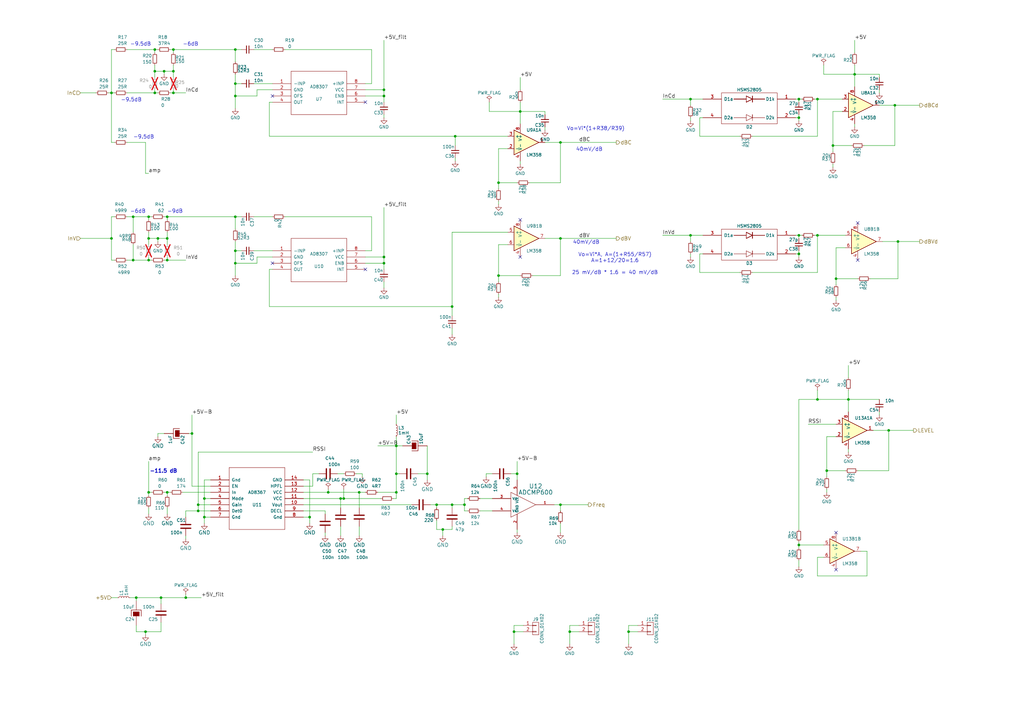
<source format=kicad_sch>
(kicad_sch (version 20250114) (generator "eeschema") (generator_version "9.0")
  (paper "A3")
  (lib_symbols
    (symbol "AD8307:AD8307" (pin_names (offset 1.016))
      (property "Reference" "U" (at 0 -2.54 0))
      (property "Value" "AD8307" (at 0 2.54 0))
      (symbol "AD8307_1_1"
        (pin input line (at -19.05 3.81 0) (length 7.62) (name "-INP") (number "1"))
        (pin power_in line (at -19.05 1.27 0) (length 7.62) (name "GND") (number "2"))
        (pin passive line (at -19.05 -1.27 0) (length 7.62) (name "OFS") (number "3"))
        (pin output line (at -19.05 -3.81 0) (length 7.62) (name "OUT") (number "4"))
        (pin input line (at 19.05 3.81 180) (length 7.62) (name "+INP") (number "8"))
        (pin power_in line (at 19.05 1.27 180) (length 7.62) (name "VCC") (number "7"))
        (pin input line (at 19.05 -1.27 180) (length 7.62) (name "ENB") (number "6"))
        (pin input line (at 19.05 -3.81 180) (length 7.62) (name "INT") (number "5"))
      )
    )
    (symbol "AD8367:AD8367" (pin_names (offset 1.016))
      (property "Reference" "U" (at 0 -2.54 0))
      (property "Value" "AD8367" (at 0 2.54 0))
      (symbol "AD8367_1_1"
        (pin power_in line (at -19.05 7.62 0) (length 7.62) (name "Gnd") (number "1"))
        (pin input line (at -19.05 5.08 0) (length 7.62) (name "EN") (number "2"))
        (pin input line (at -19.05 2.54 0) (length 7.62) (name "In") (number "3"))
        (pin input line (at -19.05 0 0) (length 7.62) (name "Mode") (number "4"))
        (pin input line (at -19.05 -2.54 0) (length 7.62) (name "Gain") (number "5"))
        (pin input line (at -19.05 -5.08 0) (length 7.62) (name "Det0") (number "6"))
        (pin power_in line (at -19.05 -7.62 0) (length 7.62) (name "Gnd") (number "7"))
        (pin power_in line (at 19.05 7.62 180) (length 7.62) (name "GND") (number "14"))
        (pin input line (at 19.05 5.08 180) (length 7.62) (name "HPFL") (number "13"))
        (pin power_in line (at 19.05 2.54 180) (length 7.62) (name "VCC") (number "12"))
        (pin power_in line (at 19.05 0 180) (length 7.62) (name "VCC") (number "11"))
        (pin output line (at 19.05 -2.54 180) (length 7.62) (name "Vout") (number "10"))
        (pin input line (at 19.05 -5.08 180) (length 7.62) (name "DECL") (number "9"))
        (pin power_in line (at 19.05 -7.62 180) (length 7.62) (name "Gnd") (number "8"))
      )
    )
    (symbol "ADCMP600:ADCMP600"
      (property "Reference" "U" (at 5.08 7.62 0))
      (property "Value" "ADCMP600" (at 5.08 5.08 0))
      (symbol "ADCMP600_1_1"
        (pin input line (at -12.7 2.54 0) (length 7.62) (name "Vp") (number "3"))
        (pin input line (at -12.7 -2.54 0) (length 7.62) (name "Vn") (number "4"))
        (pin input line (at -2.54 10.16 270) (length 6.35) (name "Vcc") (number "5"))
        (pin input line (at -2.54 -10.16 90) (length 6.35) (name "GND") (number "2"))
        (pin output line (at 12.7 0 180) (length 7.62) (name "~") (number "1"))
      )
    )
    (symbol "CONN_01X02_1" (pin_names (offset 1.016) (hide yes))
      (property "Reference" "J" (at 0 3.81 0))
      (property "Value" "CONN_01X02" (at 2.54 0 90))
      (symbol "CONN_01X02_1_1_1"
        (pin passive line (at -5.08 1.27 0) (length 3.81) (name "P1") (number "1"))
        (pin passive line (at -5.08 -1.27 0) (length 3.81) (name "P2") (number "2"))
      )
    )
    (symbol "CONN_01X02_2" (pin_names (offset 1.016) (hide yes))
      (property "Reference" "J" (at 0 3.81 0))
      (property "Value" "CONN_01X02" (at 2.54 0 90))
      (symbol "CONN_01X02_2_1_1"
        (pin passive line (at -5.08 1.27 0) (length 3.81) (name "P1") (number "1"))
        (pin passive line (at -5.08 -1.27 0) (length 3.81) (name "P2") (number "2"))
      )
    )
    (symbol "CONN_01X02_3" (pin_names (offset 1.016) (hide yes))
      (property "Reference" "J" (at 0 3.81 0))
      (property "Value" "CONN_01X02" (at 2.54 0 90))
      (symbol "CONN_01X02_3_1_1"
        (pin passive line (at -5.08 1.27 0) (length 3.81) (name "P1") (number "1"))
        (pin passive line (at -5.08 -1.27 0) (length 3.81) (name "P2") (number "2"))
      )
    )
    (symbol "CONN_01X02_4" (pin_names (offset 1.016) (hide yes))
      (property "Reference" "J" (at 0 3.81 0))
      (property "Value" "CONN_01X02" (at 2.54 0 90))
      (symbol "CONN_01X02_4_1_1"
        (pin passive line (at -5.08 1.27 0) (length 3.81) (name "P1") (number "1"))
        (pin passive line (at -5.08 -1.27 0) (length 3.81) (name "P2") (number "2"))
      )
    )
    (symbol "CONN_01X02_5" (pin_names (offset 1.016) (hide yes))
      (property "Reference" "J" (at 0 3.81 0))
      (property "Value" "CONN_01X02" (at 2.54 0 90))
      (symbol "CONN_01X02_5_1_1"
        (pin passive line (at -5.08 1.27 0) (length 3.81) (name "P1") (number "1"))
        (pin passive line (at -5.08 -1.27 0) (length 3.81) (name "P2") (number "2"))
      )
    )
    (symbol "CONN_01X02_6" (pin_names (offset 1.016) (hide yes))
      (property "Reference" "J" (at 0 3.81 0))
      (property "Value" "CONN_01X02" (at 2.54 0 90))
      (symbol "CONN_01X02_6_1_1"
        (pin passive line (at -5.08 1.27 0) (length 3.81) (name "P1") (number "1"))
        (pin passive line (at -5.08 -1.27 0) (length 3.81) (name "P2") (number "2"))
      )
    )
    (symbol "CP-RESCUE-lp100a_1" (pin_numbers (hide yes)) (pin_names (offset 0.254) (hide yes))
      (property "Reference" "C" (at 1.27 2.54 0))
      (property "Value" "CP-RESCUE-lp100a" (at 1.27 -2.54 0))
      (symbol "CP-RESCUE-lp100a_1_1_1"
        (pin passive line (at 0 5.08 270) (length 3.81) (name "~") (number "1"))
        (pin passive line (at 0 -5.08 90) (length 3.81) (name "~") (number "2"))
      )
    )
    (symbol "CP-RESCUE-lp100a_2" (pin_numbers (hide yes)) (pin_names (offset 0.254) (hide yes))
      (property "Reference" "C" (at 1.27 2.54 0))
      (property "Value" "CP-RESCUE-lp100a" (at 1.27 -2.54 0))
      (symbol "CP-RESCUE-lp100a_2_1_1"
        (pin passive line (at 0 5.08 270) (length 3.81) (name "~") (number "1"))
        (pin passive line (at 0 -5.08 90) (length 3.81) (name "~") (number "2"))
      )
    )
    (symbol "CP-RESCUE-lp100a_3" (pin_numbers (hide yes)) (pin_names (offset 0.254) (hide yes))
      (property "Reference" "C" (at 1.27 2.54 0))
      (property "Value" "CP-RESCUE-lp100a" (at 1.27 -2.54 0))
      (symbol "CP-RESCUE-lp100a_3_1_1"
        (pin passive line (at 0 5.08 270) (length 3.81) (name "~") (number "1"))
        (pin passive line (at 0 -5.08 90) (length 3.81) (name "~") (number "2"))
      )
    )
    (symbol "CP-RESCUE-lp100a_4" (pin_numbers (hide yes)) (pin_names (offset 0.254) (hide yes))
      (property "Reference" "C" (at 1.27 2.54 0))
      (property "Value" "CP-RESCUE-lp100a" (at 1.27 -2.54 0))
      (symbol "CP-RESCUE-lp100a_4_1_1"
        (pin passive line (at 0 5.08 270) (length 3.81) (name "~") (number "1"))
        (pin passive line (at 0 -5.08 90) (length 3.81) (name "~") (number "2"))
      )
    )
    (symbol "CP-RESCUE-lp100a_5" (pin_numbers (hide yes)) (pin_names (offset 0.254) (hide yes))
      (property "Reference" "C" (at 1.27 2.54 0))
      (property "Value" "CP-RESCUE-lp100a" (at 1.27 -2.54 0))
      (symbol "CP-RESCUE-lp100a_5_1_1"
        (pin passive line (at 0 5.08 270) (length 3.81) (name "~") (number "1"))
        (pin passive line (at 0 -5.08 90) (length 3.81) (name "~") (number "2"))
      )
    )
    (symbol "CP-RESCUE-lp100a_6" (pin_numbers (hide yes)) (pin_names (offset 0.254) (hide yes))
      (property "Reference" "C" (at 1.27 2.54 0))
      (property "Value" "CP-RESCUE-lp100a" (at 1.27 -2.54 0))
      (symbol "CP-RESCUE-lp100a_6_1_1"
        (pin passive line (at 0 5.08 270) (length 3.81) (name "~") (number "1"))
        (pin passive line (at 0 -5.08 90) (length 3.81) (name "~") (number "2"))
      )
    )
    (symbol "C_1" (pin_numbers (hide yes)) (pin_names (offset 0.254))
      (property "Reference" "C" (at 0.635 2.54 0))
      (property "Value" "C" (at 0.635 -2.54 0))
      (symbol "C_1_1_1"
        (pin passive line (at 0 3.81 270) (length 2.794) (name "~") (number "1"))
        (pin passive line (at 0 -3.81 90) (length 2.794) (name "~") (number "2"))
      )
    )
    (symbol "C_10" (pin_numbers (hide yes)) (pin_names (offset 0.254))
      (property "Reference" "C" (at 0.635 2.54 0))
      (property "Value" "C" (at 0.635 -2.54 0))
      (symbol "C_10_1_1"
        (pin passive line (at 0 3.81 270) (length 2.794) (name "~") (number "1"))
        (pin passive line (at 0 -3.81 90) (length 2.794) (name "~") (number "2"))
      )
    )
    (symbol "C_11" (pin_numbers (hide yes)) (pin_names (offset 0.254))
      (property "Reference" "C" (at 0.635 2.54 0))
      (property "Value" "C" (at 0.635 -2.54 0))
      (symbol "C_11_1_1"
        (pin passive line (at 0 3.81 270) (length 2.794) (name "~") (number "1"))
        (pin passive line (at 0 -3.81 90) (length 2.794) (name "~") (number "2"))
      )
    )
    (symbol "C_12" (pin_numbers (hide yes)) (pin_names (offset 0.254))
      (property "Reference" "C" (at 0.635 2.54 0))
      (property "Value" "C" (at 0.635 -2.54 0))
      (symbol "C_12_1_1"
        (pin passive line (at 0 3.81 270) (length 2.794) (name "~") (number "1"))
        (pin passive line (at 0 -3.81 90) (length 2.794) (name "~") (number "2"))
      )
    )
    (symbol "C_13" (pin_numbers (hide yes)) (pin_names (offset 0.254))
      (property "Reference" "C" (at 0.635 2.54 0))
      (property "Value" "C" (at 0.635 -2.54 0))
      (symbol "C_13_1_1"
        (pin passive line (at 0 3.81 270) (length 2.794) (name "~") (number "1"))
        (pin passive line (at 0 -3.81 90) (length 2.794) (name "~") (number "2"))
      )
    )
    (symbol "C_14" (pin_numbers (hide yes)) (pin_names (offset 0.254))
      (property "Reference" "C" (at 0.635 2.54 0))
      (property "Value" "C" (at 0.635 -2.54 0))
      (symbol "C_14_1_1"
        (pin passive line (at 0 3.81 270) (length 2.794) (name "~") (number "1"))
        (pin passive line (at 0 -3.81 90) (length 2.794) (name "~") (number "2"))
      )
    )
    (symbol "C_15" (pin_numbers (hide yes)) (pin_names (offset 0.254))
      (property "Reference" "C" (at 0.635 2.54 0))
      (property "Value" "C" (at 0.635 -2.54 0))
      (symbol "C_15_1_1"
        (pin passive line (at 0 3.81 270) (length 2.794) (name "~") (number "1"))
        (pin passive line (at 0 -3.81 90) (length 2.794) (name "~") (number "2"))
      )
    )
    (symbol "C_16" (pin_numbers (hide yes)) (pin_names (offset 0.254))
      (property "Reference" "C" (at 0.635 2.54 0))
      (property "Value" "C" (at 0.635 -2.54 0))
      (symbol "C_16_1_1"
        (pin passive line (at 0 3.81 270) (length 2.794) (name "~") (number "1"))
        (pin passive line (at 0 -3.81 90) (length 2.794) (name "~") (number "2"))
      )
    )
    (symbol "C_17" (pin_numbers (hide yes)) (pin_names (offset 0.254))
      (property "Reference" "C" (at 0.635 2.54 0))
      (property "Value" "C" (at 0.635 -2.54 0))
      (symbol "C_17_1_1"
        (pin passive line (at 0 3.81 270) (length 2.794) (name "~") (number "1"))
        (pin passive line (at 0 -3.81 90) (length 2.794) (name "~") (number "2"))
      )
    )
    (symbol "C_18" (pin_numbers (hide yes)) (pin_names (offset 0.254))
      (property "Reference" "C" (at 0.635 2.54 0))
      (property "Value" "C" (at 0.635 -2.54 0))
      (symbol "C_18_1_1"
        (pin passive line (at 0 3.81 270) (length 2.794) (name "~") (number "1"))
        (pin passive line (at 0 -3.81 90) (length 2.794) (name "~") (number "2"))
      )
    )
    (symbol "C_19" (pin_numbers (hide yes)) (pin_names (offset 0.254))
      (property "Reference" "C" (at 0.635 2.54 0))
      (property "Value" "C" (at 0.635 -2.54 0))
      (symbol "C_19_1_1"
        (pin passive line (at 0 3.81 270) (length 2.794) (name "~") (number "1"))
        (pin passive line (at 0 -3.81 90) (length 2.794) (name "~") (number "2"))
      )
    )
    (symbol "C_2" (pin_numbers (hide yes)) (pin_names (offset 0.254))
      (property "Reference" "C" (at 0.635 2.54 0))
      (property "Value" "C" (at 0.635 -2.54 0))
      (symbol "C_2_1_1"
        (pin passive line (at 0 3.81 270) (length 2.794) (name "~") (number "1"))
        (pin passive line (at 0 -3.81 90) (length 2.794) (name "~") (number "2"))
      )
    )
    (symbol "C_20" (pin_numbers (hide yes)) (pin_names (offset 0.254))
      (property "Reference" "C" (at 0.635 2.54 0))
      (property "Value" "C" (at 0.635 -2.54 0))
      (symbol "C_20_1_1"
        (pin passive line (at 0 3.81 270) (length 2.794) (name "~") (number "1"))
        (pin passive line (at 0 -3.81 90) (length 2.794) (name "~") (number "2"))
      )
    )
    (symbol "C_3" (pin_numbers (hide yes)) (pin_names (offset 0.254))
      (property "Reference" "C" (at 0.635 2.54 0))
      (property "Value" "C" (at 0.635 -2.54 0))
      (symbol "C_3_1_1"
        (pin passive line (at 0 3.81 270) (length 2.794) (name "~") (number "1"))
        (pin passive line (at 0 -3.81 90) (length 2.794) (name "~") (number "2"))
      )
    )
    (symbol "C_4" (pin_numbers (hide yes)) (pin_names (offset 0.254))
      (property "Reference" "C" (at 0.635 2.54 0))
      (property "Value" "C" (at 0.635 -2.54 0))
      (symbol "C_4_1_1"
        (pin passive line (at 0 3.81 270) (length 2.794) (name "~") (number "1"))
        (pin passive line (at 0 -3.81 90) (length 2.794) (name "~") (number "2"))
      )
    )
    (symbol "C_5" (pin_numbers (hide yes)) (pin_names (offset 0.254))
      (property "Reference" "C" (at 0.635 2.54 0))
      (property "Value" "C" (at 0.635 -2.54 0))
      (symbol "C_5_1_1"
        (pin passive line (at 0 3.81 270) (length 2.794) (name "~") (number "1"))
        (pin passive line (at 0 -3.81 90) (length 2.794) (name "~") (number "2"))
      )
    )
    (symbol "C_6" (pin_numbers (hide yes)) (pin_names (offset 0.254))
      (property "Reference" "C" (at 0.635 2.54 0))
      (property "Value" "C" (at 0.635 -2.54 0))
      (symbol "C_6_1_1"
        (pin passive line (at 0 3.81 270) (length 2.794) (name "~") (number "1"))
        (pin passive line (at 0 -3.81 90) (length 2.794) (name "~") (number "2"))
      )
    )
    (symbol "C_7" (pin_numbers (hide yes)) (pin_names (offset 0.254))
      (property "Reference" "C" (at 0.635 2.54 0))
      (property "Value" "C" (at 0.635 -2.54 0))
      (symbol "C_7_1_1"
        (pin passive line (at 0 3.81 270) (length 2.794) (name "~") (number "1"))
        (pin passive line (at 0 -3.81 90) (length 2.794) (name "~") (number "2"))
      )
    )
    (symbol "C_8" (pin_numbers (hide yes)) (pin_names (offset 0.254))
      (property "Reference" "C" (at 0.635 2.54 0))
      (property "Value" "C" (at 0.635 -2.54 0))
      (symbol "C_8_1_1"
        (pin passive line (at 0 3.81 270) (length 2.794) (name "~") (number "1"))
        (pin passive line (at 0 -3.81 90) (length 2.794) (name "~") (number "2"))
      )
    )
    (symbol "C_9" (pin_numbers (hide yes)) (pin_names (offset 0.254))
      (property "Reference" "C" (at 0.635 2.54 0))
      (property "Value" "C" (at 0.635 -2.54 0))
      (symbol "C_9_1_1"
        (pin passive line (at 0 3.81 270) (length 2.794) (name "~") (number "1"))
        (pin passive line (at 0 -3.81 90) (length 2.794) (name "~") (number "2"))
      )
    )
    (symbol "C_Small_1" (pin_numbers (hide yes)) (pin_names (offset 0.254) (hide yes))
      (property "Reference" "C" (at 0.254 1.778 0))
      (property "Value" "C_Small" (at 0.254 -2.032 0))
      (symbol "C_Small_1_1_1"
        (pin passive line (at 0 2.54 270) (length 2.032) (name "~") (number "1"))
        (pin passive line (at 0 -2.54 90) (length 2.032) (name "~") (number "2"))
      )
    )
    (symbol "C_Small_10" (pin_numbers (hide yes)) (pin_names (offset 0.254) (hide yes))
      (property "Reference" "C" (at 0.254 1.778 0))
      (property "Value" "C_Small" (at 0.254 -2.032 0))
      (symbol "C_Small_10_1_1"
        (pin passive line (at 0 2.54 270) (length 2.032) (name "~") (number "1"))
        (pin passive line (at 0 -2.54 90) (length 2.032) (name "~") (number "2"))
      )
    )
    (symbol "C_Small_11" (pin_numbers (hide yes)) (pin_names (offset 0.254) (hide yes))
      (property "Reference" "C" (at 0.254 1.778 0))
      (property "Value" "C_Small" (at 0.254 -2.032 0))
      (symbol "C_Small_11_1_1"
        (pin passive line (at 0 2.54 270) (length 2.032) (name "~") (number "1"))
        (pin passive line (at 0 -2.54 90) (length 2.032) (name "~") (number "2"))
      )
    )
    (symbol "C_Small_12" (pin_numbers (hide yes)) (pin_names (offset 0.254) (hide yes))
      (property "Reference" "C" (at 0.254 1.778 0))
      (property "Value" "C_Small" (at 0.254 -2.032 0))
      (symbol "C_Small_12_1_1"
        (pin passive line (at 0 2.54 270) (length 2.032) (name "~") (number "1"))
        (pin passive line (at 0 -2.54 90) (length 2.032) (name "~") (number "2"))
      )
    )
    (symbol "C_Small_13" (pin_numbers (hide yes)) (pin_names (offset 0.254) (hide yes))
      (property "Reference" "C" (at 0.254 1.778 0))
      (property "Value" "C_Small" (at 0.254 -2.032 0))
      (symbol "C_Small_13_1_1"
        (pin passive line (at 0 2.54 270) (length 2.032) (name "~") (number "1"))
        (pin passive line (at 0 -2.54 90) (length 2.032) (name "~") (number "2"))
      )
    )
    (symbol "C_Small_14" (pin_numbers (hide yes)) (pin_names (offset 0.254) (hide yes))
      (property "Reference" "C" (at 0.254 1.778 0))
      (property "Value" "C_Small" (at 0.254 -2.032 0))
      (symbol "C_Small_14_1_1"
        (pin passive line (at 0 2.54 270) (length 2.032) (name "~") (number "1"))
        (pin passive line (at 0 -2.54 90) (length 2.032) (name "~") (number "2"))
      )
    )
    (symbol "C_Small_15" (pin_numbers (hide yes)) (pin_names (offset 0.254) (hide yes))
      (property "Reference" "C" (at 0.254 1.778 0))
      (property "Value" "C_Small" (at 0.254 -2.032 0))
      (symbol "C_Small_15_1_1"
        (pin passive line (at 0 2.54 270) (length 2.032) (name "~") (number "1"))
        (pin passive line (at 0 -2.54 90) (length 2.032) (name "~") (number "2"))
      )
    )
    (symbol "C_Small_16" (pin_numbers (hide yes)) (pin_names (offset 0.254) (hide yes))
      (property "Reference" "C" (at 0.254 1.778 0))
      (property "Value" "C_Small" (at 0.254 -2.032 0))
      (symbol "C_Small_16_1_1"
        (pin passive line (at 0 2.54 270) (length 2.032) (name "~") (number "1"))
        (pin passive line (at 0 -2.54 90) (length 2.032) (name "~") (number "2"))
      )
    )
    (symbol "C_Small_17" (pin_numbers (hide yes)) (pin_names (offset 0.254) (hide yes))
      (property "Reference" "C" (at 0.254 1.778 0))
      (property "Value" "C_Small" (at 0.254 -2.032 0))
      (symbol "C_Small_17_1_1"
        (pin passive line (at 0 2.54 270) (length 2.032) (name "~") (number "1"))
        (pin passive line (at 0 -2.54 90) (length 2.032) (name "~") (number "2"))
      )
    )
    (symbol "C_Small_18" (pin_numbers (hide yes)) (pin_names (offset 0.254) (hide yes))
      (property "Reference" "C" (at 0.254 1.778 0))
      (property "Value" "C_Small" (at 0.254 -2.032 0))
      (symbol "C_Small_18_1_1"
        (pin passive line (at 0 2.54 270) (length 2.032) (name "~") (number "1"))
        (pin passive line (at 0 -2.54 90) (length 2.032) (name "~") (number "2"))
      )
    )
    (symbol "C_Small_19" (pin_numbers (hide yes)) (pin_names (offset 0.254) (hide yes))
      (property "Reference" "C" (at 0.254 1.778 0))
      (property "Value" "C_Small" (at 0.254 -2.032 0))
      (symbol "C_Small_19_1_1"
        (pin passive line (at 0 2.54 270) (length 2.032) (name "~") (number "1"))
        (pin passive line (at 0 -2.54 90) (length 2.032) (name "~") (number "2"))
      )
    )
    (symbol "C_Small_2" (pin_numbers (hide yes)) (pin_names (offset 0.254) (hide yes))
      (property "Reference" "C" (at 0.254 1.778 0))
      (property "Value" "C_Small" (at 0.254 -2.032 0))
      (symbol "C_Small_2_1_1"
        (pin passive line (at 0 2.54 270) (length 2.032) (name "~") (number "1"))
        (pin passive line (at 0 -2.54 90) (length 2.032) (name "~") (number "2"))
      )
    )
    (symbol "C_Small_20" (pin_numbers (hide yes)) (pin_names (offset 0.254) (hide yes))
      (property "Reference" "C" (at 0.254 1.778 0))
      (property "Value" "C_Small" (at 0.254 -2.032 0))
      (symbol "C_Small_20_1_1"
        (pin passive line (at 0 2.54 270) (length 2.032) (name "~") (number "1"))
        (pin passive line (at 0 -2.54 90) (length 2.032) (name "~") (number "2"))
      )
    )
    (symbol "C_Small_21" (pin_numbers (hide yes)) (pin_names (offset 0.254) (hide yes))
      (property "Reference" "C" (at 0.254 1.778 0))
      (property "Value" "C_Small" (at 0.254 -2.032 0))
      (symbol "C_Small_21_1_1"
        (pin passive line (at 0 2.54 270) (length 2.032) (name "~") (number "1"))
        (pin passive line (at 0 -2.54 90) (length 2.032) (name "~") (number "2"))
      )
    )
    (symbol "C_Small_22" (pin_numbers (hide yes)) (pin_names (offset 0.254) (hide yes))
      (property "Reference" "C" (at 0.254 1.778 0))
      (property "Value" "C_Small" (at 0.254 -2.032 0))
      (symbol "C_Small_22_1_1"
        (pin passive line (at 0 2.54 270) (length 2.032) (name "~") (number "1"))
        (pin passive line (at 0 -2.54 90) (length 2.032) (name "~") (number "2"))
      )
    )
    (symbol "C_Small_23" (pin_numbers (hide yes)) (pin_names (offset 0.254) (hide yes))
      (property "Reference" "C" (at 0.254 1.778 0))
      (property "Value" "C_Small" (at 0.254 -2.032 0))
      (symbol "C_Small_23_1_1"
        (pin passive line (at 0 2.54 270) (length 2.032) (name "~") (number "1"))
        (pin passive line (at 0 -2.54 90) (length 2.032) (name "~") (number "2"))
      )
    )
    (symbol "C_Small_24" (pin_numbers (hide yes)) (pin_names (offset 0.254) (hide yes))
      (property "Reference" "C" (at 0.254 1.778 0))
      (property "Value" "C_Small" (at 0.254 -2.032 0))
      (symbol "C_Small_24_1_1"
        (pin passive line (at 0 2.54 270) (length 2.032) (name "~") (number "1"))
        (pin passive line (at 0 -2.54 90) (length 2.032) (name "~") (number "2"))
      )
    )
    (symbol "C_Small_25" (pin_numbers (hide yes)) (pin_names (offset 0.254) (hide yes))
      (property "Reference" "C" (at 0.254 1.778 0))
      (property "Value" "C_Small" (at 0.254 -2.032 0))
      (symbol "C_Small_25_1_1"
        (pin passive line (at 0 2.54 270) (length 2.032) (name "~") (number "1"))
        (pin passive line (at 0 -2.54 90) (length 2.032) (name "~") (number "2"))
      )
    )
    (symbol "C_Small_26" (pin_numbers (hide yes)) (pin_names (offset 0.254) (hide yes))
      (property "Reference" "C" (at 0.254 1.778 0))
      (property "Value" "C_Small" (at 0.254 -2.032 0))
      (symbol "C_Small_26_1_1"
        (pin passive line (at 0 2.54 270) (length 2.032) (name "~") (number "1"))
        (pin passive line (at 0 -2.54 90) (length 2.032) (name "~") (number "2"))
      )
    )
    (symbol "C_Small_3" (pin_numbers (hide yes)) (pin_names (offset 0.254) (hide yes))
      (property "Reference" "C" (at 0.254 1.778 0))
      (property "Value" "C_Small" (at 0.254 -2.032 0))
      (symbol "C_Small_3_1_1"
        (pin passive line (at 0 2.54 270) (length 2.032) (name "~") (number "1"))
        (pin passive line (at 0 -2.54 90) (length 2.032) (name "~") (number "2"))
      )
    )
    (symbol "C_Small_4" (pin_numbers (hide yes)) (pin_names (offset 0.254) (hide yes))
      (property "Reference" "C" (at 0.254 1.778 0))
      (property "Value" "C_Small" (at 0.254 -2.032 0))
      (symbol "C_Small_4_1_1"
        (pin passive line (at 0 2.54 270) (length 2.032) (name "~") (number "1"))
        (pin passive line (at 0 -2.54 90) (length 2.032) (name "~") (number "2"))
      )
    )
    (symbol "C_Small_5" (pin_numbers (hide yes)) (pin_names (offset 0.254) (hide yes))
      (property "Reference" "C" (at 0.254 1.778 0))
      (property "Value" "C_Small" (at 0.254 -2.032 0))
      (symbol "C_Small_5_1_1"
        (pin passive line (at 0 2.54 270) (length 2.032) (name "~") (number "1"))
        (pin passive line (at 0 -2.54 90) (length 2.032) (name "~") (number "2"))
      )
    )
    (symbol "C_Small_6" (pin_numbers (hide yes)) (pin_names (offset 0.254) (hide yes))
      (property "Reference" "C" (at 0.254 1.778 0))
      (property "Value" "C_Small" (at 0.254 -2.032 0))
      (symbol "C_Small_6_1_1"
        (pin passive line (at 0 2.54 270) (length 2.032) (name "~") (number "1"))
        (pin passive line (at 0 -2.54 90) (length 2.032) (name "~") (number "2"))
      )
    )
    (symbol "C_Small_7" (pin_numbers (hide yes)) (pin_names (offset 0.254) (hide yes))
      (property "Reference" "C" (at 0.254 1.778 0))
      (property "Value" "C_Small" (at 0.254 -2.032 0))
      (symbol "C_Small_7_1_1"
        (pin passive line (at 0 2.54 270) (length 2.032) (name "~") (number "1"))
        (pin passive line (at 0 -2.54 90) (length 2.032) (name "~") (number "2"))
      )
    )
    (symbol "C_Small_8" (pin_numbers (hide yes)) (pin_names (offset 0.254) (hide yes))
      (property "Reference" "C" (at 0.254 1.778 0))
      (property "Value" "C_Small" (at 0.254 -2.032 0))
      (symbol "C_Small_8_1_1"
        (pin passive line (at 0 2.54 270) (length 2.032) (name "~") (number "1"))
        (pin passive line (at 0 -2.54 90) (length 2.032) (name "~") (number "2"))
      )
    )
    (symbol "C_Small_9" (pin_numbers (hide yes)) (pin_names (offset 0.254) (hide yes))
      (property "Reference" "C" (at 0.254 1.778 0))
      (property "Value" "C_Small" (at 0.254 -2.032 0))
      (symbol "C_Small_9_1_1"
        (pin passive line (at 0 2.54 270) (length 2.032) (name "~") (number "1"))
        (pin passive line (at 0 -2.54 90) (length 2.032) (name "~") (number "2"))
      )
    )
    (symbol "GND_1" (power) (pin_names (offset 0))
      (property "Value" "GND" (at 0 -3.81 0))
      (symbol "GND_1_1_1"
        (pin power_in line (at 0 0 270) (length 0) (hide yes) (name "GND") (number "1"))
      )
    )
    (symbol "GND_10" (power) (pin_names (offset 0))
      (property "Value" "GND" (at 0 -3.81 0))
      (symbol "GND_10_1_1"
        (pin power_in line (at 0 0 270) (length 0) (hide yes) (name "GND") (number "1"))
      )
    )
    (symbol "GND_11" (power) (pin_names (offset 0))
      (property "Value" "GND" (at 0 -3.81 0))
      (symbol "GND_11_1_1"
        (pin power_in line (at 0 0 270) (length 0) (hide yes) (name "GND") (number "1"))
      )
    )
    (symbol "GND_12" (power) (pin_names (offset 0))
      (property "Value" "GND" (at 0 -3.81 0))
      (symbol "GND_12_1_1"
        (pin power_in line (at 0 0 270) (length 0) (hide yes) (name "GND") (number "1"))
      )
    )
    (symbol "GND_13" (power) (pin_names (offset 0))
      (property "Value" "GND" (at 0 -3.81 0))
      (symbol "GND_13_1_1"
        (pin power_in line (at 0 0 270) (length 0) (hide yes) (name "GND") (number "1"))
      )
    )
    (symbol "GND_14" (power) (pin_names (offset 0))
      (property "Value" "GND" (at 0 -3.81 0))
      (symbol "GND_14_1_1"
        (pin power_in line (at 0 0 270) (length 0) (hide yes) (name "GND") (number "1"))
      )
    )
    (symbol "GND_15" (power) (pin_names (offset 0))
      (property "Value" "GND" (at 0 -3.81 0))
      (symbol "GND_15_1_1"
        (pin power_in line (at 0 0 270) (length 0) (hide yes) (name "GND") (number "1"))
      )
    )
    (symbol "GND_16" (power) (pin_names (offset 0))
      (property "Value" "GND" (at 0 -3.81 0))
      (symbol "GND_16_1_1"
        (pin power_in line (at 0 0 270) (length 0) (hide yes) (name "GND") (number "1"))
      )
    )
    (symbol "GND_17" (power) (pin_names (offset 0))
      (property "Value" "GND" (at 0 -3.81 0))
      (symbol "GND_17_1_1"
        (pin power_in line (at 0 0 270) (length 0) (hide yes) (name "GND") (number "1"))
      )
    )
    (symbol "GND_18" (power) (pin_names (offset 0))
      (property "Value" "GND" (at 0 -3.81 0))
      (symbol "GND_18_1_1"
        (pin power_in line (at 0 0 270) (length 0) (hide yes) (name "GND") (number "1"))
      )
    )
    (symbol "GND_19" (power) (pin_names (offset 0))
      (property "Value" "GND" (at 0 -3.81 0))
      (symbol "GND_19_1_1"
        (pin power_in line (at 0 0 270) (length 0) (hide yes) (name "GND") (number "1"))
      )
    )
    (symbol "GND_2" (power) (pin_names (offset 0))
      (property "Value" "GND" (at 0 -3.81 0))
      (symbol "GND_2_1_1"
        (pin power_in line (at 0 0 270) (length 0) (hide yes) (name "GND") (number "1"))
      )
    )
    (symbol "GND_20" (power) (pin_names (offset 0))
      (property "Value" "GND" (at 0 -3.81 0))
      (symbol "GND_20_1_1"
        (pin power_in line (at 0 0 270) (length 0) (hide yes) (name "GND") (number "1"))
      )
    )
    (symbol "GND_21" (power) (pin_names (offset 0))
      (property "Value" "GND" (at 0 -3.81 0))
      (symbol "GND_21_1_1"
        (pin power_in line (at 0 0 270) (length 0) (hide yes) (name "GND") (number "1"))
      )
    )
    (symbol "GND_22" (power) (pin_names (offset 0))
      (property "Value" "GND" (at 0 -3.81 0))
      (symbol "GND_22_1_1"
        (pin power_in line (at 0 0 270) (length 0) (hide yes) (name "GND") (number "1"))
      )
    )
    (symbol "GND_23" (power) (pin_names (offset 0))
      (property "Value" "GND" (at 0 -3.81 0))
      (symbol "GND_23_1_1"
        (pin power_in line (at 0 0 270) (length 0) (hide yes) (name "GND") (number "1"))
      )
    )
    (symbol "GND_24" (power) (pin_names (offset 0))
      (property "Value" "GND" (at 0 -3.81 0))
      (symbol "GND_24_1_1"
        (pin power_in line (at 0 0 270) (length 0) (hide yes) (name "GND") (number "1"))
      )
    )
    (symbol "GND_25" (power) (pin_names (offset 0))
      (property "Value" "GND" (at 0 -3.81 0))
      (symbol "GND_25_1_1"
        (pin power_in line (at 0 0 270) (length 0) (hide yes) (name "GND") (number "1"))
      )
    )
    (symbol "GND_26" (power) (pin_names (offset 0))
      (property "Value" "GND" (at 0 -3.81 0))
      (symbol "GND_26_1_1"
        (pin power_in line (at 0 0 270) (length 0) (hide yes) (name "GND") (number "1"))
      )
    )
    (symbol "GND_27" (power) (pin_names (offset 0))
      (property "Value" "GND" (at 0 -3.81 0))
      (symbol "GND_27_1_1"
        (pin power_in line (at 0 0 270) (length 0) (hide yes) (name "GND") (number "1"))
      )
    )
    (symbol "GND_28" (power) (pin_names (offset 0))
      (property "Value" "GND" (at 0 -3.81 0))
      (symbol "GND_28_1_1"
        (pin power_in line (at 0 0 270) (length 0) (hide yes) (name "GND") (number "1"))
      )
    )
    (symbol "GND_29" (power) (pin_names (offset 0))
      (property "Value" "GND" (at 0 -3.81 0))
      (symbol "GND_29_1_1"
        (pin power_in line (at 0 0 270) (length 0) (hide yes) (name "GND") (number "1"))
      )
    )
    (symbol "GND_3" (power) (pin_names (offset 0))
      (property "Value" "GND" (at 0 -3.81 0))
      (symbol "GND_3_1_1"
        (pin power_in line (at 0 0 270) (length 0) (hide yes) (name "GND") (number "1"))
      )
    )
    (symbol "GND_30" (power) (pin_names (offset 0))
      (property "Value" "GND" (at 0 -3.81 0))
      (symbol "GND_30_1_1"
        (pin power_in line (at 0 0 270) (length 0) (hide yes) (name "GND") (number "1"))
      )
    )
    (symbol "GND_31" (power) (pin_names (offset 0))
      (property "Value" "GND" (at 0 -3.81 0))
      (symbol "GND_31_1_1"
        (pin power_in line (at 0 0 270) (length 0) (hide yes) (name "GND") (number "1"))
      )
    )
    (symbol "GND_32" (power) (pin_names (offset 0))
      (property "Value" "GND" (at 0 -3.81 0))
      (symbol "GND_32_1_1"
        (pin power_in line (at 0 0 270) (length 0) (hide yes) (name "GND") (number "1"))
      )
    )
    (symbol "GND_33" (power) (pin_names (offset 0))
      (property "Value" "GND" (at 0 -3.81 0))
      (symbol "GND_33_1_1"
        (pin power_in line (at 0 0 270) (length 0) (hide yes) (name "GND") (number "1"))
      )
    )
    (symbol "GND_34" (power) (pin_names (offset 0))
      (property "Value" "GND" (at 0 -3.81 0))
      (symbol "GND_34_1_1"
        (pin power_in line (at 0 0 270) (length 0) (hide yes) (name "GND") (number "1"))
      )
    )
    (symbol "GND_35" (power) (pin_names (offset 0))
      (property "Value" "GND" (at 0 -3.81 0))
      (symbol "GND_35_1_1"
        (pin power_in line (at 0 0 270) (length 0) (hide yes) (name "GND") (number "1"))
      )
    )
    (symbol "GND_36" (power) (pin_names (offset 0))
      (property "Value" "GND" (at 0 -3.81 0))
      (symbol "GND_36_1_1"
        (pin power_in line (at 0 0 270) (length 0) (hide yes) (name "GND") (number "1"))
      )
    )
    (symbol "GND_37" (power) (pin_names (offset 0))
      (property "Value" "GND" (at 0 -3.81 0))
      (symbol "GND_37_1_1"
        (pin power_in line (at 0 0 270) (length 0) (hide yes) (name "GND") (number "1"))
      )
    )
    (symbol "GND_38" (power) (pin_names (offset 0))
      (property "Value" "GND" (at 0 -3.81 0))
      (symbol "GND_38_1_1"
        (pin power_in line (at 0 0 270) (length 0) (hide yes) (name "GND") (number "1"))
      )
    )
    (symbol "GND_39" (power) (pin_names (offset 0))
      (property "Value" "GND" (at 0 -3.81 0))
      (symbol "GND_39_1_1"
        (pin power_in line (at 0 0 270) (length 0) (hide yes) (name "GND") (number "1"))
      )
    )
    (symbol "GND_4" (power) (pin_names (offset 0))
      (property "Value" "GND" (at 0 -3.81 0))
      (symbol "GND_4_1_1"
        (pin power_in line (at 0 0 270) (length 0) (hide yes) (name "GND") (number "1"))
      )
    )
    (symbol "GND_40" (power) (pin_names (offset 0))
      (property "Value" "GND" (at 0 -3.81 0))
      (symbol "GND_40_1_1"
        (pin power_in line (at 0 0 270) (length 0) (hide yes) (name "GND") (number "1"))
      )
    )
    (symbol "GND_41" (power) (pin_names (offset 0))
      (property "Value" "GND" (at 0 -3.81 0))
      (symbol "GND_41_1_1"
        (pin power_in line (at 0 0 270) (length 0) (hide yes) (name "GND") (number "1"))
      )
    )
    (symbol "GND_42" (power) (pin_names (offset 0))
      (property "Value" "GND" (at 0 -3.81 0))
      (symbol "GND_42_1_1"
        (pin power_in line (at 0 0 270) (length 0) (hide yes) (name "GND") (number "1"))
      )
    )
    (symbol "GND_43" (power) (pin_names (offset 0))
      (property "Value" "GND" (at 0 -3.81 0))
      (symbol "GND_43_1_1"
        (pin power_in line (at 0 0 270) (length 0) (hide yes) (name "GND") (number "1"))
      )
    )
    (symbol "GND_44" (power) (pin_names (offset 0))
      (property "Value" "GND" (at 0 -3.81 0))
      (symbol "GND_44_1_1"
        (pin power_in line (at 0 0 270) (length 0) (hide yes) (name "GND") (number "1"))
      )
    )
    (symbol "GND_45" (power) (pin_names (offset 0))
      (property "Value" "GND" (at 0 -3.81 0))
      (symbol "GND_45_1_1"
        (pin power_in line (at 0 0 270) (length 0) (hide yes) (name "GND") (number "1"))
      )
    )
    (symbol "GND_46" (power) (pin_names (offset 0))
      (property "Value" "GND" (at 0 -3.81 0))
      (symbol "GND_46_1_1"
        (pin power_in line (at 0 0 270) (length 0) (hide yes) (name "GND") (number "1"))
      )
    )
    (symbol "GND_47" (power) (pin_names (offset 0))
      (property "Value" "GND" (at 0 -3.81 0))
      (symbol "GND_47_1_1"
        (pin power_in line (at 0 0 270) (length 0) (hide yes) (name "GND") (number "1"))
      )
    )
    (symbol "GND_48" (power) (pin_names (offset 0))
      (property "Value" "GND" (at 0 -3.81 0))
      (symbol "GND_48_1_1"
        (pin power_in line (at 0 0 270) (length 0) (hide yes) (name "GND") (number "1"))
      )
    )
    (symbol "GND_49" (power) (pin_names (offset 0))
      (property "Value" "GND" (at 0 -3.81 0))
      (symbol "GND_49_1_1"
        (pin power_in line (at 0 0 270) (length 0) (hide yes) (name "GND") (number "1"))
      )
    )
    (symbol "GND_5" (power) (pin_names (offset 0))
      (property "Value" "GND" (at 0 -3.81 0))
      (symbol "GND_5_1_1"
        (pin power_in line (at 0 0 270) (length 0) (hide yes) (name "GND") (number "1"))
      )
    )
    (symbol "GND_50" (power) (pin_names (offset 0))
      (property "Value" "GND" (at 0 -3.81 0))
      (symbol "GND_50_1_1"
        (pin power_in line (at 0 0 270) (length 0) (hide yes) (name "GND") (number "1"))
      )
    )
    (symbol "GND_51" (power) (pin_names (offset 0))
      (property "Value" "GND" (at 0 -3.81 0))
      (symbol "GND_51_1_1"
        (pin power_in line (at 0 0 270) (length 0) (hide yes) (name "GND") (number "1"))
      )
    )
    (symbol "GND_52" (power) (pin_names (offset 0))
      (property "Value" "GND" (at 0 -3.81 0))
      (symbol "GND_52_1_1"
        (pin power_in line (at 0 0 270) (length 0) (hide yes) (name "GND") (number "1"))
      )
    )
    (symbol "GND_53" (power) (pin_names (offset 0))
      (property "Value" "GND" (at 0 -3.81 0))
      (symbol "GND_53_1_1"
        (pin power_in line (at 0 0 270) (length 0) (hide yes) (name "GND") (number "1"))
      )
    )
    (symbol "GND_54" (power) (pin_names (offset 0))
      (property "Value" "GND" (at 0 -3.81 0))
      (symbol "GND_54_1_1"
        (pin power_in line (at 0 0 270) (length 0) (hide yes) (name "GND") (number "1"))
      )
    )
    (symbol "GND_55" (power) (pin_names (offset 0))
      (property "Value" "GND" (at 0 -3.81 0))
      (symbol "GND_55_1_1"
        (pin power_in line (at 0 0 270) (length 0) (hide yes) (name "GND") (number "1"))
      )
    )
    (symbol "GND_56" (power) (pin_names (offset 0))
      (property "Value" "GND" (at 0 -3.81 0))
      (symbol "GND_56_1_1"
        (pin power_in line (at 0 0 270) (length 0) (hide yes) (name "GND") (number "1"))
      )
    )
    (symbol "GND_57" (power) (pin_names (offset 0))
      (property "Value" "GND" (at 0 -3.81 0))
      (symbol "GND_57_1_1"
        (pin power_in line (at 0 0 270) (length 0) (hide yes) (name "GND") (number "1"))
      )
    )
    (symbol "GND_58" (power) (pin_names (offset 0))
      (property "Value" "GND" (at 0 -3.81 0))
      (symbol "GND_58_1_1"
        (pin power_in line (at 0 0 270) (length 0) (hide yes) (name "GND") (number "1"))
      )
    )
    (symbol "GND_59" (power) (pin_names (offset 0))
      (property "Value" "GND" (at 0 -3.81 0))
      (symbol "GND_59_1_1"
        (pin power_in line (at 0 0 270) (length 0) (hide yes) (name "GND") (number "1"))
      )
    )
    (symbol "GND_6" (power) (pin_names (offset 0))
      (property "Value" "GND" (at 0 -3.81 0))
      (symbol "GND_6_1_1"
        (pin power_in line (at 0 0 270) (length 0) (hide yes) (name "GND") (number "1"))
      )
    )
    (symbol "GND_60" (power) (pin_names (offset 0))
      (property "Value" "GND" (at 0 -3.81 0))
      (symbol "GND_60_1_1"
        (pin power_in line (at 0 0 270) (length 0) (hide yes) (name "GND") (number "1"))
      )
    )
    (symbol "GND_61" (power) (pin_names (offset 0))
      (property "Value" "GND" (at 0 -3.81 0))
      (symbol "GND_61_1_1"
        (pin power_in line (at 0 0 270) (length 0) (hide yes) (name "GND") (number "1"))
      )
    )
    (symbol "GND_62" (power) (pin_names (offset 0))
      (property "Value" "GND" (at 0 -3.81 0))
      (symbol "GND_62_1_1"
        (pin power_in line (at 0 0 270) (length 0) (hide yes) (name "GND") (number "1"))
      )
    )
    (symbol "GND_63" (power) (pin_names (offset 0))
      (property "Value" "GND" (at 0 -3.81 0))
      (symbol "GND_63_1_1"
        (pin power_in line (at 0 0 270) (length 0) (hide yes) (name "GND") (number "1"))
      )
    )
    (symbol "GND_64" (power) (pin_names (offset 0))
      (property "Value" "GND" (at 0 -3.81 0))
      (symbol "GND_64_1_1"
        (pin power_in line (at 0 0 270) (length 0) (hide yes) (name "GND") (number "1"))
      )
    )
    (symbol "GND_65" (power) (pin_names (offset 0))
      (property "Value" "GND" (at 0 -3.81 0))
      (symbol "GND_65_1_1"
        (pin power_in line (at 0 0 270) (length 0) (hide yes) (name "GND") (number "1"))
      )
    )
    (symbol "GND_66" (power) (pin_names (offset 0))
      (property "Value" "GND" (at 0 -3.81 0))
      (symbol "GND_66_1_1"
        (pin power_in line (at 0 0 270) (length 0) (hide yes) (name "GND") (number "1"))
      )
    )
    (symbol "GND_67" (power) (pin_names (offset 0))
      (property "Value" "GND" (at 0 -3.81 0))
      (symbol "GND_67_1_1"
        (pin power_in line (at 0 0 270) (length 0) (hide yes) (name "GND") (number "1"))
      )
    )
    (symbol "GND_68" (power) (pin_names (offset 0))
      (property "Value" "GND" (at 0 -3.81 0))
      (symbol "GND_68_1_1"
        (pin power_in line (at 0 0 270) (length 0) (hide yes) (name "GND") (number "1"))
      )
    )
    (symbol "GND_69" (power) (pin_names (offset 0))
      (property "Value" "GND" (at 0 -3.81 0))
      (symbol "GND_69_1_1"
        (pin power_in line (at 0 0 270) (length 0) (hide yes) (name "GND") (number "1"))
      )
    )
    (symbol "GND_7" (power) (pin_names (offset 0))
      (property "Value" "GND" (at 0 -3.81 0))
      (symbol "GND_7_1_1"
        (pin power_in line (at 0 0 270) (length 0) (hide yes) (name "GND") (number "1"))
      )
    )
    (symbol "GND_70" (power) (pin_names (offset 0))
      (property "Value" "GND" (at 0 -3.81 0))
      (symbol "GND_70_1_1"
        (pin power_in line (at 0 0 270) (length 0) (hide yes) (name "GND") (number "1"))
      )
    )
    (symbol "GND_71" (power) (pin_names (offset 0))
      (property "Value" "GND" (at 0 -3.81 0))
      (symbol "GND_71_1_1"
        (pin power_in line (at 0 0 270) (length 0) (hide yes) (name "GND") (number "1"))
      )
    )
    (symbol "GND_72" (power) (pin_names (offset 0))
      (property "Value" "GND" (at 0 -3.81 0))
      (symbol "GND_72_1_1"
        (pin power_in line (at 0 0 270) (length 0) (hide yes) (name "GND") (number "1"))
      )
    )
    (symbol "GND_73" (power) (pin_names (offset 0))
      (property "Value" "GND" (at 0 -3.81 0))
      (symbol "GND_73_1_1"
        (pin power_in line (at 0 0 270) (length 0) (hide yes) (name "GND") (number "1"))
      )
    )
    (symbol "GND_74" (power) (pin_names (offset 0))
      (property "Value" "GND" (at 0 -3.81 0))
      (symbol "GND_74_1_1"
        (pin power_in line (at 0 0 270) (length 0) (hide yes) (name "GND") (number "1"))
      )
    )
    (symbol "GND_75" (power) (pin_names (offset 0))
      (property "Value" "GND" (at 0 -3.81 0))
      (symbol "GND_75_1_1"
        (pin power_in line (at 0 0 270) (length 0) (hide yes) (name "GND") (number "1"))
      )
    )
    (symbol "GND_76" (power) (pin_names (offset 0))
      (property "Value" "GND" (at 0 -3.81 0))
      (symbol "GND_76_1_1"
        (pin power_in line (at 0 0 270) (length 0) (hide yes) (name "GND") (number "1"))
      )
    )
    (symbol "GND_77" (power) (pin_names (offset 0))
      (property "Value" "GND" (at 0 -3.81 0))
      (symbol "GND_77_1_1"
        (pin power_in line (at 0 0 270) (length 0) (hide yes) (name "GND") (number "1"))
      )
    )
    (symbol "GND_78" (power) (pin_names (offset 0))
      (property "Value" "GND" (at 0 -3.81 0))
      (symbol "GND_78_1_1"
        (pin power_in line (at 0 0 270) (length 0) (hide yes) (name "GND") (number "1"))
      )
    )
    (symbol "GND_79" (power) (pin_names (offset 0))
      (property "Value" "GND" (at 0 -3.81 0))
      (symbol "GND_79_1_1"
        (pin power_in line (at 0 0 270) (length 0) (hide yes) (name "GND") (number "1"))
      )
    )
    (symbol "GND_8" (power) (pin_names (offset 0))
      (property "Value" "GND" (at 0 -3.81 0))
      (symbol "GND_8_1_1"
        (pin power_in line (at 0 0 270) (length 0) (hide yes) (name "GND") (number "1"))
      )
    )
    (symbol "GND_80" (power) (pin_names (offset 0))
      (property "Value" "GND" (at 0 -3.81 0))
      (symbol "GND_80_1_1"
        (pin power_in line (at 0 0 270) (length 0) (hide yes) (name "GND") (number "1"))
      )
    )
    (symbol "GND_81" (power) (pin_names (offset 0))
      (property "Value" "GND" (at 0 -3.81 0))
      (symbol "GND_81_1_1"
        (pin power_in line (at 0 0 270) (length 0) (hide yes) (name "GND") (number "1"))
      )
    )
    (symbol "GND_82" (power) (pin_names (offset 0))
      (property "Value" "GND" (at 0 -3.81 0))
      (symbol "GND_82_1_1"
        (pin power_in line (at 0 0 270) (length 0) (hide yes) (name "GND") (number "1"))
      )
    )
    (symbol "GND_83" (power) (pin_names (offset 0))
      (property "Value" "GND" (at 0 -3.81 0))
      (symbol "GND_83_1_1"
        (pin power_in line (at 0 0 270) (length 0) (hide yes) (name "GND") (number "1"))
      )
    )
    (symbol "GND_84" (power) (pin_names (offset 0))
      (property "Value" "GND" (at 0 -3.81 0))
      (symbol "GND_84_1_1"
        (pin power_in line (at 0 0 270) (length 0) (hide yes) (name "GND") (number "1"))
      )
    )
    (symbol "GND_85" (power) (pin_names (offset 0))
      (property "Value" "GND" (at 0 -3.81 0))
      (symbol "GND_85_1_1"
        (pin power_in line (at 0 0 270) (length 0) (hide yes) (name "GND") (number "1"))
      )
    )
    (symbol "GND_86" (power) (pin_names (offset 0))
      (property "Value" "GND" (at 0 -3.81 0))
      (symbol "GND_86_1_1"
        (pin power_in line (at 0 0 270) (length 0) (hide yes) (name "GND") (number "1"))
      )
    )
    (symbol "GND_9" (power) (pin_names (offset 0))
      (property "Value" "GND" (at 0 -3.81 0))
      (symbol "GND_9_1_1"
        (pin power_in line (at 0 0 270) (length 0) (hide yes) (name "GND") (number "1"))
      )
    )
    (symbol "HSMS2805:HSMS2805" (pin_names (offset 1.016))
      (property "Reference" "D" (at 0 -7.62 0))
      (property "Value" "HSMS2805" (at 0 7.62 0))
      (symbol "HSMS2805_1_1"
        (pin passive line (at -19.05 3.81 0) (length 7.62) (name "D1k") (number "1"))
        (pin passive line (at -19.05 -3.81 0) (length 7.62) (name "D2k") (number "2"))
        (pin passive line (at 19.05 3.81 180) (length 7.62) (name "D1a") (number "3"))
        (pin passive line (at 19.05 -3.81 180) (length 7.62) (name "D2a") (number "4"))
      )
    )
    (symbol "LM358_1"
      (property "Reference" "U" (at 0 5.08 0))
      (property "Value" "LM358" (at 0 -5.08 0))
      (symbol "LM358_1_0_1"
        (pin power_in line (at -2.54 7.62 270) (length 3.81) (name "V+") (number "8"))
        (pin power_in line (at -2.54 -7.62 90) (length 3.81) (name "V-") (number "4"))
      )
      (symbol "LM358_1_1_1"
        (pin input line (at -7.62 2.54 0) (length 2.54) (name "+") (number "3"))
        (pin input line (at -7.62 -2.54 0) (length 2.54) (name "-") (number "2"))
        (pin output line (at 7.62 0 180) (length 2.54) (name "~") (number "1"))
      )
      (symbol "LM358_1_2_1"
        (pin input line (at -7.62 2.54 0) (length 2.54) (name "+") (number "5"))
        (pin input line (at -7.62 -2.54 0) (length 2.54) (name "-") (number "6"))
        (pin output line (at 7.62 0 180) (length 2.54) (name "~") (number "7"))
      )
    )
    (symbol "LM358_10"
      (property "Reference" "U" (at 0 5.08 0))
      (property "Value" "LM358" (at 0 -5.08 0))
      (symbol "LM358_10_0_1"
        (pin power_in line (at -2.54 7.62 270) (length 3.81) (name "V+") (number "8"))
        (pin power_in line (at -2.54 -7.62 90) (length 3.81) (name "V-") (number "4"))
      )
      (symbol "LM358_10_1_1"
        (pin input line (at -7.62 2.54 0) (length 2.54) (name "+") (number "3"))
        (pin input line (at -7.62 -2.54 0) (length 2.54) (name "-") (number "2"))
        (pin output line (at 7.62 0 180) (length 2.54) (name "~") (number "1"))
      )
      (symbol "LM358_10_2_1"
        (pin input line (at -7.62 2.54 0) (length 2.54) (name "+") (number "5"))
        (pin input line (at -7.62 -2.54 0) (length 2.54) (name "-") (number "6"))
        (pin output line (at 7.62 0 180) (length 2.54) (name "~") (number "7"))
      )
    )
    (symbol "LM358_11"
      (property "Reference" "U" (at 0 5.08 0))
      (property "Value" "LM358" (at 0 -5.08 0))
      (symbol "LM358_11_0_1"
        (pin power_in line (at -2.54 7.62 270) (length 3.81) (name "V+") (number "8"))
        (pin power_in line (at -2.54 -7.62 90) (length 3.81) (name "V-") (number "4"))
      )
      (symbol "LM358_11_1_1"
        (pin input line (at -7.62 2.54 0) (length 2.54) (name "+") (number "3"))
        (pin input line (at -7.62 -2.54 0) (length 2.54) (name "-") (number "2"))
        (pin output line (at 7.62 0 180) (length 2.54) (name "~") (number "1"))
      )
      (symbol "LM358_11_2_1"
        (pin input line (at -7.62 2.54 0) (length 2.54) (name "+") (number "5"))
        (pin input line (at -7.62 -2.54 0) (length 2.54) (name "-") (number "6"))
        (pin output line (at 7.62 0 180) (length 2.54) (name "~") (number "7"))
      )
    )
    (symbol "LM358_12"
      (property "Reference" "U" (at 0 5.08 0))
      (property "Value" "LM358" (at 0 -5.08 0))
      (symbol "LM358_12_0_1"
        (pin power_in line (at -2.54 7.62 270) (length 3.81) (name "V+") (number "8"))
        (pin power_in line (at -2.54 -7.62 90) (length 3.81) (name "V-") (number "4"))
      )
      (symbol "LM358_12_1_1"
        (pin input line (at -7.62 2.54 0) (length 2.54) (name "+") (number "3"))
        (pin input line (at -7.62 -2.54 0) (length 2.54) (name "-") (number "2"))
        (pin output line (at 7.62 0 180) (length 2.54) (name "~") (number "1"))
      )
      (symbol "LM358_12_2_1"
        (pin input line (at -7.62 2.54 0) (length 2.54) (name "+") (number "5"))
        (pin input line (at -7.62 -2.54 0) (length 2.54) (name "-") (number "6"))
        (pin output line (at 7.62 0 180) (length 2.54) (name "~") (number "7"))
      )
    )
    (symbol "LM358_2"
      (property "Reference" "U" (at 0 5.08 0))
      (property "Value" "LM358" (at 0 -5.08 0))
      (symbol "LM358_2_0_1"
        (pin power_in line (at -2.54 7.62 270) (length 3.81) (name "V+") (number "8"))
        (pin power_in line (at -2.54 -7.62 90) (length 3.81) (name "V-") (number "4"))
      )
      (symbol "LM358_2_1_1"
        (pin input line (at -7.62 2.54 0) (length 2.54) (name "+") (number "3"))
        (pin input line (at -7.62 -2.54 0) (length 2.54) (name "-") (number "2"))
        (pin output line (at 7.62 0 180) (length 2.54) (name "~") (number "1"))
      )
      (symbol "LM358_2_2_1"
        (pin input line (at -7.62 2.54 0) (length 2.54) (name "+") (number "5"))
        (pin input line (at -7.62 -2.54 0) (length 2.54) (name "-") (number "6"))
        (pin output line (at 7.62 0 180) (length 2.54) (name "~") (number "7"))
      )
    )
    (symbol "LM358_3"
      (property "Reference" "U" (at 0 5.08 0))
      (property "Value" "LM358" (at 0 -5.08 0))
      (symbol "LM358_3_0_1"
        (pin power_in line (at -2.54 7.62 270) (length 3.81) (name "V+") (number "8"))
        (pin power_in line (at -2.54 -7.62 90) (length 3.81) (name "V-") (number "4"))
      )
      (symbol "LM358_3_1_1"
        (pin input line (at -7.62 2.54 0) (length 2.54) (name "+") (number "3"))
        (pin input line (at -7.62 -2.54 0) (length 2.54) (name "-") (number "2"))
        (pin output line (at 7.62 0 180) (length 2.54) (name "~") (number "1"))
      )
      (symbol "LM358_3_2_1"
        (pin input line (at -7.62 2.54 0) (length 2.54) (name "+") (number "5"))
        (pin input line (at -7.62 -2.54 0) (length 2.54) (name "-") (number "6"))
        (pin output line (at 7.62 0 180) (length 2.54) (name "~") (number "7"))
      )
    )
    (symbol "LM358_4"
      (property "Reference" "U" (at 0 5.08 0))
      (property "Value" "LM358" (at 0 -5.08 0))
      (symbol "LM358_4_0_1"
        (pin power_in line (at -2.54 7.62 270) (length 3.81) (name "V+") (number "8"))
        (pin power_in line (at -2.54 -7.62 90) (length 3.81) (name "V-") (number "4"))
      )
      (symbol "LM358_4_1_1"
        (pin input line (at -7.62 2.54 0) (length 2.54) (name "+") (number "3"))
        (pin input line (at -7.62 -2.54 0) (length 2.54) (name "-") (number "2"))
        (pin output line (at 7.62 0 180) (length 2.54) (name "~") (number "1"))
      )
      (symbol "LM358_4_2_1"
        (pin input line (at -7.62 2.54 0) (length 2.54) (name "+") (number "5"))
        (pin input line (at -7.62 -2.54 0) (length 2.54) (name "-") (number "6"))
        (pin output line (at 7.62 0 180) (length 2.54) (name "~") (number "7"))
      )
    )
    (symbol "LM358_5"
      (property "Reference" "U" (at 0 5.08 0))
      (property "Value" "LM358" (at 0 -5.08 0))
      (symbol "LM358_5_0_1"
        (pin power_in line (at -2.54 7.62 270) (length 3.81) (name "V+") (number "8"))
        (pin power_in line (at -2.54 -7.62 90) (length 3.81) (name "V-") (number "4"))
      )
      (symbol "LM358_5_1_1"
        (pin input line (at -7.62 2.54 0) (length 2.54) (name "+") (number "3"))
        (pin input line (at -7.62 -2.54 0) (length 2.54) (name "-") (number "2"))
        (pin output line (at 7.62 0 180) (length 2.54) (name "~") (number "1"))
      )
      (symbol "LM358_5_2_1"
        (pin input line (at -7.62 2.54 0) (length 2.54) (name "+") (number "5"))
        (pin input line (at -7.62 -2.54 0) (length 2.54) (name "-") (number "6"))
        (pin output line (at 7.62 0 180) (length 2.54) (name "~") (number "7"))
      )
    )
    (symbol "LM358_6"
      (property "Reference" "U" (at 0 5.08 0))
      (property "Value" "LM358" (at 0 -5.08 0))
      (symbol "LM358_6_0_1"
        (pin power_in line (at -2.54 7.62 270) (length 3.81) (name "V+") (number "8"))
        (pin power_in line (at -2.54 -7.62 90) (length 3.81) (name "V-") (number "4"))
      )
      (symbol "LM358_6_1_1"
        (pin input line (at -7.62 2.54 0) (length 2.54) (name "+") (number "3"))
        (pin input line (at -7.62 -2.54 0) (length 2.54) (name "-") (number "2"))
        (pin output line (at 7.62 0 180) (length 2.54) (name "~") (number "1"))
      )
      (symbol "LM358_6_2_1"
        (pin input line (at -7.62 2.54 0) (length 2.54) (name "+") (number "5"))
        (pin input line (at -7.62 -2.54 0) (length 2.54) (name "-") (number "6"))
        (pin output line (at 7.62 0 180) (length 2.54) (name "~") (number "7"))
      )
    )
    (symbol "LM358_7"
      (property "Reference" "U" (at 0 5.08 0))
      (property "Value" "LM358" (at 0 -5.08 0))
      (symbol "LM358_7_0_1"
        (pin power_in line (at -2.54 7.62 270) (length 3.81) (name "V+") (number "8"))
        (pin power_in line (at -2.54 -7.62 90) (length 3.81) (name "V-") (number "4"))
      )
      (symbol "LM358_7_1_1"
        (pin input line (at -7.62 2.54 0) (length 2.54) (name "+") (number "3"))
        (pin input line (at -7.62 -2.54 0) (length 2.54) (name "-") (number "2"))
        (pin output line (at 7.62 0 180) (length 2.54) (name "~") (number "1"))
      )
      (symbol "LM358_7_2_1"
        (pin input line (at -7.62 2.54 0) (length 2.54) (name "+") (number "5"))
        (pin input line (at -7.62 -2.54 0) (length 2.54) (name "-") (number "6"))
        (pin output line (at 7.62 0 180) (length 2.54) (name "~") (number "7"))
      )
    )
    (symbol "LM358_8"
      (property "Reference" "U" (at 0 5.08 0))
      (property "Value" "LM358" (at 0 -5.08 0))
      (symbol "LM358_8_0_1"
        (pin power_in line (at -2.54 7.62 270) (length 3.81) (name "V+") (number "8"))
        (pin power_in line (at -2.54 -7.62 90) (length 3.81) (name "V-") (number "4"))
      )
      (symbol "LM358_8_1_1"
        (pin input line (at -7.62 2.54 0) (length 2.54) (name "+") (number "3"))
        (pin input line (at -7.62 -2.54 0) (length 2.54) (name "-") (number "2"))
        (pin output line (at 7.62 0 180) (length 2.54) (name "~") (number "1"))
      )
      (symbol "LM358_8_2_1"
        (pin input line (at -7.62 2.54 0) (length 2.54) (name "+") (number "5"))
        (pin input line (at -7.62 -2.54 0) (length 2.54) (name "-") (number "6"))
        (pin output line (at 7.62 0 180) (length 2.54) (name "~") (number "7"))
      )
    )
    (symbol "LM358_9"
      (property "Reference" "U" (at 0 5.08 0))
      (property "Value" "LM358" (at 0 -5.08 0))
      (symbol "LM358_9_0_1"
        (pin power_in line (at -2.54 7.62 270) (length 3.81) (name "V+") (number "8"))
        (pin power_in line (at -2.54 -7.62 90) (length 3.81) (name "V-") (number "4"))
      )
      (symbol "LM358_9_1_1"
        (pin input line (at -7.62 2.54 0) (length 2.54) (name "+") (number "3"))
        (pin input line (at -7.62 -2.54 0) (length 2.54) (name "-") (number "2"))
        (pin output line (at 7.62 0 180) (length 2.54) (name "~") (number "1"))
      )
      (symbol "LM358_9_2_1"
        (pin input line (at -7.62 2.54 0) (length 2.54) (name "+") (number "5"))
        (pin input line (at -7.62 -2.54 0) (length 2.54) (name "-") (number "6"))
        (pin output line (at 7.62 0 180) (length 2.54) (name "~") (number "7"))
      )
    )
    (symbol "L_Small_1" (pin_numbers (hide yes)) (pin_names (offset 0.254) (hide yes))
      (property "Reference" "L" (at 0.762 1.016 0))
      (property "Value" "L_Small" (at 0.762 -1.016 0))
      (symbol "L_Small_1_1_1"
        (pin passive line (at 0 2.54 270) (length 0.508) (name "~") (number "1"))
        (pin passive line (at 0 -2.54 90) (length 0.508) (name "~") (number "2"))
      )
    )
    (symbol "L_Small_2" (pin_numbers (hide yes)) (pin_names (offset 0.254) (hide yes))
      (property "Reference" "L" (at 0.762 1.016 0))
      (property "Value" "L_Small" (at 0.762 -1.016 0))
      (symbol "L_Small_2_1_1"
        (pin passive line (at 0 2.54 270) (length 0.508) (name "~") (number "1"))
        (pin passive line (at 0 -2.54 90) (length 0.508) (name "~") (number "2"))
      )
    )
    (symbol "L_Small_3" (pin_numbers (hide yes)) (pin_names (offset 0.254) (hide yes))
      (property "Reference" "L" (at 0.762 1.016 0))
      (property "Value" "L_Small" (at 0.762 -1.016 0))
      (symbol "L_Small_3_1_1"
        (pin passive line (at 0 2.54 270) (length 0.508) (name "~") (number "1"))
        (pin passive line (at 0 -2.54 90) (length 0.508) (name "~") (number "2"))
      )
    )
    (symbol "L_Small_4" (pin_numbers (hide yes)) (pin_names (offset 0.254) (hide yes))
      (property "Reference" "L" (at 0.762 1.016 0))
      (property "Value" "L_Small" (at 0.762 -1.016 0))
      (symbol "L_Small_4_1_1"
        (pin passive line (at 0 2.54 270) (length 0.508) (name "~") (number "1"))
        (pin passive line (at 0 -2.54 90) (length 0.508) (name "~") (number "2"))
      )
    )
    (symbol "PWR_FLAG_1" (power) (pin_numbers (hide yes)) (pin_names (offset 0) (hide yes))
      (property "Value" "PWR_FLAG" (at 0 3.81 0))
      (symbol "PWR_FLAG_1_0_0"
        (pin power_out line (at 0 0 90) (length 0) (name "pwr") (number "1"))
      )
    )
    (symbol "PWR_FLAG_10" (power) (pin_numbers (hide yes)) (pin_names (offset 0) (hide yes))
      (property "Value" "PWR_FLAG" (at 0 3.81 0))
      (symbol "PWR_FLAG_10_0_0"
        (pin power_out line (at 0 0 90) (length 0) (name "pwr") (number "1"))
      )
    )
    (symbol "PWR_FLAG_11" (power) (pin_numbers (hide yes)) (pin_names (offset 0) (hide yes))
      (property "Value" "PWR_FLAG" (at 0 3.81 0))
      (symbol "PWR_FLAG_11_0_0"
        (pin power_out line (at 0 0 90) (length 0) (name "pwr") (number "1"))
      )
    )
    (symbol "PWR_FLAG_12" (power) (pin_numbers (hide yes)) (pin_names (offset 0) (hide yes))
      (property "Value" "PWR_FLAG" (at 0 3.81 0))
      (symbol "PWR_FLAG_12_0_0"
        (pin power_out line (at 0 0 90) (length 0) (name "pwr") (number "1"))
      )
    )
    (symbol "PWR_FLAG_2" (power) (pin_numbers (hide yes)) (pin_names (offset 0) (hide yes))
      (property "Value" "PWR_FLAG" (at 0 3.81 0))
      (symbol "PWR_FLAG_2_0_0"
        (pin power_out line (at 0 0 90) (length 0) (name "pwr") (number "1"))
      )
    )
    (symbol "PWR_FLAG_3" (power) (pin_numbers (hide yes)) (pin_names (offset 0) (hide yes))
      (property "Value" "PWR_FLAG" (at 0 3.81 0))
      (symbol "PWR_FLAG_3_0_0"
        (pin power_out line (at 0 0 90) (length 0) (name "pwr") (number "1"))
      )
    )
    (symbol "PWR_FLAG_4" (power) (pin_numbers (hide yes)) (pin_names (offset 0) (hide yes))
      (property "Value" "PWR_FLAG" (at 0 3.81 0))
      (symbol "PWR_FLAG_4_0_0"
        (pin power_out line (at 0 0 90) (length 0) (name "pwr") (number "1"))
      )
    )
    (symbol "PWR_FLAG_5" (power) (pin_numbers (hide yes)) (pin_names (offset 0) (hide yes))
      (property "Value" "PWR_FLAG" (at 0 3.81 0))
      (symbol "PWR_FLAG_5_0_0"
        (pin power_out line (at 0 0 90) (length 0) (name "pwr") (number "1"))
      )
    )
    (symbol "PWR_FLAG_6" (power) (pin_numbers (hide yes)) (pin_names (offset 0) (hide yes))
      (property "Value" "PWR_FLAG" (at 0 3.81 0))
      (symbol "PWR_FLAG_6_0_0"
        (pin power_out line (at 0 0 90) (length 0) (name "pwr") (number "1"))
      )
    )
    (symbol "PWR_FLAG_7" (power) (pin_numbers (hide yes)) (pin_names (offset 0) (hide yes))
      (property "Value" "PWR_FLAG" (at 0 3.81 0))
      (symbol "PWR_FLAG_7_0_0"
        (pin power_out line (at 0 0 90) (length 0) (name "pwr") (number "1"))
      )
    )
    (symbol "PWR_FLAG_8" (power) (pin_numbers (hide yes)) (pin_names (offset 0) (hide yes))
      (property "Value" "PWR_FLAG" (at 0 3.81 0))
      (symbol "PWR_FLAG_8_0_0"
        (pin power_out line (at 0 0 90) (length 0) (name "pwr") (number "1"))
      )
    )
    (symbol "PWR_FLAG_9" (power) (pin_numbers (hide yes)) (pin_names (offset 0) (hide yes))
      (property "Value" "PWR_FLAG" (at 0 3.81 0))
      (symbol "PWR_FLAG_9_0_0"
        (pin power_out line (at 0 0 90) (length 0) (name "pwr") (number "1"))
      )
    )
    (symbol "R_Small_1" (pin_numbers (hide yes)) (pin_names (offset 0.254) (hide yes))
      (property "Reference" "R" (at 0.762 0.508 0))
      (property "Value" "R_Small" (at 0.762 -1.016 0))
      (symbol "R_Small_1_1_1"
        (pin passive line (at 0 2.54 270) (length 0.762) (name "~") (number "1"))
        (pin passive line (at 0 -2.54 90) (length 0.762) (name "~") (number "2"))
      )
    )
    (symbol "R_Small_10" (pin_numbers (hide yes)) (pin_names (offset 0.254) (hide yes))
      (property "Reference" "R" (at 0.762 0.508 0))
      (property "Value" "R_Small" (at 0.762 -1.016 0))
      (symbol "R_Small_10_1_1"
        (pin passive line (at 0 2.54 270) (length 0.762) (name "~") (number "1"))
        (pin passive line (at 0 -2.54 90) (length 0.762) (name "~") (number "2"))
      )
    )
    (symbol "R_Small_100" (pin_numbers (hide yes)) (pin_names (offset 0.254) (hide yes))
      (property "Reference" "R" (at 0.762 0.508 0))
      (property "Value" "R_Small" (at 0.762 -1.016 0))
      (symbol "R_Small_100_1_1"
        (pin passive line (at 0 2.54 270) (length 0.762) (name "~") (number "1"))
        (pin passive line (at 0 -2.54 90) (length 0.762) (name "~") (number "2"))
      )
    )
    (symbol "R_Small_101" (pin_numbers (hide yes)) (pin_names (offset 0.254) (hide yes))
      (property "Reference" "R" (at 0.762 0.508 0))
      (property "Value" "R_Small" (at 0.762 -1.016 0))
      (symbol "R_Small_101_1_1"
        (pin passive line (at 0 2.54 270) (length 0.762) (name "~") (number "1"))
        (pin passive line (at 0 -2.54 90) (length 0.762) (name "~") (number "2"))
      )
    )
    (symbol "R_Small_102" (pin_numbers (hide yes)) (pin_names (offset 0.254) (hide yes))
      (property "Reference" "R" (at 0.762 0.508 0))
      (property "Value" "R_Small" (at 0.762 -1.016 0))
      (symbol "R_Small_102_1_1"
        (pin passive line (at 0 2.54 270) (length 0.762) (name "~") (number "1"))
        (pin passive line (at 0 -2.54 90) (length 0.762) (name "~") (number "2"))
      )
    )
    (symbol "R_Small_103" (pin_numbers (hide yes)) (pin_names (offset 0.254) (hide yes))
      (property "Reference" "R" (at 0.762 0.508 0))
      (property "Value" "R_Small" (at 0.762 -1.016 0))
      (symbol "R_Small_103_1_1"
        (pin passive line (at 0 2.54 270) (length 0.762) (name "~") (number "1"))
        (pin passive line (at 0 -2.54 90) (length 0.762) (name "~") (number "2"))
      )
    )
    (symbol "R_Small_104" (pin_numbers (hide yes)) (pin_names (offset 0.254) (hide yes))
      (property "Reference" "R" (at 0.762 0.508 0))
      (property "Value" "R_Small" (at 0.762 -1.016 0))
      (symbol "R_Small_104_1_1"
        (pin passive line (at 0 2.54 270) (length 0.762) (name "~") (number "1"))
        (pin passive line (at 0 -2.54 90) (length 0.762) (name "~") (number "2"))
      )
    )
    (symbol "R_Small_105" (pin_numbers (hide yes)) (pin_names (offset 0.254) (hide yes))
      (property "Reference" "R" (at 0.762 0.508 0))
      (property "Value" "R_Small" (at 0.762 -1.016 0))
      (symbol "R_Small_105_1_1"
        (pin passive line (at 0 2.54 270) (length 0.762) (name "~") (number "1"))
        (pin passive line (at 0 -2.54 90) (length 0.762) (name "~") (number "2"))
      )
    )
    (symbol "R_Small_106" (pin_numbers (hide yes)) (pin_names (offset 0.254) (hide yes))
      (property "Reference" "R" (at 0.762 0.508 0))
      (property "Value" "R_Small" (at 0.762 -1.016 0))
      (symbol "R_Small_106_1_1"
        (pin passive line (at 0 2.54 270) (length 0.762) (name "~") (number "1"))
        (pin passive line (at 0 -2.54 90) (length 0.762) (name "~") (number "2"))
      )
    )
    (symbol "R_Small_107" (pin_numbers (hide yes)) (pin_names (offset 0.254) (hide yes))
      (property "Reference" "R" (at 0.762 0.508 0))
      (property "Value" "R_Small" (at 0.762 -1.016 0))
      (symbol "R_Small_107_1_1"
        (pin passive line (at 0 2.54 270) (length 0.762) (name "~") (number "1"))
        (pin passive line (at 0 -2.54 90) (length 0.762) (name "~") (number "2"))
      )
    )
    (symbol "R_Small_108" (pin_numbers (hide yes)) (pin_names (offset 0.254) (hide yes))
      (property "Reference" "R" (at 0.762 0.508 0))
      (property "Value" "R_Small" (at 0.762 -1.016 0))
      (symbol "R_Small_108_1_1"
        (pin passive line (at 0 2.54 270) (length 0.762) (name "~") (number "1"))
        (pin passive line (at 0 -2.54 90) (length 0.762) (name "~") (number "2"))
      )
    )
    (symbol "R_Small_109" (pin_numbers (hide yes)) (pin_names (offset 0.254) (hide yes))
      (property "Reference" "R" (at 0.762 0.508 0))
      (property "Value" "R_Small" (at 0.762 -1.016 0))
      (symbol "R_Small_109_1_1"
        (pin passive line (at 0 2.54 270) (length 0.762) (name "~") (number "1"))
        (pin passive line (at 0 -2.54 90) (length 0.762) (name "~") (number "2"))
      )
    )
    (symbol "R_Small_11" (pin_numbers (hide yes)) (pin_names (offset 0.254) (hide yes))
      (property "Reference" "R" (at 0.762 0.508 0))
      (property "Value" "R_Small" (at 0.762 -1.016 0))
      (symbol "R_Small_11_1_1"
        (pin passive line (at 0 2.54 270) (length 0.762) (name "~") (number "1"))
        (pin passive line (at 0 -2.54 90) (length 0.762) (name "~") (number "2"))
      )
    )
    (symbol "R_Small_110" (pin_numbers (hide yes)) (pin_names (offset 0.254) (hide yes))
      (property "Reference" "R" (at 0.762 0.508 0))
      (property "Value" "R_Small" (at 0.762 -1.016 0))
      (symbol "R_Small_110_1_1"
        (pin passive line (at 0 2.54 270) (length 0.762) (name "~") (number "1"))
        (pin passive line (at 0 -2.54 90) (length 0.762) (name "~") (number "2"))
      )
    )
    (symbol "R_Small_12" (pin_numbers (hide yes)) (pin_names (offset 0.254) (hide yes))
      (property "Reference" "R" (at 0.762 0.508 0))
      (property "Value" "R_Small" (at 0.762 -1.016 0))
      (symbol "R_Small_12_1_1"
        (pin passive line (at 0 2.54 270) (length 0.762) (name "~") (number "1"))
        (pin passive line (at 0 -2.54 90) (length 0.762) (name "~") (number "2"))
      )
    )
    (symbol "R_Small_13" (pin_numbers (hide yes)) (pin_names (offset 0.254) (hide yes))
      (property "Reference" "R" (at 0.762 0.508 0))
      (property "Value" "R_Small" (at 0.762 -1.016 0))
      (symbol "R_Small_13_1_1"
        (pin passive line (at 0 2.54 270) (length 0.762) (name "~") (number "1"))
        (pin passive line (at 0 -2.54 90) (length 0.762) (name "~") (number "2"))
      )
    )
    (symbol "R_Small_14" (pin_numbers (hide yes)) (pin_names (offset 0.254) (hide yes))
      (property "Reference" "R" (at 0.762 0.508 0))
      (property "Value" "R_Small" (at 0.762 -1.016 0))
      (symbol "R_Small_14_1_1"
        (pin passive line (at 0 2.54 270) (length 0.762) (name "~") (number "1"))
        (pin passive line (at 0 -2.54 90) (length 0.762) (name "~") (number "2"))
      )
    )
    (symbol "R_Small_15" (pin_numbers (hide yes)) (pin_names (offset 0.254) (hide yes))
      (property "Reference" "R" (at 0.762 0.508 0))
      (property "Value" "R_Small" (at 0.762 -1.016 0))
      (symbol "R_Small_15_1_1"
        (pin passive line (at 0 2.54 270) (length 0.762) (name "~") (number "1"))
        (pin passive line (at 0 -2.54 90) (length 0.762) (name "~") (number "2"))
      )
    )
    (symbol "R_Small_16" (pin_numbers (hide yes)) (pin_names (offset 0.254) (hide yes))
      (property "Reference" "R" (at 0.762 0.508 0))
      (property "Value" "R_Small" (at 0.762 -1.016 0))
      (symbol "R_Small_16_1_1"
        (pin passive line (at 0 2.54 270) (length 0.762) (name "~") (number "1"))
        (pin passive line (at 0 -2.54 90) (length 0.762) (name "~") (number "2"))
      )
    )
    (symbol "R_Small_17" (pin_numbers (hide yes)) (pin_names (offset 0.254) (hide yes))
      (property "Reference" "R" (at 0.762 0.508 0))
      (property "Value" "R_Small" (at 0.762 -1.016 0))
      (symbol "R_Small_17_1_1"
        (pin passive line (at 0 2.54 270) (length 0.762) (name "~") (number "1"))
        (pin passive line (at 0 -2.54 90) (length 0.762) (name "~") (number "2"))
      )
    )
    (symbol "R_Small_18" (pin_numbers (hide yes)) (pin_names (offset 0.254) (hide yes))
      (property "Reference" "R" (at 0.762 0.508 0))
      (property "Value" "R_Small" (at 0.762 -1.016 0))
      (symbol "R_Small_18_1_1"
        (pin passive line (at 0 2.54 270) (length 0.762) (name "~") (number "1"))
        (pin passive line (at 0 -2.54 90) (length 0.762) (name "~") (number "2"))
      )
    )
    (symbol "R_Small_19" (pin_numbers (hide yes)) (pin_names (offset 0.254) (hide yes))
      (property "Reference" "R" (at 0.762 0.508 0))
      (property "Value" "R_Small" (at 0.762 -1.016 0))
      (symbol "R_Small_19_1_1"
        (pin passive line (at 0 2.54 270) (length 0.762) (name "~") (number "1"))
        (pin passive line (at 0 -2.54 90) (length 0.762) (name "~") (number "2"))
      )
    )
    (symbol "R_Small_2" (pin_numbers (hide yes)) (pin_names (offset 0.254) (hide yes))
      (property "Reference" "R" (at 0.762 0.508 0))
      (property "Value" "R_Small" (at 0.762 -1.016 0))
      (symbol "R_Small_2_1_1"
        (pin passive line (at 0 2.54 270) (length 0.762) (name "~") (number "1"))
        (pin passive line (at 0 -2.54 90) (length 0.762) (name "~") (number "2"))
      )
    )
    (symbol "R_Small_20" (pin_numbers (hide yes)) (pin_names (offset 0.254) (hide yes))
      (property "Reference" "R" (at 0.762 0.508 0))
      (property "Value" "R_Small" (at 0.762 -1.016 0))
      (symbol "R_Small_20_1_1"
        (pin passive line (at 0 2.54 270) (length 0.762) (name "~") (number "1"))
        (pin passive line (at 0 -2.54 90) (length 0.762) (name "~") (number "2"))
      )
    )
    (symbol "R_Small_21" (pin_numbers (hide yes)) (pin_names (offset 0.254) (hide yes))
      (property "Reference" "R" (at 0.762 0.508 0))
      (property "Value" "R_Small" (at 0.762 -1.016 0))
      (symbol "R_Small_21_1_1"
        (pin passive line (at 0 2.54 270) (length 0.762) (name "~") (number "1"))
        (pin passive line (at 0 -2.54 90) (length 0.762) (name "~") (number "2"))
      )
    )
    (symbol "R_Small_22" (pin_numbers (hide yes)) (pin_names (offset 0.254) (hide yes))
      (property "Reference" "R" (at 0.762 0.508 0))
      (property "Value" "R_Small" (at 0.762 -1.016 0))
      (symbol "R_Small_22_1_1"
        (pin passive line (at 0 2.54 270) (length 0.762) (name "~") (number "1"))
        (pin passive line (at 0 -2.54 90) (length 0.762) (name "~") (number "2"))
      )
    )
    (symbol "R_Small_23" (pin_numbers (hide yes)) (pin_names (offset 0.254) (hide yes))
      (property "Reference" "R" (at 0.762 0.508 0))
      (property "Value" "R_Small" (at 0.762 -1.016 0))
      (symbol "R_Small_23_1_1"
        (pin passive line (at 0 2.54 270) (length 0.762) (name "~") (number "1"))
        (pin passive line (at 0 -2.54 90) (length 0.762) (name "~") (number "2"))
      )
    )
    (symbol "R_Small_24" (pin_numbers (hide yes)) (pin_names (offset 0.254) (hide yes))
      (property "Reference" "R" (at 0.762 0.508 0))
      (property "Value" "R_Small" (at 0.762 -1.016 0))
      (symbol "R_Small_24_1_1"
        (pin passive line (at 0 2.54 270) (length 0.762) (name "~") (number "1"))
        (pin passive line (at 0 -2.54 90) (length 0.762) (name "~") (number "2"))
      )
    )
    (symbol "R_Small_25" (pin_numbers (hide yes)) (pin_names (offset 0.254) (hide yes))
      (property "Reference" "R" (at 0.762 0.508 0))
      (property "Value" "R_Small" (at 0.762 -1.016 0))
      (symbol "R_Small_25_1_1"
        (pin passive line (at 0 2.54 270) (length 0.762) (name "~") (number "1"))
        (pin passive line (at 0 -2.54 90) (length 0.762) (name "~") (number "2"))
      )
    )
    (symbol "R_Small_26" (pin_numbers (hide yes)) (pin_names (offset 0.254) (hide yes))
      (property "Reference" "R" (at 0.762 0.508 0))
      (property "Value" "R_Small" (at 0.762 -1.016 0))
      (symbol "R_Small_26_1_1"
        (pin passive line (at 0 2.54 270) (length 0.762) (name "~") (number "1"))
        (pin passive line (at 0 -2.54 90) (length 0.762) (name "~") (number "2"))
      )
    )
    (symbol "R_Small_27" (pin_numbers (hide yes)) (pin_names (offset 0.254) (hide yes))
      (property "Reference" "R" (at 0.762 0.508 0))
      (property "Value" "R_Small" (at 0.762 -1.016 0))
      (symbol "R_Small_27_1_1"
        (pin passive line (at 0 2.54 270) (length 0.762) (name "~") (number "1"))
        (pin passive line (at 0 -2.54 90) (length 0.762) (name "~") (number "2"))
      )
    )
    (symbol "R_Small_28" (pin_numbers (hide yes)) (pin_names (offset 0.254) (hide yes))
      (property "Reference" "R" (at 0.762 0.508 0))
      (property "Value" "R_Small" (at 0.762 -1.016 0))
      (symbol "R_Small_28_1_1"
        (pin passive line (at 0 2.54 270) (length 0.762) (name "~") (number "1"))
        (pin passive line (at 0 -2.54 90) (length 0.762) (name "~") (number "2"))
      )
    )
    (symbol "R_Small_29" (pin_numbers (hide yes)) (pin_names (offset 0.254) (hide yes))
      (property "Reference" "R" (at 0.762 0.508 0))
      (property "Value" "R_Small" (at 0.762 -1.016 0))
      (symbol "R_Small_29_1_1"
        (pin passive line (at 0 2.54 270) (length 0.762) (name "~") (number "1"))
        (pin passive line (at 0 -2.54 90) (length 0.762) (name "~") (number "2"))
      )
    )
    (symbol "R_Small_3" (pin_numbers (hide yes)) (pin_names (offset 0.254) (hide yes))
      (property "Reference" "R" (at 0.762 0.508 0))
      (property "Value" "R_Small" (at 0.762 -1.016 0))
      (symbol "R_Small_3_1_1"
        (pin passive line (at 0 2.54 270) (length 0.762) (name "~") (number "1"))
        (pin passive line (at 0 -2.54 90) (length 0.762) (name "~") (number "2"))
      )
    )
    (symbol "R_Small_30" (pin_numbers (hide yes)) (pin_names (offset 0.254) (hide yes))
      (property "Reference" "R" (at 0.762 0.508 0))
      (property "Value" "R_Small" (at 0.762 -1.016 0))
      (symbol "R_Small_30_1_1"
        (pin passive line (at 0 2.54 270) (length 0.762) (name "~") (number "1"))
        (pin passive line (at 0 -2.54 90) (length 0.762) (name "~") (number "2"))
      )
    )
    (symbol "R_Small_31" (pin_numbers (hide yes)) (pin_names (offset 0.254) (hide yes))
      (property "Reference" "R" (at 0.762 0.508 0))
      (property "Value" "R_Small" (at 0.762 -1.016 0))
      (symbol "R_Small_31_1_1"
        (pin passive line (at 0 2.54 270) (length 0.762) (name "~") (number "1"))
        (pin passive line (at 0 -2.54 90) (length 0.762) (name "~") (number "2"))
      )
    )
    (symbol "R_Small_32" (pin_numbers (hide yes)) (pin_names (offset 0.254) (hide yes))
      (property "Reference" "R" (at 0.762 0.508 0))
      (property "Value" "R_Small" (at 0.762 -1.016 0))
      (symbol "R_Small_32_1_1"
        (pin passive line (at 0 2.54 270) (length 0.762) (name "~") (number "1"))
        (pin passive line (at 0 -2.54 90) (length 0.762) (name "~") (number "2"))
      )
    )
    (symbol "R_Small_33" (pin_numbers (hide yes)) (pin_names (offset 0.254) (hide yes))
      (property "Reference" "R" (at 0.762 0.508 0))
      (property "Value" "R_Small" (at 0.762 -1.016 0))
      (symbol "R_Small_33_1_1"
        (pin passive line (at 0 2.54 270) (length 0.762) (name "~") (number "1"))
        (pin passive line (at 0 -2.54 90) (length 0.762) (name "~") (number "2"))
      )
    )
    (symbol "R_Small_34" (pin_numbers (hide yes)) (pin_names (offset 0.254) (hide yes))
      (property "Reference" "R" (at 0.762 0.508 0))
      (property "Value" "R_Small" (at 0.762 -1.016 0))
      (symbol "R_Small_34_1_1"
        (pin passive line (at 0 2.54 270) (length 0.762) (name "~") (number "1"))
        (pin passive line (at 0 -2.54 90) (length 0.762) (name "~") (number "2"))
      )
    )
    (symbol "R_Small_35" (pin_numbers (hide yes)) (pin_names (offset 0.254) (hide yes))
      (property "Reference" "R" (at 0.762 0.508 0))
      (property "Value" "R_Small" (at 0.762 -1.016 0))
      (symbol "R_Small_35_1_1"
        (pin passive line (at 0 2.54 270) (length 0.762) (name "~") (number "1"))
        (pin passive line (at 0 -2.54 90) (length 0.762) (name "~") (number "2"))
      )
    )
    (symbol "R_Small_36" (pin_numbers (hide yes)) (pin_names (offset 0.254) (hide yes))
      (property "Reference" "R" (at 0.762 0.508 0))
      (property "Value" "R_Small" (at 0.762 -1.016 0))
      (symbol "R_Small_36_1_1"
        (pin passive line (at 0 2.54 270) (length 0.762) (name "~") (number "1"))
        (pin passive line (at 0 -2.54 90) (length 0.762) (name "~") (number "2"))
      )
    )
    (symbol "R_Small_37" (pin_numbers (hide yes)) (pin_names (offset 0.254) (hide yes))
      (property "Reference" "R" (at 0.762 0.508 0))
      (property "Value" "R_Small" (at 0.762 -1.016 0))
      (symbol "R_Small_37_1_1"
        (pin passive line (at 0 2.54 270) (length 0.762) (name "~") (number "1"))
        (pin passive line (at 0 -2.54 90) (length 0.762) (name "~") (number "2"))
      )
    )
    (symbol "R_Small_38" (pin_numbers (hide yes)) (pin_names (offset 0.254) (hide yes))
      (property "Reference" "R" (at 0.762 0.508 0))
      (property "Value" "R_Small" (at 0.762 -1.016 0))
      (symbol "R_Small_38_1_1"
        (pin passive line (at 0 2.54 270) (length 0.762) (name "~") (number "1"))
        (pin passive line (at 0 -2.54 90) (length 0.762) (name "~") (number "2"))
      )
    )
    (symbol "R_Small_39" (pin_numbers (hide yes)) (pin_names (offset 0.254) (hide yes))
      (property "Reference" "R" (at 0.762 0.508 0))
      (property "Value" "R_Small" (at 0.762 -1.016 0))
      (symbol "R_Small_39_1_1"
        (pin passive line (at 0 2.54 270) (length 0.762) (name "~") (number "1"))
        (pin passive line (at 0 -2.54 90) (length 0.762) (name "~") (number "2"))
      )
    )
    (symbol "R_Small_4" (pin_numbers (hide yes)) (pin_names (offset 0.254) (hide yes))
      (property "Reference" "R" (at 0.762 0.508 0))
      (property "Value" "R_Small" (at 0.762 -1.016 0))
      (symbol "R_Small_4_1_1"
        (pin passive line (at 0 2.54 270) (length 0.762) (name "~") (number "1"))
        (pin passive line (at 0 -2.54 90) (length 0.762) (name "~") (number "2"))
      )
    )
    (symbol "R_Small_40" (pin_numbers (hide yes)) (pin_names (offset 0.254) (hide yes))
      (property "Reference" "R" (at 0.762 0.508 0))
      (property "Value" "R_Small" (at 0.762 -1.016 0))
      (symbol "R_Small_40_1_1"
        (pin passive line (at 0 2.54 270) (length 0.762) (name "~") (number "1"))
        (pin passive line (at 0 -2.54 90) (length 0.762) (name "~") (number "2"))
      )
    )
    (symbol "R_Small_41" (pin_numbers (hide yes)) (pin_names (offset 0.254) (hide yes))
      (property "Reference" "R" (at 0.762 0.508 0))
      (property "Value" "R_Small" (at 0.762 -1.016 0))
      (symbol "R_Small_41_1_1"
        (pin passive line (at 0 2.54 270) (length 0.762) (name "~") (number "1"))
        (pin passive line (at 0 -2.54 90) (length 0.762) (name "~") (number "2"))
      )
    )
    (symbol "R_Small_42" (pin_numbers (hide yes)) (pin_names (offset 0.254) (hide yes))
      (property "Reference" "R" (at 0.762 0.508 0))
      (property "Value" "R_Small" (at 0.762 -1.016 0))
      (symbol "R_Small_42_1_1"
        (pin passive line (at 0 2.54 270) (length 0.762) (name "~") (number "1"))
        (pin passive line (at 0 -2.54 90) (length 0.762) (name "~") (number "2"))
      )
    )
    (symbol "R_Small_43" (pin_numbers (hide yes)) (pin_names (offset 0.254) (hide yes))
      (property "Reference" "R" (at 0.762 0.508 0))
      (property "Value" "R_Small" (at 0.762 -1.016 0))
      (symbol "R_Small_43_1_1"
        (pin passive line (at 0 2.54 270) (length 0.762) (name "~") (number "1"))
        (pin passive line (at 0 -2.54 90) (length 0.762) (name "~") (number "2"))
      )
    )
    (symbol "R_Small_44" (pin_numbers (hide yes)) (pin_names (offset 0.254) (hide yes))
      (property "Reference" "R" (at 0.762 0.508 0))
      (property "Value" "R_Small" (at 0.762 -1.016 0))
      (symbol "R_Small_44_1_1"
        (pin passive line (at 0 2.54 270) (length 0.762) (name "~") (number "1"))
        (pin passive line (at 0 -2.54 90) (length 0.762) (name "~") (number "2"))
      )
    )
    (symbol "R_Small_45" (pin_numbers (hide yes)) (pin_names (offset 0.254) (hide yes))
      (property "Reference" "R" (at 0.762 0.508 0))
      (property "Value" "R_Small" (at 0.762 -1.016 0))
      (symbol "R_Small_45_1_1"
        (pin passive line (at 0 2.54 270) (length 0.762) (name "~") (number "1"))
        (pin passive line (at 0 -2.54 90) (length 0.762) (name "~") (number "2"))
      )
    )
    (symbol "R_Small_46" (pin_numbers (hide yes)) (pin_names (offset 0.254) (hide yes))
      (property "Reference" "R" (at 0.762 0.508 0))
      (property "Value" "R_Small" (at 0.762 -1.016 0))
      (symbol "R_Small_46_1_1"
        (pin passive line (at 0 2.54 270) (length 0.762) (name "~") (number "1"))
        (pin passive line (at 0 -2.54 90) (length 0.762) (name "~") (number "2"))
      )
    )
    (symbol "R_Small_47" (pin_numbers (hide yes)) (pin_names (offset 0.254) (hide yes))
      (property "Reference" "R" (at 0.762 0.508 0))
      (property "Value" "R_Small" (at 0.762 -1.016 0))
      (symbol "R_Small_47_1_1"
        (pin passive line (at 0 2.54 270) (length 0.762) (name "~") (number "1"))
        (pin passive line (at 0 -2.54 90) (length 0.762) (name "~") (number "2"))
      )
    )
    (symbol "R_Small_48" (pin_numbers (hide yes)) (pin_names (offset 0.254) (hide yes))
      (property "Reference" "R" (at 0.762 0.508 0))
      (property "Value" "R_Small" (at 0.762 -1.016 0))
      (symbol "R_Small_48_1_1"
        (pin passive line (at 0 2.54 270) (length 0.762) (name "~") (number "1"))
        (pin passive line (at 0 -2.54 90) (length 0.762) (name "~") (number "2"))
      )
    )
    (symbol "R_Small_49" (pin_numbers (hide yes)) (pin_names (offset 0.254) (hide yes))
      (property "Reference" "R" (at 0.762 0.508 0))
      (property "Value" "R_Small" (at 0.762 -1.016 0))
      (symbol "R_Small_49_1_1"
        (pin passive line (at 0 2.54 270) (length 0.762) (name "~") (number "1"))
        (pin passive line (at 0 -2.54 90) (length 0.762) (name "~") (number "2"))
      )
    )
    (symbol "R_Small_5" (pin_numbers (hide yes)) (pin_names (offset 0.254) (hide yes))
      (property "Reference" "R" (at 0.762 0.508 0))
      (property "Value" "R_Small" (at 0.762 -1.016 0))
      (symbol "R_Small_5_1_1"
        (pin passive line (at 0 2.54 270) (length 0.762) (name "~") (number "1"))
        (pin passive line (at 0 -2.54 90) (length 0.762) (name "~") (number "2"))
      )
    )
    (symbol "R_Small_50" (pin_numbers (hide yes)) (pin_names (offset 0.254) (hide yes))
      (property "Reference" "R" (at 0.762 0.508 0))
      (property "Value" "R_Small" (at 0.762 -1.016 0))
      (symbol "R_Small_50_1_1"
        (pin passive line (at 0 2.54 270) (length 0.762) (name "~") (number "1"))
        (pin passive line (at 0 -2.54 90) (length 0.762) (name "~") (number "2"))
      )
    )
    (symbol "R_Small_51" (pin_numbers (hide yes)) (pin_names (offset 0.254) (hide yes))
      (property "Reference" "R" (at 0.762 0.508 0))
      (property "Value" "R_Small" (at 0.762 -1.016 0))
      (symbol "R_Small_51_1_1"
        (pin passive line (at 0 2.54 270) (length 0.762) (name "~") (number "1"))
        (pin passive line (at 0 -2.54 90) (length 0.762) (name "~") (number "2"))
      )
    )
    (symbol "R_Small_52" (pin_numbers (hide yes)) (pin_names (offset 0.254) (hide yes))
      (property "Reference" "R" (at 0.762 0.508 0))
      (property "Value" "R_Small" (at 0.762 -1.016 0))
      (symbol "R_Small_52_1_1"
        (pin passive line (at 0 2.54 270) (length 0.762) (name "~") (number "1"))
        (pin passive line (at 0 -2.54 90) (length 0.762) (name "~") (number "2"))
      )
    )
    (symbol "R_Small_53" (pin_numbers (hide yes)) (pin_names (offset 0.254) (hide yes))
      (property "Reference" "R" (at 0.762 0.508 0))
      (property "Value" "R_Small" (at 0.762 -1.016 0))
      (symbol "R_Small_53_1_1"
        (pin passive line (at 0 2.54 270) (length 0.762) (name "~") (number "1"))
        (pin passive line (at 0 -2.54 90) (length 0.762) (name "~") (number "2"))
      )
    )
    (symbol "R_Small_54" (pin_numbers (hide yes)) (pin_names (offset 0.254) (hide yes))
      (property "Reference" "R" (at 0.762 0.508 0))
      (property "Value" "R_Small" (at 0.762 -1.016 0))
      (symbol "R_Small_54_1_1"
        (pin passive line (at 0 2.54 270) (length 0.762) (name "~") (number "1"))
        (pin passive line (at 0 -2.54 90) (length 0.762) (name "~") (number "2"))
      )
    )
    (symbol "R_Small_55" (pin_numbers (hide yes)) (pin_names (offset 0.254) (hide yes))
      (property "Reference" "R" (at 0.762 0.508 0))
      (property "Value" "R_Small" (at 0.762 -1.016 0))
      (symbol "R_Small_55_1_1"
        (pin passive line (at 0 2.54 270) (length 0.762) (name "~") (number "1"))
        (pin passive line (at 0 -2.54 90) (length 0.762) (name "~") (number "2"))
      )
    )
    (symbol "R_Small_56" (pin_numbers (hide yes)) (pin_names (offset 0.254) (hide yes))
      (property "Reference" "R" (at 0.762 0.508 0))
      (property "Value" "R_Small" (at 0.762 -1.016 0))
      (symbol "R_Small_56_1_1"
        (pin passive line (at 0 2.54 270) (length 0.762) (name "~") (number "1"))
        (pin passive line (at 0 -2.54 90) (length 0.762) (name "~") (number "2"))
      )
    )
    (symbol "R_Small_57" (pin_numbers (hide yes)) (pin_names (offset 0.254) (hide yes))
      (property "Reference" "R" (at 0.762 0.508 0))
      (property "Value" "R_Small" (at 0.762 -1.016 0))
      (symbol "R_Small_57_1_1"
        (pin passive line (at 0 2.54 270) (length 0.762) (name "~") (number "1"))
        (pin passive line (at 0 -2.54 90) (length 0.762) (name "~") (number "2"))
      )
    )
    (symbol "R_Small_58" (pin_numbers (hide yes)) (pin_names (offset 0.254) (hide yes))
      (property "Reference" "R" (at 0.762 0.508 0))
      (property "Value" "R_Small" (at 0.762 -1.016 0))
      (symbol "R_Small_58_1_1"
        (pin passive line (at 0 2.54 270) (length 0.762) (name "~") (number "1"))
        (pin passive line (at 0 -2.54 90) (length 0.762) (name "~") (number "2"))
      )
    )
    (symbol "R_Small_59" (pin_numbers (hide yes)) (pin_names (offset 0.254) (hide yes))
      (property "Reference" "R" (at 0.762 0.508 0))
      (property "Value" "R_Small" (at 0.762 -1.016 0))
      (symbol "R_Small_59_1_1"
        (pin passive line (at 0 2.54 270) (length 0.762) (name "~") (number "1"))
        (pin passive line (at 0 -2.54 90) (length 0.762) (name "~") (number "2"))
      )
    )
    (symbol "R_Small_6" (pin_numbers (hide yes)) (pin_names (offset 0.254) (hide yes))
      (property "Reference" "R" (at 0.762 0.508 0))
      (property "Value" "R_Small" (at 0.762 -1.016 0))
      (symbol "R_Small_6_1_1"
        (pin passive line (at 0 2.54 270) (length 0.762) (name "~") (number "1"))
        (pin passive line (at 0 -2.54 90) (length 0.762) (name "~") (number "2"))
      )
    )
    (symbol "R_Small_60" (pin_numbers (hide yes)) (pin_names (offset 0.254) (hide yes))
      (property "Reference" "R" (at 0.762 0.508 0))
      (property "Value" "R_Small" (at 0.762 -1.016 0))
      (symbol "R_Small_60_1_1"
        (pin passive line (at 0 2.54 270) (length 0.762) (name "~") (number "1"))
        (pin passive line (at 0 -2.54 90) (length 0.762) (name "~") (number "2"))
      )
    )
    (symbol "R_Small_61" (pin_numbers (hide yes)) (pin_names (offset 0.254) (hide yes))
      (property "Reference" "R" (at 0.762 0.508 0))
      (property "Value" "R_Small" (at 0.762 -1.016 0))
      (symbol "R_Small_61_1_1"
        (pin passive line (at 0 2.54 270) (length 0.762) (name "~") (number "1"))
        (pin passive line (at 0 -2.54 90) (length 0.762) (name "~") (number "2"))
      )
    )
    (symbol "R_Small_62" (pin_numbers (hide yes)) (pin_names (offset 0.254) (hide yes))
      (property "Reference" "R" (at 0.762 0.508 0))
      (property "Value" "R_Small" (at 0.762 -1.016 0))
      (symbol "R_Small_62_1_1"
        (pin passive line (at 0 2.54 270) (length 0.762) (name "~") (number "1"))
        (pin passive line (at 0 -2.54 90) (length 0.762) (name "~") (number "2"))
      )
    )
    (symbol "R_Small_63" (pin_numbers (hide yes)) (pin_names (offset 0.254) (hide yes))
      (property "Reference" "R" (at 0.762 0.508 0))
      (property "Value" "R_Small" (at 0.762 -1.016 0))
      (symbol "R_Small_63_1_1"
        (pin passive line (at 0 2.54 270) (length 0.762) (name "~") (number "1"))
        (pin passive line (at 0 -2.54 90) (length 0.762) (name "~") (number "2"))
      )
    )
    (symbol "R_Small_64" (pin_numbers (hide yes)) (pin_names (offset 0.254) (hide yes))
      (property "Reference" "R" (at 0.762 0.508 0))
      (property "Value" "R_Small" (at 0.762 -1.016 0))
      (symbol "R_Small_64_1_1"
        (pin passive line (at 0 2.54 270) (length 0.762) (name "~") (number "1"))
        (pin passive line (at 0 -2.54 90) (length 0.762) (name "~") (number "2"))
      )
    )
    (symbol "R_Small_65" (pin_numbers (hide yes)) (pin_names (offset 0.254) (hide yes))
      (property "Reference" "R" (at 0.762 0.508 0))
      (property "Value" "R_Small" (at 0.762 -1.016 0))
      (symbol "R_Small_65_1_1"
        (pin passive line (at 0 2.54 270) (length 0.762) (name "~") (number "1"))
        (pin passive line (at 0 -2.54 90) (length 0.762) (name "~") (number "2"))
      )
    )
    (symbol "R_Small_66" (pin_numbers (hide yes)) (pin_names (offset 0.254) (hide yes))
      (property "Reference" "R" (at 0.762 0.508 0))
      (property "Value" "R_Small" (at 0.762 -1.016 0))
      (symbol "R_Small_66_1_1"
        (pin passive line (at 0 2.54 270) (length 0.762) (name "~") (number "1"))
        (pin passive line (at 0 -2.54 90) (length 0.762) (name "~") (number "2"))
      )
    )
    (symbol "R_Small_67" (pin_numbers (hide yes)) (pin_names (offset 0.254) (hide yes))
      (property "Reference" "R" (at 0.762 0.508 0))
      (property "Value" "R_Small" (at 0.762 -1.016 0))
      (symbol "R_Small_67_1_1"
        (pin passive line (at 0 2.54 270) (length 0.762) (name "~") (number "1"))
        (pin passive line (at 0 -2.54 90) (length 0.762) (name "~") (number "2"))
      )
    )
    (symbol "R_Small_68" (pin_numbers (hide yes)) (pin_names (offset 0.254) (hide yes))
      (property "Reference" "R" (at 0.762 0.508 0))
      (property "Value" "R_Small" (at 0.762 -1.016 0))
      (symbol "R_Small_68_1_1"
        (pin passive line (at 0 2.54 270) (length 0.762) (name "~") (number "1"))
        (pin passive line (at 0 -2.54 90) (length 0.762) (name "~") (number "2"))
      )
    )
    (symbol "R_Small_69" (pin_numbers (hide yes)) (pin_names (offset 0.254) (hide yes))
      (property "Reference" "R" (at 0.762 0.508 0))
      (property "Value" "R_Small" (at 0.762 -1.016 0))
      (symbol "R_Small_69_1_1"
        (pin passive line (at 0 2.54 270) (length 0.762) (name "~") (number "1"))
        (pin passive line (at 0 -2.54 90) (length 0.762) (name "~") (number "2"))
      )
    )
    (symbol "R_Small_7" (pin_numbers (hide yes)) (pin_names (offset 0.254) (hide yes))
      (property "Reference" "R" (at 0.762 0.508 0))
      (property "Value" "R_Small" (at 0.762 -1.016 0))
      (symbol "R_Small_7_1_1"
        (pin passive line (at 0 2.54 270) (length 0.762) (name "~") (number "1"))
        (pin passive line (at 0 -2.54 90) (length 0.762) (name "~") (number "2"))
      )
    )
    (symbol "R_Small_70" (pin_numbers (hide yes)) (pin_names (offset 0.254) (hide yes))
      (property "Reference" "R" (at 0.762 0.508 0))
      (property "Value" "R_Small" (at 0.762 -1.016 0))
      (symbol "R_Small_70_1_1"
        (pin passive line (at 0 2.54 270) (length 0.762) (name "~") (number "1"))
        (pin passive line (at 0 -2.54 90) (length 0.762) (name "~") (number "2"))
      )
    )
    (symbol "R_Small_71" (pin_numbers (hide yes)) (pin_names (offset 0.254) (hide yes))
      (property "Reference" "R" (at 0.762 0.508 0))
      (property "Value" "R_Small" (at 0.762 -1.016 0))
      (symbol "R_Small_71_1_1"
        (pin passive line (at 0 2.54 270) (length 0.762) (name "~") (number "1"))
        (pin passive line (at 0 -2.54 90) (length 0.762) (name "~") (number "2"))
      )
    )
    (symbol "R_Small_72" (pin_numbers (hide yes)) (pin_names (offset 0.254) (hide yes))
      (property "Reference" "R" (at 0.762 0.508 0))
      (property "Value" "R_Small" (at 0.762 -1.016 0))
      (symbol "R_Small_72_1_1"
        (pin passive line (at 0 2.54 270) (length 0.762) (name "~") (number "1"))
        (pin passive line (at 0 -2.54 90) (length 0.762) (name "~") (number "2"))
      )
    )
    (symbol "R_Small_73" (pin_numbers (hide yes)) (pin_names (offset 0.254) (hide yes))
      (property "Reference" "R" (at 0.762 0.508 0))
      (property "Value" "R_Small" (at 0.762 -1.016 0))
      (symbol "R_Small_73_1_1"
        (pin passive line (at 0 2.54 270) (length 0.762) (name "~") (number "1"))
        (pin passive line (at 0 -2.54 90) (length 0.762) (name "~") (number "2"))
      )
    )
    (symbol "R_Small_74" (pin_numbers (hide yes)) (pin_names (offset 0.254) (hide yes))
      (property "Reference" "R" (at 0.762 0.508 0))
      (property "Value" "R_Small" (at 0.762 -1.016 0))
      (symbol "R_Small_74_1_1"
        (pin passive line (at 0 2.54 270) (length 0.762) (name "~") (number "1"))
        (pin passive line (at 0 -2.54 90) (length 0.762) (name "~") (number "2"))
      )
    )
    (symbol "R_Small_75" (pin_numbers (hide yes)) (pin_names (offset 0.254) (hide yes))
      (property "Reference" "R" (at 0.762 0.508 0))
      (property "Value" "R_Small" (at 0.762 -1.016 0))
      (symbol "R_Small_75_1_1"
        (pin passive line (at 0 2.54 270) (length 0.762) (name "~") (number "1"))
        (pin passive line (at 0 -2.54 90) (length 0.762) (name "~") (number "2"))
      )
    )
    (symbol "R_Small_76" (pin_numbers (hide yes)) (pin_names (offset 0.254) (hide yes))
      (property "Reference" "R" (at 0.762 0.508 0))
      (property "Value" "R_Small" (at 0.762 -1.016 0))
      (symbol "R_Small_76_1_1"
        (pin passive line (at 0 2.54 270) (length 0.762) (name "~") (number "1"))
        (pin passive line (at 0 -2.54 90) (length 0.762) (name "~") (number "2"))
      )
    )
    (symbol "R_Small_77" (pin_numbers (hide yes)) (pin_names (offset 0.254) (hide yes))
      (property "Reference" "R" (at 0.762 0.508 0))
      (property "Value" "R_Small" (at 0.762 -1.016 0))
      (symbol "R_Small_77_1_1"
        (pin passive line (at 0 2.54 270) (length 0.762) (name "~") (number "1"))
        (pin passive line (at 0 -2.54 90) (length 0.762) (name "~") (number "2"))
      )
    )
    (symbol "R_Small_78" (pin_numbers (hide yes)) (pin_names (offset 0.254) (hide yes))
      (property "Reference" "R" (at 0.762 0.508 0))
      (property "Value" "R_Small" (at 0.762 -1.016 0))
      (symbol "R_Small_78_1_1"
        (pin passive line (at 0 2.54 270) (length 0.762) (name "~") (number "1"))
        (pin passive line (at 0 -2.54 90) (length 0.762) (name "~") (number "2"))
      )
    )
    (symbol "R_Small_79" (pin_numbers (hide yes)) (pin_names (offset 0.254) (hide yes))
      (property "Reference" "R" (at 0.762 0.508 0))
      (property "Value" "R_Small" (at 0.762 -1.016 0))
      (symbol "R_Small_79_1_1"
        (pin passive line (at 0 2.54 270) (length 0.762) (name "~") (number "1"))
        (pin passive line (at 0 -2.54 90) (length 0.762) (name "~") (number "2"))
      )
    )
    (symbol "R_Small_8" (pin_numbers (hide yes)) (pin_names (offset 0.254) (hide yes))
      (property "Reference" "R" (at 0.762 0.508 0))
      (property "Value" "R_Small" (at 0.762 -1.016 0))
      (symbol "R_Small_8_1_1"
        (pin passive line (at 0 2.54 270) (length 0.762) (name "~") (number "1"))
        (pin passive line (at 0 -2.54 90) (length 0.762) (name "~") (number "2"))
      )
    )
    (symbol "R_Small_80" (pin_numbers (hide yes)) (pin_names (offset 0.254) (hide yes))
      (property "Reference" "R" (at 0.762 0.508 0))
      (property "Value" "R_Small" (at 0.762 -1.016 0))
      (symbol "R_Small_80_1_1"
        (pin passive line (at 0 2.54 270) (length 0.762) (name "~") (number "1"))
        (pin passive line (at 0 -2.54 90) (length 0.762) (name "~") (number "2"))
      )
    )
    (symbol "R_Small_81" (pin_numbers (hide yes)) (pin_names (offset 0.254) (hide yes))
      (property "Reference" "R" (at 0.762 0.508 0))
      (property "Value" "R_Small" (at 0.762 -1.016 0))
      (symbol "R_Small_81_1_1"
        (pin passive line (at 0 2.54 270) (length 0.762) (name "~") (number "1"))
        (pin passive line (at 0 -2.54 90) (length 0.762) (name "~") (number "2"))
      )
    )
    (symbol "R_Small_82" (pin_numbers (hide yes)) (pin_names (offset 0.254) (hide yes))
      (property "Reference" "R" (at 0.762 0.508 0))
      (property "Value" "R_Small" (at 0.762 -1.016 0))
      (symbol "R_Small_82_1_1"
        (pin passive line (at 0 2.54 270) (length 0.762) (name "~") (number "1"))
        (pin passive line (at 0 -2.54 90) (length 0.762) (name "~") (number "2"))
      )
    )
    (symbol "R_Small_83" (pin_numbers (hide yes)) (pin_names (offset 0.254) (hide yes))
      (property "Reference" "R" (at 0.762 0.508 0))
      (property "Value" "R_Small" (at 0.762 -1.016 0))
      (symbol "R_Small_83_1_1"
        (pin passive line (at 0 2.54 270) (length 0.762) (name "~") (number "1"))
        (pin passive line (at 0 -2.54 90) (length 0.762) (name "~") (number "2"))
      )
    )
    (symbol "R_Small_84" (pin_numbers (hide yes)) (pin_names (offset 0.254) (hide yes))
      (property "Reference" "R" (at 0.762 0.508 0))
      (property "Value" "R_Small" (at 0.762 -1.016 0))
      (symbol "R_Small_84_1_1"
        (pin passive line (at 0 2.54 270) (length 0.762) (name "~") (number "1"))
        (pin passive line (at 0 -2.54 90) (length 0.762) (name "~") (number "2"))
      )
    )
    (symbol "R_Small_85" (pin_numbers (hide yes)) (pin_names (offset 0.254) (hide yes))
      (property "Reference" "R" (at 0.762 0.508 0))
      (property "Value" "R_Small" (at 0.762 -1.016 0))
      (symbol "R_Small_85_1_1"
        (pin passive line (at 0 2.54 270) (length 0.762) (name "~") (number "1"))
        (pin passive line (at 0 -2.54 90) (length 0.762) (name "~") (number "2"))
      )
    )
    (symbol "R_Small_86" (pin_numbers (hide yes)) (pin_names (offset 0.254) (hide yes))
      (property "Reference" "R" (at 0.762 0.508 0))
      (property "Value" "R_Small" (at 0.762 -1.016 0))
      (symbol "R_Small_86_1_1"
        (pin passive line (at 0 2.54 270) (length 0.762) (name "~") (number "1"))
        (pin passive line (at 0 -2.54 90) (length 0.762) (name "~") (number "2"))
      )
    )
    (symbol "R_Small_87" (pin_numbers (hide yes)) (pin_names (offset 0.254) (hide yes))
      (property "Reference" "R" (at 0.762 0.508 0))
      (property "Value" "R_Small" (at 0.762 -1.016 0))
      (symbol "R_Small_87_1_1"
        (pin passive line (at 0 2.54 270) (length 0.762) (name "~") (number "1"))
        (pin passive line (at 0 -2.54 90) (length 0.762) (name "~") (number "2"))
      )
    )
    (symbol "R_Small_88" (pin_numbers (hide yes)) (pin_names (offset 0.254) (hide yes))
      (property "Reference" "R" (at 0.762 0.508 0))
      (property "Value" "R_Small" (at 0.762 -1.016 0))
      (symbol "R_Small_88_1_1"
        (pin passive line (at 0 2.54 270) (length 0.762) (name "~") (number "1"))
        (pin passive line (at 0 -2.54 90) (length 0.762) (name "~") (number "2"))
      )
    )
    (symbol "R_Small_89" (pin_numbers (hide yes)) (pin_names (offset 0.254) (hide yes))
      (property "Reference" "R" (at 0.762 0.508 0))
      (property "Value" "R_Small" (at 0.762 -1.016 0))
      (symbol "R_Small_89_1_1"
        (pin passive line (at 0 2.54 270) (length 0.762) (name "~") (number "1"))
        (pin passive line (at 0 -2.54 90) (length 0.762) (name "~") (number "2"))
      )
    )
    (symbol "R_Small_9" (pin_numbers (hide yes)) (pin_names (offset 0.254) (hide yes))
      (property "Reference" "R" (at 0.762 0.508 0))
      (property "Value" "R_Small" (at 0.762 -1.016 0))
      (symbol "R_Small_9_1_1"
        (pin passive line (at 0 2.54 270) (length 0.762) (name "~") (number "1"))
        (pin passive line (at 0 -2.54 90) (length 0.762) (name "~") (number "2"))
      )
    )
    (symbol "R_Small_90" (pin_numbers (hide yes)) (pin_names (offset 0.254) (hide yes))
      (property "Reference" "R" (at 0.762 0.508 0))
      (property "Value" "R_Small" (at 0.762 -1.016 0))
      (symbol "R_Small_90_1_1"
        (pin passive line (at 0 2.54 270) (length 0.762) (name "~") (number "1"))
        (pin passive line (at 0 -2.54 90) (length 0.762) (name "~") (number "2"))
      )
    )
    (symbol "R_Small_91" (pin_numbers (hide yes)) (pin_names (offset 0.254) (hide yes))
      (property "Reference" "R" (at 0.762 0.508 0))
      (property "Value" "R_Small" (at 0.762 -1.016 0))
      (symbol "R_Small_91_1_1"
        (pin passive line (at 0 2.54 270) (length 0.762) (name "~") (number "1"))
        (pin passive line (at 0 -2.54 90) (length 0.762) (name "~") (number "2"))
      )
    )
    (symbol "R_Small_92" (pin_numbers (hide yes)) (pin_names (offset 0.254) (hide yes))
      (property "Reference" "R" (at 0.762 0.508 0))
      (property "Value" "R_Small" (at 0.762 -1.016 0))
      (symbol "R_Small_92_1_1"
        (pin passive line (at 0 2.54 270) (length 0.762) (name "~") (number "1"))
        (pin passive line (at 0 -2.54 90) (length 0.762) (name "~") (number "2"))
      )
    )
    (symbol "R_Small_93" (pin_numbers (hide yes)) (pin_names (offset 0.254) (hide yes))
      (property "Reference" "R" (at 0.762 0.508 0))
      (property "Value" "R_Small" (at 0.762 -1.016 0))
      (symbol "R_Small_93_1_1"
        (pin passive line (at 0 2.54 270) (length 0.762) (name "~") (number "1"))
        (pin passive line (at 0 -2.54 90) (length 0.762) (name "~") (number "2"))
      )
    )
    (symbol "R_Small_94" (pin_numbers (hide yes)) (pin_names (offset 0.254) (hide yes))
      (property "Reference" "R" (at 0.762 0.508 0))
      (property "Value" "R_Small" (at 0.762 -1.016 0))
      (symbol "R_Small_94_1_1"
        (pin passive line (at 0 2.54 270) (length 0.762) (name "~") (number "1"))
        (pin passive line (at 0 -2.54 90) (length 0.762) (name "~") (number "2"))
      )
    )
    (symbol "R_Small_95" (pin_numbers (hide yes)) (pin_names (offset 0.254) (hide yes))
      (property "Reference" "R" (at 0.762 0.508 0))
      (property "Value" "R_Small" (at 0.762 -1.016 0))
      (symbol "R_Small_95_1_1"
        (pin passive line (at 0 2.54 270) (length 0.762) (name "~") (number "1"))
        (pin passive line (at 0 -2.54 90) (length 0.762) (name "~") (number "2"))
      )
    )
    (symbol "R_Small_96" (pin_numbers (hide yes)) (pin_names (offset 0.254) (hide yes))
      (property "Reference" "R" (at 0.762 0.508 0))
      (property "Value" "R_Small" (at 0.762 -1.016 0))
      (symbol "R_Small_96_1_1"
        (pin passive line (at 0 2.54 270) (length 0.762) (name "~") (number "1"))
        (pin passive line (at 0 -2.54 90) (length 0.762) (name "~") (number "2"))
      )
    )
    (symbol "R_Small_97" (pin_numbers (hide yes)) (pin_names (offset 0.254) (hide yes))
      (property "Reference" "R" (at 0.762 0.508 0))
      (property "Value" "R_Small" (at 0.762 -1.016 0))
      (symbol "R_Small_97_1_1"
        (pin passive line (at 0 2.54 270) (length 0.762) (name "~") (number "1"))
        (pin passive line (at 0 -2.54 90) (length 0.762) (name "~") (number "2"))
      )
    )
    (symbol "R_Small_98" (pin_numbers (hide yes)) (pin_names (offset 0.254) (hide yes))
      (property "Reference" "R" (at 0.762 0.508 0))
      (property "Value" "R_Small" (at 0.762 -1.016 0))
      (symbol "R_Small_98_1_1"
        (pin passive line (at 0 2.54 270) (length 0.762) (name "~") (number "1"))
        (pin passive line (at 0 -2.54 90) (length 0.762) (name "~") (number "2"))
      )
    )
    (symbol "R_Small_99" (pin_numbers (hide yes)) (pin_names (offset 0.254) (hide yes))
      (property "Reference" "R" (at 0.762 0.508 0))
      (property "Value" "R_Small" (at 0.762 -1.016 0))
      (symbol "R_Small_99_1_1"
        (pin passive line (at 0 2.54 270) (length 0.762) (name "~") (number "1"))
        (pin passive line (at 0 -2.54 90) (length 0.762) (name "~") (number "2"))
      )
    )
  )
  (text "Vo=Vi*(1+R38/R39)" (at 244.348 52.832 0) (effects (font (size 1.524 1.524))))
  (text "-9.5dB" (at 49.53 41.91 0) (effects (font (size 1.524 1.524)) (justify left bottom)))
  (text "40mV/dB" (at 234.95 100.33 0) (effects (font (size 1.524 1.524)) (justify left bottom)))
  (text "-6dB" (at 53.34 87.63 0) (effects (font (size 1.524 1.524)) (justify left bottom)))
  (text "-9.5dB" (at 54.61 57.15 0) (effects (font (size 1.524 1.524)) (justify left bottom)))
  (text "-11.5 dB" (at 67.056 193.294 0) (effects (font (size 1.524 1.524) (thickness 0.3048) (bold yes))))
  (text "-6dB" (at 74.93 19.05 0) (effects (font (size 1.524 1.524)) (justify left bottom)))
  (text "-9.5dB" (at 53.34 19.05 0) (effects (font (size 1.524 1.524)) (justify left bottom)))
  (text "40mV/dB" (at 236.22 62.23 0) (effects (font (size 1.524 1.524)) (justify left bottom)))
  (text "-9dB" (at 68.58 87.63 0) (effects (font (size 1.524 1.524)) (justify left bottom)))
  (text "Vo=Vi*A, A=(1+R55/R57)\nA=1+12/20=1.6\n\n25 mV/dB * 1.6 = 40 mV/dB" (at 252.222 108.204 0) (effects (font (size 1.524 1.524))))
  (junction (at 327.66 96.52))
  (junction (at 213.36 45.72))
  (junction (at 327.66 223.52))
  (junction (at 283.21 40.64))
  (junction (at 185.42 125.73))
  (junction (at 339.09 193.04))
  (junction (at 67.31 29.21))
  (junction (at 60.96 97.79))
  (junction (at 45.72 97.79))
  (junction (at 186.69 55.88))
  (junction (at 78.74 177.8))
  (junction (at 181.61 217.17))
  (junction (at 162.56 182.88))
  (junction (at 60.96 88.9))
  (junction (at 83.82 212.09))
  (junction (at 71.12 20.32))
  (junction (at 147.32 201.93))
  (junction (at 96.52 102.87))
  (junction (at 139.7 204.47))
  (junction (at 66.04 245.11))
  (junction (at 327.66 104.14))
  (junction (at 204.47 74.93))
  (junction (at 327.66 40.64))
  (junction (at 190.5 207.01))
  (junction (at 162.56 201.93))
  (junction (at 96.52 88.9))
  (junction (at 64.77 97.79))
  (junction (at 54.61 106.68))
  (junction (at 96.52 39.37))
  (junction (at 342.9 114.3))
  (junction (at 157.48 107.95))
  (junction (at 157.48 105.41))
  (junction (at 68.58 88.9))
  (junction (at 210.82 259.08))
  (junction (at 59.69 259.08))
  (junction (at 179.07 207.01))
  (junction (at 76.2 245.11))
  (junction (at 335.28 96.52))
  (junction (at 204.47 113.03))
  (junction (at 55.88 245.11))
  (junction (at 54.61 88.9))
  (junction (at 185.42 207.01))
  (junction (at 45.72 38.1))
  (junction (at 157.48 39.37))
  (junction (at 63.5 38.1))
  (junction (at 212.09 194.31))
  (junction (at 60.96 201.93))
  (junction (at 63.5 29.21))
  (junction (at 63.5 20.32))
  (junction (at 134.62 201.93))
  (junction (at 96.52 20.32))
  (junction (at 60.96 106.68))
  (junction (at 127 212.09))
  (junction (at 157.48 36.83))
  (junction (at 229.87 97.79))
  (junction (at 257.81 259.08))
  (junction (at 140.97 204.47))
  (junction (at 335.28 163.83))
  (junction (at 335.28 40.64))
  (junction (at 347.98 163.83))
  (junction (at 83.82 204.47))
  (junction (at 341.63 59.69))
  (junction (at 71.12 38.1))
  (junction (at 327.66 48.26))
  (junction (at 364.49 176.53))
  (junction (at 68.58 201.93))
  (junction (at 175.26 194.31))
  (junction (at 81.28 209.55))
  (junction (at 162.56 194.31))
  (junction (at 229.87 58.42))
  (junction (at 350.52 30.48))
  (junction (at 81.28 207.01))
  (junction (at 96.52 34.29))
  (junction (at 367.03 43.18))
  (junction (at 283.21 96.52))
  (junction (at 368.3 99.06))
  (junction (at 229.87 207.01))
  (junction (at 68.58 97.79))
  (junction (at 71.12 29.21))
  (junction (at 68.58 106.68))
  (junction (at 233.68 259.08))
  (junction (at 96.52 107.95))
  (no_connect (at 342.9 233.68))
  (no_connect (at 111.76 107.95))
  (no_connect (at 149.86 41.91))
  (no_connect (at 213.36 90.17))
  (no_connect (at 149.86 110.49))
  (no_connect (at 213.36 105.41))
  (no_connect (at 111.76 39.37))
  (no_connect (at 342.9 218.44))
  (no_connect (at 351.79 91.44))
  (no_connect (at 351.79 106.68))
  (wire (pts (xy 308.61 55.88) (xy 335.28 55.88)))
  (wire (pts (xy 175.26 194.31) (xy 175.26 196.85)))
  (wire (pts (xy 157.48 39.37) (xy 157.48 41.91)))
  (wire (pts (xy 147.32 201.93) (xy 147.32 208.28)))
  (wire (pts (xy 350.52 30.48) (xy 360.68 30.48)))
  (wire (pts (xy 213.36 67.31) (xy 213.36 66.04)))
  (wire (pts (xy 257.81 256.54) (xy 257.81 259.08)))
  (wire (pts (xy 162.56 204.47) (xy 161.29 204.47)))
  (wire (pts (xy 111.76 110.49) (xy 110.49 110.49)))
  (wire (pts (xy 68.58 106.68) (xy 76.2 106.68)))
  (wire (pts (xy 45.72 97.79) (xy 33.02 97.79)))
  (wire (pts (xy 341.63 59.69) (xy 349.25 59.69)))
  (wire (pts (xy 152.4 34.29) (xy 149.86 34.29)))
  (wire (pts (xy 175.26 182.88) (xy 175.26 194.31)))
  (wire (pts (xy 360.68 30.48) (xy 360.68 31.75)))
  (wire (pts (xy 204.47 113.03) (xy 213.36 113.03)))
  (wire (pts (xy 152.4 20.32) (xy 152.4 34.29)))
  (wire (pts (xy 326.39 40.64) (xy 327.66 40.64)))
  (wire (pts (xy 327.66 229.87) (xy 327.66 232.41)))
  (wire (pts (xy 52.07 88.9) (xy 54.61 88.9)))
  (wire (pts (xy 59.69 71.12) (xy 60.96 71.12)))
  (wire (pts (xy 185.42 207.01) (xy 185.42 208.28)))
  (wire (pts (xy 355.6 226.06) (xy 355.6 236.22)))
  (wire (pts (xy 60.96 208.28) (xy 60.96 210.82)))
  (wire (pts (xy 342.9 179.07) (xy 339.09 179.07)))
  (wire (pts (xy 229.87 58.42) (xy 252.73 58.42)))
  (wire (pts (xy 157.48 85.09) (xy 157.48 105.41)))
  (wire (pts (xy 86.36 196.85) (xy 83.82 196.85)))
  (wire (pts (xy 339.09 193.04) (xy 339.09 195.58)))
  (wire (pts (xy 116.84 20.32) (xy 152.4 20.32)))
  (wire (pts (xy 152.4 88.9) (xy 152.4 102.87)))
  (wire (pts (xy 204.47 113.03) (xy 204.47 115.57)))
  (wire (pts (xy 96.52 107.95) (xy 96.52 113.03)))
  (wire (pts (xy 148.59 194.31) (xy 148.59 195.58)))
  (wire (pts (xy 212.09 196.85) (xy 212.09 194.31)))
  (wire (pts (xy 67.31 201.93) (xy 68.58 201.93)))
  (wire (pts (xy 78.74 170.18) (xy 78.74 177.8)))
  (wire (pts (xy 96.52 99.06) (xy 96.52 102.87)))
  (wire (pts (xy 229.87 97.79) (xy 229.87 113.03)))
  (wire (pts (xy 67.31 106.68) (xy 68.58 106.68)))
  (wire (pts (xy 335.28 163.83) (xy 347.98 163.83)))
  (wire (pts (xy 162.56 179.07) (xy 162.56 182.88)))
  (wire (pts (xy 66.04 245.11) (xy 76.2 245.11)))
  (wire (pts (xy 350.52 30.48) (xy 350.52 35.56)))
  (wire (pts (xy 54.61 106.68) (xy 60.96 106.68)))
  (wire (pts (xy 176.53 207.01) (xy 179.07 207.01)))
  (wire (pts (xy 351.79 193.04) (xy 364.49 193.04)))
  (wire (pts (xy 66.04 245.11) (xy 66.04 247.65)))
  (wire (pts (xy 237.49 256.54) (xy 233.68 256.54)))
  (wire (pts (xy 227.33 207.01) (xy 229.87 207.01)))
  (wire (pts (xy 229.87 74.93) (xy 229.87 58.42)))
  (wire (pts (xy 217.17 74.93) (xy 229.87 74.93)))
  (wire (pts (xy 111.76 102.87) (xy 104.14 102.87)))
  (wire (pts (xy 139.7 204.47) (xy 139.7 208.28)))
  (wire (pts (xy 86.36 207.01) (xy 81.28 207.01)))
  (wire (pts (xy 361.95 99.06) (xy 368.3 99.06)))
  (wire (pts (xy 147.32 215.9) (xy 147.32 219.71)))
  (wire (pts (xy 327.66 97.79) (xy 327.66 96.52)))
  (wire (pts (xy 355.6 236.22) (xy 335.28 236.22)))
  (wire (pts (xy 257.81 259.08) (xy 257.81 264.16)))
  (wire (pts (xy 190.5 207.01) (xy 190.5 209.55)))
  (wire (pts (xy 185.42 95.25) (xy 208.28 95.25)))
  (wire (pts (xy 133.35 209.55) (xy 133.35 210.82)))
  (wire (pts (xy 190.5 204.47) (xy 190.5 207.01)))
  (wire (pts (xy 63.5 20.32) (xy 64.77 20.32)))
  (wire (pts (xy 111.76 88.9) (xy 104.14 88.9)))
  (wire (pts (xy 64.77 177.8) (xy 64.77 179.07)))
  (wire (pts (xy 64.77 99.06) (xy 64.77 97.79)))
  (wire (pts (xy 185.42 217.17) (xy 185.42 215.9)))
  (wire (pts (xy 214.63 259.08) (xy 210.82 259.08)))
  (wire (pts (xy 111.76 20.32) (xy 104.14 20.32)))
  (wire (pts (xy 96.52 93.98) (xy 96.52 88.9)))
  (wire (pts (xy 59.69 259.08) (xy 66.04 259.08)))
  (wire (pts (xy 76.2 209.55) (xy 76.2 212.09)))
  (wire (pts (xy 200.66 45.72) (xy 213.36 45.72)))
  (wire (pts (xy 67.31 29.21) (xy 71.12 29.21)))
  (wire (pts (xy 342.9 101.6) (xy 342.9 114.3)))
  (wire (pts (xy 54.61 95.25) (xy 54.61 88.9)))
  (wire (pts (xy 339.09 193.04) (xy 346.71 193.04)))
  (wire (pts (xy 124.46 199.39) (xy 128.27 199.39)))
  (wire (pts (xy 345.44 45.72) (xy 341.63 45.72)))
  (wire (pts (xy 229.87 113.03) (xy 218.44 113.03)))
  (wire (pts (xy 66.04 259.08) (xy 66.04 255.27)))
  (wire (pts (xy 162.56 182.88) (xy 165.1 182.88)))
  (wire (pts (xy 83.82 204.47) (xy 86.36 204.47)))
  (wire (pts (xy 287.02 55.88) (xy 303.53 55.88)))
  (wire (pts (xy 327.66 48.26) (xy 327.66 49.53)))
  (wire (pts (xy 364.49 193.04) (xy 364.49 176.53)))
  (wire (pts (xy 96.52 34.29) (xy 99.06 34.29)))
  (wire (pts (xy 335.28 96.52) (xy 346.71 96.52)))
  (wire (pts (xy 81.28 209.55) (xy 86.36 209.55)))
  (wire (pts (xy 46.99 20.32) (xy 45.72 20.32)))
  (wire (pts (xy 154.94 201.93) (xy 162.56 201.93)))
  (wire (pts (xy 337.82 30.48) (xy 337.82 26.67)))
  (wire (pts (xy 157.48 107.95) (xy 157.48 110.49)))
  (wire (pts (xy 96.52 25.4) (xy 96.52 20.32)))
  (wire (pts (xy 134.62 201.93) (xy 147.32 201.93)))
  (wire (pts (xy 69.85 38.1) (xy 71.12 38.1)))
  (wire (pts (xy 157.48 39.37) (xy 149.86 39.37)))
  (wire (pts (xy 287.02 111.76) (xy 303.53 111.76)))
  (wire (pts (xy 81.28 185.42) (xy 128.27 185.42)))
  (wire (pts (xy 368.3 99.06) (xy 377.19 99.06)))
  (wire (pts (xy 179.07 217.17) (xy 181.61 217.17)))
  (wire (pts (xy 71.12 36.83) (xy 71.12 38.1)))
  (wire (pts (xy 327.66 41.91) (xy 327.66 40.64)))
  (wire (pts (xy 283.21 48.26) (xy 283.21 49.53)))
  (wire (pts (xy 76.2 245.11) (xy 82.55 245.11)))
  (wire (pts (xy 96.52 30.48) (xy 96.52 34.29)))
  (wire (pts (xy 54.61 100.33) (xy 54.61 106.68)))
  (wire (pts (xy 46.99 88.9) (xy 45.72 88.9)))
  (wire (pts (xy 78.74 177.8) (xy 78.74 199.39)))
  (wire (pts (xy 181.61 217.17) (xy 181.61 219.71)))
  (wire (pts (xy 334.01 96.52) (xy 335.28 96.52)))
  (wire (pts (xy 358.14 176.53) (xy 364.49 176.53)))
  (wire (pts (xy 96.52 20.32) (xy 99.06 20.32)))
  (wire (pts (xy 186.69 55.88) (xy 186.69 59.69)))
  (wire (pts (xy 63.5 29.21) (xy 67.31 29.21)))
  (wire (pts (xy 110.49 41.91) (xy 110.49 55.88)))
  (wire (pts (xy 67.31 177.8) (xy 64.77 177.8)))
  (wire (pts (xy 327.66 96.52) (xy 328.93 96.52)))
  (wire (pts (xy 110.49 55.88) (xy 186.69 55.88)))
  (wire (pts (xy 140.97 204.47) (xy 156.21 204.47)))
  (wire (pts (xy 162.56 194.31) (xy 162.56 201.93)))
  (wire (pts (xy 116.84 88.9) (xy 152.4 88.9)))
  (wire (pts (xy 350.52 52.07) (xy 350.52 50.8)))
  (wire (pts (xy 111.76 105.41) (xy 105.41 105.41)))
  (wire (pts (xy 68.58 97.79) (xy 68.58 100.33)))
  (wire (pts (xy 326.39 96.52) (xy 327.66 96.52)))
  (wire (pts (xy 342.9 121.92) (xy 342.9 123.19)))
  (wire (pts (xy 364.49 176.53) (xy 374.65 176.53)))
  (wire (pts (xy 223.52 97.79) (xy 229.87 97.79)))
  (wire (pts (xy 208.28 100.33) (xy 204.47 100.33)))
  (wire (pts (xy 124.46 196.85) (xy 127 196.85)))
  (wire (pts (xy 327.66 223.52) (xy 327.66 224.79)))
  (wire (pts (xy 64.77 97.79) (xy 68.58 97.79)))
  (wire (pts (xy 213.36 41.91) (xy 213.36 45.72)))
  (wire (pts (xy 127 212.09) (xy 127 214.63)))
  (wire (pts (xy 60.96 97.79) (xy 64.77 97.79)))
  (wire (pts (xy 208.28 60.96) (xy 204.47 60.96)))
  (wire (pts (xy 124.46 209.55) (xy 133.35 209.55)))
  (wire (pts (xy 342.9 114.3) (xy 351.79 114.3)))
  (wire (pts (xy 157.48 115.57) (xy 157.48 118.11)))
  (wire (pts (xy 134.62 200.66) (xy 134.62 201.93)))
  (wire (pts (xy 204.47 120.65) (xy 204.47 121.92)))
  (wire (pts (xy 52.07 38.1) (xy 63.5 38.1)))
  (wire (pts (xy 327.66 163.83) (xy 335.28 163.83)))
  (wire (pts (xy 45.72 106.68) (xy 46.99 106.68)))
  (wire (pts (xy 71.12 20.32) (xy 96.52 20.32)))
  (wire (pts (xy 60.96 106.68) (xy 62.23 106.68)))
  (wire (pts (xy 105.41 107.95) (xy 96.52 107.95)))
  (wire (pts (xy 327.66 222.25) (xy 327.66 223.52)))
  (wire (pts (xy 271.78 40.64) (xy 283.21 40.64)))
  (wire (pts (xy 71.12 38.1) (xy 76.2 38.1)))
  (wire (pts (xy 283.21 43.18) (xy 283.21 40.64)))
  (wire (pts (xy 67.31 88.9) (xy 68.58 88.9)))
  (wire (pts (xy 196.85 209.55) (xy 201.93 209.55)))
  (wire (pts (xy 287.02 104.14) (xy 288.29 104.14)))
  (wire (pts (xy 60.96 88.9) (xy 62.23 88.9)))
  (wire (pts (xy 86.36 201.93) (xy 74.93 201.93)))
  (wire (pts (xy 71.12 26.67) (xy 71.12 29.21)))
  (wire (pts (xy 181.61 217.17) (xy 185.42 217.17)))
  (wire (pts (xy 327.66 102.87) (xy 327.66 104.14)))
  (wire (pts (xy 157.48 16.51) (xy 157.48 36.83)))
  (wire (pts (xy 190.5 204.47) (xy 191.77 204.47)))
  (wire (pts (xy 83.82 204.47) (xy 83.82 212.09)))
  (wire (pts (xy 327.66 40.64) (xy 328.93 40.64)))
  (wire (pts (xy 360.68 36.83) (xy 360.68 38.1)))
  (wire (pts (xy 327.66 104.14) (xy 327.66 105.41)))
  (wire (pts (xy 179.07 207.01) (xy 179.07 208.28)))
  (wire (pts (xy 68.58 95.25) (xy 68.58 97.79)))
  (wire (pts (xy 186.69 64.77) (xy 186.69 66.04)))
  (wire (pts (xy 185.42 125.73) (xy 185.42 129.54)))
  (wire (pts (xy 124.46 212.09) (xy 127 212.09)))
  (wire (pts (xy 96.52 88.9) (xy 99.06 88.9)))
  (wire (pts (xy 157.48 107.95) (xy 149.86 107.95)))
  (wire (pts (xy 124.46 207.01) (xy 168.91 207.01)))
  (wire (pts (xy 96.52 39.37) (xy 96.52 44.45)))
  (wire (pts (xy 67.31 30.48) (xy 67.31 29.21)))
  (wire (pts (xy 229.87 209.55) (xy 229.87 207.01)))
  (wire (pts (xy 334.01 40.64) (xy 335.28 40.64)))
  (wire (pts (xy 124.46 201.93) (xy 134.62 201.93)))
  (wire (pts (xy 96.52 102.87) (xy 99.06 102.87)))
  (wire (pts (xy 60.96 97.79) (xy 60.96 100.33)))
  (wire (pts (xy 368.3 114.3) (xy 356.87 114.3)))
  (wire (pts (xy 63.5 36.83) (xy 63.5 38.1)))
  (wire (pts (xy 45.72 20.32) (xy 45.72 38.1)))
  (wire (pts (xy 63.5 38.1) (xy 64.77 38.1)))
  (wire (pts (xy 52.07 106.68) (xy 54.61 106.68)))
  (wire (pts (xy 200.66 45.72) (xy 200.66 41.91)))
  (wire (pts (xy 261.62 256.54) (xy 257.81 256.54)))
  (wire (pts (xy 326.39 104.14) (xy 327.66 104.14)))
  (wire (pts (xy 83.82 196.85) (xy 83.82 204.47)))
  (wire (pts (xy 69.85 20.32) (xy 71.12 20.32)))
  (wire (pts (xy 162.56 182.88) (xy 162.56 194.31)))
  (wire (pts (xy 229.87 97.79) (xy 252.73 97.79)))
  (wire (pts (xy 68.58 88.9) (xy 96.52 88.9)))
  (wire (pts (xy 185.42 134.62) (xy 185.42 137.16)))
  (wire (pts (xy 81.28 207.01) (xy 81.28 209.55)))
  (wire (pts (xy 60.96 189.23) (xy 60.96 201.93)))
  (wire (pts (xy 62.23 201.93) (xy 60.96 201.93)))
  (wire (pts (xy 204.47 74.93) (xy 204.47 77.47)))
  (wire (pts (xy 339.09 179.07) (xy 339.09 193.04)))
  (wire (pts (xy 110.49 125.73) (xy 185.42 125.73)))
  (wire (pts (xy 327.66 163.83) (xy 327.66 217.17)))
  (wire (pts (xy 350.52 21.59) (xy 350.52 16.51)))
  (wire (pts (xy 353.06 226.06) (xy 355.6 226.06)))
  (wire (pts (xy 223.52 52.07) (xy 223.52 53.34)))
  (wire (pts (xy 360.68 43.18) (xy 367.03 43.18)))
  (wire (pts (xy 335.28 236.22) (xy 335.28 228.6)))
  (wire (pts (xy 214.63 256.54) (xy 210.82 256.54)))
  (wire (pts (xy 209.55 194.31) (xy 212.09 194.31)))
  (wire (pts (xy 157.48 36.83) (xy 149.86 36.83)))
  (wire (pts (xy 45.72 38.1) (xy 46.99 38.1)))
  (wire (pts (xy 45.72 38.1) (xy 45.72 58.42)))
  (wire (pts (xy 201.93 194.31) (xy 199.39 194.31)))
  (wire (pts (xy 55.88 245.11) (xy 55.88 246.38)))
  (wire (pts (xy 360.68 168.91) (xy 360.68 170.18)))
  (wire (pts (xy 59.69 58.42) (xy 59.69 71.12)))
  (wire (pts (xy 157.48 46.99) (xy 157.48 48.26)))
  (wire (pts (xy 83.82 212.09) (xy 83.82 214.63)))
  (wire (pts (xy 157.48 105.41) (xy 157.48 107.95)))
  (wire (pts (xy 60.96 90.17) (xy 60.96 88.9)))
  (wire (pts (xy 60.96 201.93) (xy 60.96 203.2)))
  (wire (pts (xy 63.5 29.21) (xy 63.5 31.75)))
  (wire (pts (xy 146.05 194.31) (xy 148.59 194.31)))
  (wire (pts (xy 157.48 36.83) (xy 157.48 39.37)))
  (wire (pts (xy 139.7 204.47) (xy 140.97 204.47)))
  (wire (pts (xy 55.88 245.11) (xy 66.04 245.11)))
  (wire (pts (xy 154.94 182.88) (xy 162.56 182.88)))
  (wire (pts (xy 162.56 173.99) (xy 162.56 170.18)))
  (wire (pts (xy 127 196.85) (xy 127 212.09)))
  (wire (pts (xy 63.5 26.67) (xy 63.5 29.21)))
  (wire (pts (xy 341.63 67.31) (xy 341.63 68.58)))
  (wire (pts (xy 124.46 204.47) (xy 139.7 204.47)))
  (wire (pts (xy 149.86 105.41) (xy 157.48 105.41)))
  (wire (pts (xy 339.09 200.66) (xy 339.09 201.93)))
  (wire (pts (xy 204.47 82.55) (xy 204.47 83.82)))
  (wire (pts (xy 326.39 48.26) (xy 327.66 48.26)))
  (wire (pts (xy 111.76 34.29) (xy 104.14 34.29)))
  (wire (pts (xy 354.33 59.69) (xy 367.03 59.69)))
  (wire (pts (xy 52.07 20.32) (xy 63.5 20.32)))
  (wire (pts (xy 283.21 40.64) (xy 288.29 40.64)))
  (wire (pts (xy 199.39 194.31) (xy 199.39 195.58)))
  (wire (pts (xy 229.87 207.01) (xy 241.3 207.01)))
  (wire (pts (xy 213.36 45.72) (xy 223.52 45.72)))
  (wire (pts (xy 71.12 29.21) (xy 71.12 31.75)))
  (wire (pts (xy 287.02 104.14) (xy 287.02 111.76)))
  (wire (pts (xy 347.98 163.83) (xy 360.68 163.83)))
  (wire (pts (xy 110.49 110.49) (xy 110.49 125.73)))
  (wire (pts (xy 341.63 59.69) (xy 341.63 62.23)))
  (wire (pts (xy 233.68 259.08) (xy 233.68 264.16)))
  (wire (pts (xy 287.02 48.26) (xy 288.29 48.26)))
  (wire (pts (xy 140.97 200.66) (xy 140.97 204.47)))
  (wire (pts (xy 190.5 209.55) (xy 191.77 209.55)))
  (wire (pts (xy 111.76 41.91) (xy 110.49 41.91)))
  (wire (pts (xy 347.98 185.42) (xy 347.98 184.15)))
  (wire (pts (xy 271.78 96.52) (xy 283.21 96.52)))
  (wire (pts (xy 179.07 207.01) (xy 185.42 207.01)))
  (wire (pts (xy 287.02 48.26) (xy 287.02 55.88)))
  (wire (pts (xy 76.2 209.55) (xy 81.28 209.55)))
  (wire (pts (xy 196.85 204.47) (xy 201.93 204.47)))
  (wire (pts (xy 179.07 213.36) (xy 179.07 217.17)))
  (wire (pts (xy 223.52 58.42) (xy 229.87 58.42)))
  (wire (pts (xy 327.66 46.99) (xy 327.66 48.26)))
  (wire (pts (xy 55.88 256.54) (xy 55.88 259.08)))
  (wire (pts (xy 76.2 219.71) (xy 76.2 220.98)))
  (wire (pts (xy 39.37 38.1) (xy 33.02 38.1)))
  (wire (pts (xy 337.82 223.52) (xy 327.66 223.52)))
  (wire (pts (xy 96.52 34.29) (xy 96.52 39.37)))
  (wire (pts (xy 204.47 100.33) (xy 204.47 113.03)))
  (wire (pts (xy 105.41 105.41) (xy 105.41 107.95)))
  (wire (pts (xy 152.4 102.87) (xy 149.86 102.87)))
  (wire (pts (xy 331.47 173.99) (xy 342.9 173.99)))
  (wire (pts (xy 204.47 60.96) (xy 204.47 74.93)))
  (wire (pts (xy 341.63 45.72) (xy 341.63 59.69)))
  (wire (pts (xy 237.49 259.08) (xy 233.68 259.08)))
  (wire (pts (xy 283.21 96.52) (xy 288.29 96.52)))
  (wire (pts (xy 337.82 30.48) (xy 350.52 30.48)))
  (wire (pts (xy 367.03 59.69) (xy 367.03 43.18)))
  (wire (pts (xy 212.09 194.31) (xy 212.09 189.23)))
  (wire (pts (xy 68.58 105.41) (xy 68.58 106.68)))
  (wire (pts (xy 96.52 102.87) (xy 96.52 107.95)))
  (wire (pts (xy 171.45 194.31) (xy 175.26 194.31)))
  (wire (pts (xy 45.72 245.11) (xy 48.26 245.11)))
  (wire (pts (xy 335.28 228.6) (xy 337.82 228.6)))
  (wire (pts (xy 185.42 95.25) (xy 185.42 125.73)))
  (wire (pts (xy 133.35 218.44) (xy 133.35 219.71)))
  (wire (pts (xy 111.76 36.83) (xy 105.41 36.83)))
  (wire (pts (xy 350.52 26.67) (xy 350.52 30.48)))
  (wire (pts (xy 45.72 97.79) (xy 45.72 106.68)))
  (wire (pts (xy 233.68 256.54) (xy 233.68 259.08)))
  (wire (pts (xy 186.69 55.88) (xy 208.28 55.88)))
  (wire (pts (xy 223.52 45.72) (xy 223.52 46.99)))
  (wire (pts (xy 367.03 43.18) (xy 377.19 43.18)))
  (wire (pts (xy 346.71 101.6) (xy 342.9 101.6)))
  (wire (pts (xy 45.72 88.9) (xy 45.72 97.79)))
  (wire (pts (xy 68.58 201.93) (xy 69.85 201.93)))
  (wire (pts (xy 283.21 99.06) (xy 283.21 96.52)))
  (wire (pts (xy 347.98 154.94) (xy 347.98 149.86)))
  (wire (pts (xy 59.69 259.08) (xy 59.69 260.35)))
  (wire (pts (xy 68.58 201.93) (xy 68.58 203.2)))
  (wire (pts (xy 335.28 111.76) (xy 335.28 96.52)))
  (wire (pts (xy 53.34 245.11) (xy 55.88 245.11)))
  (wire (pts (xy 77.47 177.8) (xy 78.74 177.8)))
  (wire (pts (xy 335.28 163.83) (xy 335.28 160.02)))
  (wire (pts (xy 212.09 217.17) (xy 212.09 218.44)))
  (wire (pts (xy 210.82 259.08) (xy 210.82 264.16)))
  (wire (pts (xy 347.98 160.02) (xy 347.98 163.83)))
  (wire (pts (xy 83.82 212.09) (xy 86.36 212.09)))
  (wire (pts (xy 368.3 99.06) (xy 368.3 114.3)))
  (wire (pts (xy 308.61 111.76) (xy 335.28 111.76)))
  (wire (pts (xy 147.32 201.93) (xy 149.86 201.93)))
  (wire (pts (xy 63.5 21.59) (xy 63.5 20.32)))
  (wire (pts (xy 105.41 36.83) (xy 105.41 39.37)))
  (wire (pts (xy 60.96 105.41) (xy 60.96 106.68)))
  (wire (pts (xy 78.74 199.39) (xy 86.36 199.39)))
  (wire (pts (xy 204.47 74.93) (xy 212.09 74.93)))
  (wire (pts (xy 76.2 243.84) (xy 76.2 245.11)))
  (wire (pts (xy 283.21 104.14) (xy 283.21 105.41)))
  (wire (pts (xy 68.58 88.9) (xy 68.58 90.17)))
  (wire (pts (xy 54.61 88.9) (xy 60.96 88.9)))
  (wire (pts (xy 229.87 214.63) (xy 229.87 218.44)))
  (wire (pts (xy 71.12 20.32) (xy 71.12 21.59)))
  (wire (pts (xy 128.27 194.31) (xy 130.81 194.31)))
  (wire (pts (xy 52.07 58.42) (xy 59.69 58.42)))
  (wire (pts (xy 213.36 45.72) (xy 213.36 50.8)))
  (wire (pts (xy 335.28 55.88) (xy 335.28 40.64)))
  (wire (pts (xy 185.42 207.01) (xy 190.5 207.01)))
  (wire (pts (xy 55.88 259.08) (xy 59.69 259.08)))
  (wire (pts (xy 105.41 39.37) (xy 96.52 39.37)))
  (wire (pts (xy 163.83 194.31) (xy 162.56 194.31)))
  (wire (pts (xy 81.28 185.42) (xy 81.28 207.01)))
  (wire (pts (xy 68.58 208.28) (xy 68.58 210.82)))
  (wire (pts (xy 162.56 201.93) (xy 162.56 204.47)))
  (wire (pts (xy 128.27 199.39) (xy 128.27 194.31)))
  (wire (pts (xy 139.7 215.9) (xy 139.7 219.71)))
  (wire (pts (xy 60.96 95.25) (xy 60.96 97.79)))
  (wire (pts (xy 261.62 259.08) (xy 257.81 259.08)))
  (wire (pts (xy 210.82 256.54) (xy 210.82 259.08)))
  (wire (pts (xy 347.98 163.83) (xy 347.98 168.91)))
  (wire (pts (xy 213.36 36.83) (xy 213.36 31.75)))
  (wire (pts (xy 335.28 40.64) (xy 345.44 40.64)))
  (wire (pts (xy 45.72 58.42) (xy 46.99 58.42)))
  (wire (pts (xy 44.45 38.1) (xy 45.72 38.1)))
  (wire (pts (xy 140.97 194.31) (xy 138.43 194.31)))
  (wire (pts (xy 342.9 114.3) (xy 342.9 116.84)))
  (label "InCd" (at 271.78 40.64 0) (effects (font (size 1.524 1.524))))
  (label "RSSI" (at 128.27 185.42 0) (effects (font (size 1.524 1.524))))
  (label "+5V_filt" (at 157.48 16.51 0) (effects (font (size 1.524 1.524))))
  (label "InVd" (at 271.78 96.52 0) (effects (font (size 1.524 1.524))))
  (label "+5V-B" (at 212.09 189.23 0) (effects (font (size 1.524 1.524))))
  (label "dBV" (at 237.49 97.79 0) (effects (font (size 1.524 1.524))))
  (label "amp" (at 60.96 189.23 0) (effects (font (size 1.524 1.524))))
  (label "dBC" (at 237.49 58.42 0) (effects (font (size 1.524 1.524))))
  (label "amp" (at 60.96 71.12 0) (effects (font (size 1.524 1.524))))
  (label "+5V-B" (at 154.94 182.88 0) (effects (font (size 1.524 1.524))))
  (label "+5V" (at 350.52 16.51 0) (effects (font (size 1.524 1.524))))
  (label "+5V" (at 213.36 31.75 0) (effects (font (size 1.524 1.524))))
  (label "+5V" (at 162.56 170.18 0) (effects (font (size 1.524 1.524))))
  (label "+5V_filt" (at 82.55 245.11 0) (effects (font (size 1.524 1.524))))
  (label "InCd" (at 76.2 38.1 0) (effects (font (size 1.524 1.524))))
  (label "RSSI" (at 331.47 173.99 0) (effects (font (size 1.524 1.524))))
  (label "+5V-B" (at 78.74 170.18 0) (effects (font (size 1.524 1.524))))
  (label "+5V" (at 347.98 149.86 0) (effects (font (size 1.524 1.524))))
  (label "InVd" (at 76.2 106.68 0) (effects (font (size 1.524 1.524))))
  (label "+5V_filt" (at 157.48 85.09 0) (effects (font (size 1.524 1.524))))
  (hierarchical_label "InV" (shape input) (at 33.02 97.79 180) (effects (font (size 1.524 1.524))))
  (hierarchical_label "Freq" (shape output) (at 241.3 207.01 0) (effects (font (size 1.524 1.524))))
  (hierarchical_label "dBCd" (shape output) (at 377.19 43.18 0) (effects (font (size 1.524 1.524))))
  (hierarchical_label "dBC" (shape output) (at 252.73 58.42 0) (effects (font (size 1.524 1.524))))
  (hierarchical_label "InC" (shape input) (at 33.02 38.1 180) (effects (font (size 1.524 1.524))))
  (hierarchical_label "LEVEL" (shape output) (at 374.65 176.53 0) (effects (font (size 1.524 1.524))))
  (hierarchical_label "dBVd" (shape output) (at 377.19 99.06 0) (effects (font (size 1.524 1.524))))
  (hierarchical_label "dBV" (shape output) (at 252.73 97.79 0) (effects (font (size 1.524 1.524))))
  (hierarchical_label "+5V" (shape input) (at 45.72 245.11 180) (effects (font (size 1.524 1.524))))
  (symbol (lib_name "C_Small_21") (lib_id "lp100a-rescue:C_Small") (at 101.6 20.32 270) (unit 1)
    (property "Reference" "C30" (at 104.14 16.51 90) (effects (justify left)))
    (property "Value" "10n" (at 104.14 19.05 90) (effects (justify left)))
    (property "Footprint" "Capacitors_SMD:C_0603_HandSoldering" (effects (hide yes)))
  )
  (symbol (lib_id "AD8307:AD8307") (at 130.81 38.1 0) (unit 1)
    (property "Reference" "U7" (at 130.81 40.64 0))
    (property "Value" "AD8307" (at 130.81 35.56 0))
    (property "Footprint" "Housings_SOIC:SOIC-8_3.9x4.9mm_Pitch1.27mm" (effects (hide yes)))
    (property "Datasheet" "DOCUMENTATION" (effects (hide yes)))
  )
  (symbol (lib_name "C_Small_19") (lib_id "lp100a-rescue:C_Small") (at 101.6 34.29 270) (unit 1)
    (property "Reference" "C31" (at 104.14 30.48 90) (effects (justify left)))
    (property "Value" "10n" (at 104.14 33.02 90) (effects (justify left)))
    (property "Footprint" "Capacitors_SMD:C_0603_HandSoldering" (effects (hide yes)))
  )
  (symbol (lib_name "GND_77") (lib_id "lp100a-rescue:GND") (at 96.52 44.45 0) (unit 1)
    (property "Reference" "#PWR01" (effects (hide yes)))
    (property "Value" "GND" (at 96.52 48.26 0))
  )
  (symbol (lib_name "C_Small_25") (lib_id "lp100a-rescue:C_Small") (at 101.6 88.9 270) (unit 1)
    (property "Reference" "C37" (at 103.378 89.154 0) (effects (justify left)))
    (property "Value" "10n" (at 99.568 89.154 0) (effects (justify left)))
    (property "Footprint" "Capacitors_SMD:C_0603_HandSoldering" (effects (hide yes)))
  )
  (symbol (lib_id "AD8307:AD8307") (at 130.81 106.68 0) (unit 1)
    (property "Reference" "U10" (at 130.81 109.22 0))
    (property "Value" "AD8307" (at 130.81 104.14 0))
    (property "Footprint" "Housings_SOIC:SOIC-8_3.9x4.9mm_Pitch1.27mm" (effects (hide yes)))
    (property "Datasheet" "DOCUMENTATION" (effects (hide yes)))
  )
  (symbol (lib_name "C_Small_26") (lib_id "lp100a-rescue:C_Small") (at 101.6 102.87 270) (unit 1)
    (property "Reference" "C39" (at 103.378 103.124 0) (effects (justify left)))
    (property "Value" "10n" (at 99.568 103.124 0) (effects (justify left)))
    (property "Footprint" "Capacitors_SMD:C_0603_HandSoldering" (effects (hide yes)))
  )
  (symbol (lib_name "GND_85") (lib_id "lp100a-rescue:GND") (at 96.52 113.03 0) (unit 1)
    (property "Reference" "#PWR02" (effects (hide yes)))
    (property "Value" "GND" (at 96.52 116.84 0))
  )
  (symbol (lib_name "C_Small_22") (lib_id "lp100a-rescue:C_Small") (at 157.48 113.03 180) (unit 1)
    (property "Reference" "C40" (at 157.226 114.808 0) (effects (justify left)))
    (property "Value" "10n" (at 157.226 110.998 0) (effects (justify left)))
    (property "Footprint" "Capacitors_SMD:C_0603_HandSoldering" (effects (hide yes)))
  )
  (symbol (lib_name "C_Small_20") (lib_id "lp100a-rescue:C_Small") (at 157.48 44.45 180) (unit 1)
    (property "Reference" "C33" (at 157.226 46.228 0) (effects (justify left)))
    (property "Value" "10n" (at 157.226 42.418 0) (effects (justify left)))
    (property "Footprint" "Capacitors_SMD:C_0603_HandSoldering" (effects (hide yes)))
  )
  (symbol (lib_name "GND_78") (lib_id "lp100a-rescue:GND") (at 157.48 48.26 0) (unit 1)
    (property "Reference" "#PWR03" (effects (hide yes)))
    (property "Value" "GND" (at 157.48 52.07 0))
  )
  (symbol (lib_name "GND_79") (lib_id "lp100a-rescue:GND") (at 157.48 118.11 0) (unit 1)
    (property "Reference" "#PWR04" (effects (hide yes)))
    (property "Value" "GND" (at 157.48 121.92 0))
  )
  (symbol (lib_name "R_Small_87") (lib_id "lp100a-rescue:R_Small") (at 114.3 88.9 270) (unit 1)
    (property "Reference" "R42" (at 114.808 89.662 0) (effects (justify left)))
    (property "Value" "0" (at 113.284 89.662 0) (effects (justify left)))
    (property "Footprint" "Resistors_SMD:R_0603_HandSoldering" (effects (hide yes)))
  )
  (symbol (lib_name "R_Small_86") (lib_id "lp100a-rescue:R_Small") (at 114.3 20.32 270) (unit 1)
    (property "Reference" "R19" (at 116.84 16.51 90) (effects (justify left)))
    (property "Value" "0" (at 118.11 19.05 90) (effects (justify left)))
    (property "Footprint" "Resistors_SMD:R_0603_HandSoldering" (effects (hide yes)))
  )
  (symbol (lib_name "CONN_01X02_4") (lib_id "lp100a-rescue:CONN_01X02") (at 219.71 257.81 0) (unit 1)
    (property "Reference" "J9" (at 219.71 254 0))
    (property "Value" "CONN_01X02" (at 222.25 257.81 90))
    (property "Footprint" "Pin_Headers:Pin_Header_Straight_1x02" (effects (hide yes)))
  )
  (symbol (lib_name "GND_66") (lib_id "lp100a-rescue:GND") (at 210.82 264.16 0) (unit 1)
    (property "Reference" "#PWR05" (effects (hide yes)))
    (property "Value" "GND" (at 210.82 267.97 0))
  )
  (symbol (lib_name "CONN_01X02_6") (lib_id "lp100a-rescue:CONN_01X02") (at 242.57 257.81 0) (unit 1)
    (property "Reference" "J10" (at 242.57 254 0))
    (property "Value" "CONN_01X02" (at 245.11 257.81 90))
    (property "Footprint" "Pin_Headers:Pin_Header_Straight_1x02" (effects (hide yes)))
  )
  (symbol (lib_name "GND_71") (lib_id "lp100a-rescue:GND") (at 233.68 264.16 0) (unit 1)
    (property "Reference" "#PWR06" (effects (hide yes)))
    (property "Value" "GND" (at 233.68 267.97 0))
  )
  (symbol (lib_name "CONN_01X02_5") (lib_id "lp100a-rescue:CONN_01X02") (at 266.7 257.81 0) (unit 1)
    (property "Reference" "J11" (at 266.7 254 0))
    (property "Value" "CONN_01X02" (at 269.24 257.81 90))
    (property "Footprint" "Pin_Headers:Pin_Header_Straight_1x02" (effects (hide yes)))
  )
  (symbol (lib_name "GND_68") (lib_id "lp100a-rescue:GND") (at 257.81 264.16 0) (unit 1)
    (property "Reference" "#PWR07" (effects (hide yes)))
    (property "Value" "GND" (at 257.81 267.97 0))
  )
  (symbol (lib_name "LM358_11") (lib_id "lp100a-rescue:LM358") (at 215.9 58.42 0) (unit 1)
    (property "Reference" "U9A1" (at 215.9 53.34 0) (effects (justify left)))
    (property "Value" "LM358" (at 215.9 63.5 0) (effects (justify left)))
    (property "Footprint" "Housings_SOIC:SOIC-8_3.9x4.9mm_Pitch1.27mm" (effects (hide yes)))
  )
  (symbol (lib_name "LM358_12") (lib_id "lp100a-rescue:LM358") (at 215.9 97.79 0) (unit 2)
    (property "Reference" "U9B1" (at 215.9 92.71 0) (effects (justify left)))
    (property "Value" "LM358" (at 215.9 102.87 0) (effects (justify left)))
    (property "Footprint" "Housings_SOIC:SOIC-8_3.9x4.9mm_Pitch1.27mm" (effects (hide yes)))
  )
  (symbol (lib_name "R_Small_90") (lib_id "lp100a-rescue:R_Small") (at 214.63 74.93 270) (unit 1)
    (property "Reference" "R38" (at 215.138 75.692 0) (effects (justify left)))
    (property "Value" "12k" (at 213.614 75.692 0) (effects (justify left)))
    (property "Footprint" "Resistors_SMD:R_0603_HandSoldering" (effects (hide yes)))
  )
  (symbol (lib_name "R_Small_92") (lib_id "lp100a-rescue:R_Small") (at 215.9 113.03 270) (unit 1)
    (property "Reference" "R55" (at 216.408 113.792 0) (effects (justify left)))
    (property "Value" "12k" (at 214.884 113.792 0) (effects (justify left)))
    (property "Footprint" "Resistors_SMD:R_0603_HandSoldering" (effects (hide yes)))
  )
  (symbol (lib_name "R_Small_91") (lib_id "lp100a-rescue:R_Small") (at 204.47 80.01 180) (unit 1)
    (property "Reference" "R39" (at 203.708 80.518 0) (effects (justify left)))
    (property "Value" "20k" (at 203.708 78.994 0) (effects (justify left)))
    (property "Footprint" "Resistors_SMD:R_0603_HandSoldering" (effects (hide yes)))
  )
  (symbol (lib_name "R_Small_89") (lib_id "lp100a-rescue:R_Small") (at 204.47 118.11 180) (unit 1)
    (property "Reference" "R57" (at 203.708 118.618 0) (effects (justify left)))
    (property "Value" "20k" (at 203.708 117.094 0) (effects (justify left)))
    (property "Footprint" "Resistors_SMD:R_0603_HandSoldering" (effects (hide yes)))
  )
  (symbol (lib_name "GND_81") (lib_id "lp100a-rescue:GND") (at 213.36 67.31 0) (unit 1)
    (property "Reference" "#PWR08" (effects (hide yes)))
    (property "Value" "GND" (at 213.36 71.12 0))
  )
  (symbol (lib_name "GND_82") (lib_id "lp100a-rescue:GND") (at 204.47 83.82 0) (unit 1)
    (property "Reference" "#PWR09" (effects (hide yes)))
    (property "Value" "GND" (at 204.47 87.63 0))
  )
  (symbol (lib_name "GND_72") (lib_id "lp100a-rescue:GND") (at 204.47 121.92 0) (unit 1)
    (property "Reference" "#PWR010" (effects (hide yes)))
    (property "Value" "GND" (at 204.47 125.73 0))
  )
  (symbol (lib_name "C_Small_24") (lib_id "lp100a-rescue:C_Small") (at 223.52 49.53 180) (unit 1)
    (property "Reference" "C35" (at 223.266 51.308 0) (effects (justify left)))
    (property "Value" "10n" (at 223.266 47.498 0) (effects (justify left)))
    (property "Footprint" "Capacitors_SMD:C_0603_HandSoldering" (effects (hide yes)))
  )
  (symbol (lib_name "GND_83") (lib_id "lp100a-rescue:GND") (at 223.52 53.34 0) (unit 1)
    (property "Reference" "#PWR011" (effects (hide yes)))
    (property "Value" "GND" (at 223.52 57.15 0))
  )
  (symbol (lib_name "R_Small_88") (lib_id "lp100a-rescue:R_Small") (at 213.36 39.37 180) (unit 1)
    (property "Reference" "R29" (at 212.598 39.878 0) (effects (justify left)))
    (property "Value" "0" (at 212.598 38.354 0) (effects (justify left)))
    (property "Footprint" "Resistors_SMD:R_0603_HandSoldering" (effects (hide yes)))
  )
  (symbol (lib_name "PWR_FLAG_12") (lib_id "lp100a-rescue:PWR_FLAG") (at 200.66 41.91 0) (unit 1)
    (property "Reference" "#FLG012" (effects (hide yes)))
    (property "Value" "PWR_FLAG" (at 200.66 38.1 0))
  )
  (symbol (lib_name "C_Small_18") (lib_id "lp100a-rescue:C_Small") (at 185.42 132.08 180) (unit 1)
    (property "Reference" "C41" (at 185.166 133.858 0) (effects (justify left)))
    (property "Value" "100n" (at 185.166 130.048 0) (effects (justify left)))
    (property "Footprint" "Capacitors_SMD:C_0603_HandSoldering" (effects (hide yes)))
  )
  (symbol (lib_name "C_Small_23") (lib_id "lp100a-rescue:C_Small") (at 186.69 62.23 180) (unit 1)
    (property "Reference" "C36" (at 186.436 64.008 0) (effects (justify left)))
    (property "Value" "100n" (at 186.436 60.198 0) (effects (justify left)))
    (property "Footprint" "Capacitors_SMD:C_0603_HandSoldering" (effects (hide yes)))
  )
  (symbol (lib_name "GND_56") (lib_id "lp100a-rescue:GND") (at 185.42 137.16 0) (unit 1)
    (property "Reference" "#PWR013" (effects (hide yes)))
    (property "Value" "GND" (at 185.42 140.97 0))
  )
  (symbol (lib_name "GND_80") (lib_id "lp100a-rescue:GND") (at 186.69 66.04 0) (unit 1)
    (property "Reference" "#PWR014" (effects (hide yes)))
    (property "Value" "GND" (at 186.69 69.85 0))
  )
  (symbol (lib_id "HSMS2805:HSMS2805") (at 307.34 44.45 0) (mirror y) (unit 1)
    (property "Reference" "D2" (at 307.34 52.07 0))
    (property "Value" "HSMS2805" (at 307.34 36.83 0))
    (property "Footprint" ".pretty:HSMS2805" (effects (hide yes)))
    (property "Datasheet" "DOCUMENTATION" (effects (hide yes)))
  )
  (symbol (lib_name "R_Small_62") (lib_id "lp100a-rescue:R_Small") (at 283.21 45.72 0) (unit 1)
    (property "Reference" "R32" (at 283.972 45.212 0) (effects (justify left)))
    (property "Value" "68" (at 283.972 46.736 0) (effects (justify left)))
    (property "Footprint" "Resistors_SMD:R_0603_HandSoldering" (effects (hide yes)))
  )
  (symbol (lib_name "GND_49") (lib_id "lp100a-rescue:GND") (at 283.21 49.53 0) (unit 1)
    (property "Reference" "#PWR015" (effects (hide yes)))
    (property "Value" "GND" (at 283.21 53.34 0))
  )
  (symbol (lib_name "C_Small_16") (lib_id "lp100a-rescue:C_Small") (at 327.66 44.45 180) (unit 1)
    (property "Reference" "C34" (at 327.406 46.228 0) (effects (justify left)))
    (property "Value" "27p" (at 327.406 42.418 0) (effects (justify left)))
    (property "Footprint" "Capacitors_SMD:C_0603_HandSoldering" (effects (hide yes)))
  )
  (symbol (lib_name "R_Small_58") (lib_id "lp100a-rescue:R_Small") (at 331.47 40.64 270) (unit 1)
    (property "Reference" "R31" (at 331.978 41.402 0) (effects (justify left)))
    (property "Value" "4k7" (at 330.454 41.402 0) (effects (justify left)))
    (property "Footprint" "Resistors_SMD:R_0603_HandSoldering" (effects (hide yes)))
  )
  (symbol (lib_name "R_Small_63") (lib_id "lp100a-rescue:R_Small") (at 306.07 55.88 270) (unit 1)
    (property "Reference" "R33" (at 306.578 56.642 0) (effects (justify left)))
    (property "Value" "4k7" (at 305.054 56.642 0) (effects (justify left)))
    (property "Footprint" "Resistors_SMD:R_0603_HandSoldering" (effects (hide yes)))
  )
  (symbol (lib_name "GND_50") (lib_id "lp100a-rescue:GND") (at 327.66 49.53 0) (unit 1)
    (property "Reference" "#PWR016" (effects (hide yes)))
    (property "Value" "GND" (at 327.66 53.34 0))
  )
  (symbol (lib_name "LM358_8") (lib_id "lp100a-rescue:LM358") (at 353.06 43.18 0) (unit 1)
    (property "Reference" "U8A1" (at 353.06 38.1 0) (effects (justify left)))
    (property "Value" "LM358" (at 353.06 48.26 0) (effects (justify left)))
    (property "Footprint" "Housings_SOIC:SOIC-8_3.9x4.9mm_Pitch1.27mm" (effects (hide yes)))
  )
  (symbol (lib_name "R_Small_60") (lib_id "lp100a-rescue:R_Small") (at 351.79 59.69 270) (unit 1)
    (property "Reference" "R35" (at 352.298 60.452 0) (effects (justify left)))
    (property "Value" "12k" (at 350.774 60.452 0) (effects (justify left)))
    (property "Footprint" "Resistors_SMD:R_0603_HandSoldering" (effects (hide yes)))
  )
  (symbol (lib_name "R_Small_61") (lib_id "lp100a-rescue:R_Small") (at 341.63 64.77 180) (unit 1)
    (property "Reference" "R37" (at 340.868 65.278 0) (effects (justify left)))
    (property "Value" "20k" (at 340.868 63.754 0) (effects (justify left)))
    (property "Footprint" "Resistors_SMD:R_0603_HandSoldering" (effects (hide yes)))
  )
  (symbol (lib_name "GND_47") (lib_id "lp100a-rescue:GND") (at 350.52 52.07 0) (unit 1)
    (property "Reference" "#PWR017" (effects (hide yes)))
    (property "Value" "GND" (at 350.52 55.88 0))
  )
  (symbol (lib_name "GND_48") (lib_id "lp100a-rescue:GND") (at 341.63 68.58 0) (unit 1)
    (property "Reference" "#PWR018" (effects (hide yes)))
    (property "Value" "GND" (at 341.63 72.39 0))
  )
  (symbol (lib_name "C_Small_15") (lib_id "lp100a-rescue:C_Small") (at 360.68 34.29 180) (unit 1)
    (property "Reference" "C32" (at 360.426 36.068 0) (effects (justify left)))
    (property "Value" "10n" (at 360.426 32.258 0) (effects (justify left)))
    (property "Footprint" "Capacitors_SMD:C_0603_HandSoldering" (effects (hide yes)))
  )
  (symbol (lib_name "GND_46") (lib_id "lp100a-rescue:GND") (at 360.68 38.1 0) (unit 1)
    (property "Reference" "#PWR019" (effects (hide yes)))
    (property "Value" "GND" (at 360.68 41.91 0))
  )
  (symbol (lib_name "R_Small_59") (lib_id "lp100a-rescue:R_Small") (at 350.52 24.13 180) (unit 1)
    (property "Reference" "R22" (at 349.758 24.638 0) (effects (justify left)))
    (property "Value" "0" (at 349.758 23.114 0) (effects (justify left)))
    (property "Footprint" "Resistors_SMD:R_0603_HandSoldering" (effects (hide yes)))
  )
  (symbol (lib_name "PWR_FLAG_8") (lib_id "lp100a-rescue:PWR_FLAG") (at 337.82 26.67 0) (unit 1)
    (property "Reference" "#FLG020" (effects (hide yes)))
    (property "Value" "PWR_FLAG" (at 337.82 22.86 0))
  )
  (symbol (lib_id "HSMS2805:HSMS2805") (at 307.34 100.33 0) (mirror y) (unit 1)
    (property "Reference" "D3" (at 307.34 107.95 0))
    (property "Value" "HSMS2805" (at 307.34 92.71 0))
    (property "Footprint" ".pretty:HSMS2805" (effects (hide yes)))
    (property "Datasheet" "DOCUMENTATION" (effects (hide yes)))
  )
  (symbol (lib_name "R_Small_66") (lib_id "lp100a-rescue:R_Small") (at 283.21 101.6 0) (unit 1)
    (property "Reference" "R49" (at 283.972 101.092 0) (effects (justify left)))
    (property "Value" "68" (at 283.972 102.616 0) (effects (justify left)))
    (property "Footprint" "Resistors_SMD:R_0603_HandSoldering" (effects (hide yes)))
  )
  (symbol (lib_name "GND_53") (lib_id "lp100a-rescue:GND") (at 283.21 105.41 0) (unit 1)
    (property "Reference" "#PWR021" (effects (hide yes)))
    (property "Value" "GND" (at 283.21 109.22 0))
  )
  (symbol (lib_name "C_Small_17") (lib_id "lp100a-rescue:C_Small") (at 327.66 100.33 180) (unit 1)
    (property "Reference" "C38" (at 327.406 102.108 0) (effects (justify left)))
    (property "Value" "27p" (at 327.406 98.298 0) (effects (justify left)))
    (property "Footprint" "Capacitors_SMD:C_0603_HandSoldering" (effects (hide yes)))
  )
  (symbol (lib_name "R_Small_64") (lib_id "lp100a-rescue:R_Small") (at 331.47 96.52 270) (unit 1)
    (property "Reference" "R47" (at 331.978 97.282 0) (effects (justify left)))
    (property "Value" "4k7" (at 330.454 97.282 0) (effects (justify left)))
    (property "Footprint" "Resistors_SMD:R_0603_HandSoldering" (effects (hide yes)))
  )
  (symbol (lib_name "R_Small_67") (lib_id "lp100a-rescue:R_Small") (at 306.07 111.76 270) (unit 1)
    (property "Reference" "R54" (at 306.578 112.522 0) (effects (justify left)))
    (property "Value" "4k7" (at 305.054 112.522 0) (effects (justify left)))
    (property "Footprint" "Resistors_SMD:R_0603_HandSoldering" (effects (hide yes)))
  )
  (symbol (lib_name "GND_52") (lib_id "lp100a-rescue:GND") (at 327.66 105.41 0) (unit 1)
    (property "Reference" "#PWR022" (effects (hide yes)))
    (property "Value" "GND" (at 327.66 109.22 0))
  )
  (symbol (lib_name "R_Small_68") (lib_id "lp100a-rescue:R_Small") (at 354.33 114.3 270) (unit 1)
    (property "Reference" "R56" (at 354.838 115.062 0) (effects (justify left)))
    (property "Value" "12k" (at 353.314 115.062 0) (effects (justify left)))
    (property "Footprint" "Resistors_SMD:R_0603_HandSoldering" (effects (hide yes)))
  )
  (symbol (lib_name "R_Small_65") (lib_id "lp100a-rescue:R_Small") (at 342.9 119.38 180) (unit 1)
    (property "Reference" "R58" (at 342.138 119.888 0) (effects (justify left)))
    (property "Value" "20k" (at 342.138 118.364 0) (effects (justify left)))
    (property "Footprint" "Resistors_SMD:R_0603_HandSoldering" (effects (hide yes)))
  )
  (symbol (lib_name "GND_51") (lib_id "lp100a-rescue:GND") (at 342.9 123.19 0) (unit 1)
    (property "Reference" "#PWR023" (effects (hide yes)))
    (property "Value" "GND" (at 342.9 127 0))
  )
  (symbol (lib_name "LM358_9") (lib_id "lp100a-rescue:LM358") (at 354.33 99.06 0) (unit 2)
    (property "Reference" "U8B1" (at 354.33 93.98 0) (effects (justify left)))
    (property "Value" "LM358" (at 354.33 104.14 0) (effects (justify left)))
    (property "Footprint" "Housings_SOIC:SOIC-8_3.9x4.9mm_Pitch1.27mm" (effects (hide yes)))
  )
  (symbol (lib_name "R_Small_95") (lib_id "lp100a-rescue:R_Small") (at 41.91 38.1 270) (unit 1)
    (property "Reference" "R26" (at 40.64 33.02 90) (effects (justify left)))
    (property "Value" "25R" (at 40.64 35.56 90) (effects (justify left)))
    (property "Footprint" "Resistors_SMD:R_1210_HandSoldering" (effects (hide yes)))
  )
  (symbol (lib_name "R_Small_98") (lib_id "lp100a-rescue:R_Small") (at 49.53 20.32 270) (unit 1)
    (property "Reference" "R17" (at 48.26 15.24 90) (effects (justify left)))
    (property "Value" "25R" (at 48.26 17.78 90) (effects (justify left)))
    (property "Footprint" "Resistors_SMD:R_1210_HandSoldering" (effects (hide yes)))
  )
  (symbol (lib_name "R_Small_96") (lib_id "lp100a-rescue:R_Small") (at 49.53 38.1 270) (unit 1)
    (property "Reference" "R27" (at 48.26 33.02 90) (effects (justify left)))
    (property "Value" "25R" (at 48.26 35.56 90) (effects (justify left)))
    (property "Footprint" "Resistors_SMD:R_1210_HandSoldering" (effects (hide yes)))
  )
  (symbol (lib_name "R_Small_97") (lib_id "lp100a-rescue:R_Small") (at 49.53 58.42 270) (unit 1)
    (property "Reference" "R34" (at 48.26 53.34 90) (effects (justify left)))
    (property "Value" "25R" (at 48.26 55.88 90) (effects (justify left)))
    (property "Footprint" "Resistors_SMD:R_1210_HandSoldering" (effects (hide yes)))
  )
  (symbol (lib_name "R_Small_105") (lib_id "lp100a-rescue:R_Small") (at 49.53 88.9 270) (unit 1)
    (property "Reference" "R40" (at 46.99 83.82 90) (effects (justify left)))
    (property "Value" "49R9" (at 46.99 86.36 90) (effects (justify left)))
    (property "Footprint" "Resistors_SMD:R_1210_HandSoldering" (effects (hide yes)))
  )
  (symbol (lib_name "R_Small_109") (lib_id "lp100a-rescue:R_Small") (at 49.53 106.68 270) (unit 1)
    (property "Reference" "R52" (at 48.26 109.22 90) (effects (justify left)))
    (property "Value" "49R9" (at 48.26 111.76 90) (effects (justify left)))
    (property "Footprint" "Resistors_SMD:R_1210_HandSoldering" (effects (hide yes)))
  )
  (symbol (lib_name "R_Small_107") (lib_id "lp100a-rescue:R_Small") (at 54.61 97.79 180) (unit 1)
    (property "Reference" "R48" (at 53.848 98.298 0) (effects (justify left)))
    (property "Value" "49R9" (at 53.848 96.774 0) (effects (justify left)))
    (property "Footprint" "Resistors_SMD:R_1210_HandSoldering" (effects (hide yes)))
  )
  (symbol (lib_name "R_Small_102") (lib_id "lp100a-rescue:R_Small") (at 68.58 92.71 0) (unit 1)
    (property "Reference" "R44" (at 69.342 92.202 0) (effects (justify left)))
    (property "Value" "100" (at 69.342 93.726 0) (effects (justify left)))
    (property "Footprint" "Resistors_SMD:R_0603_HandSoldering" (effects (hide yes)))
  )
  (symbol (lib_name "R_Small_106") (lib_id "lp100a-rescue:R_Small") (at 60.96 92.71 0) (unit 1)
    (property "Reference" "R43" (at 61.722 92.202 0) (effects (justify left)))
    (property "Value" "100" (at 61.722 93.726 0) (effects (justify left)))
    (property "Footprint" "Resistors_SMD:R_0603_HandSoldering" (effects (hide yes)))
  )
  (symbol (lib_name "R_Small_103") (lib_id "lp100a-rescue:R_Small") (at 68.58 102.87 0) (unit 1) (dnp yes)
    (property "Reference" "R51" (at 71.12 101.6 0) (effects (justify left)))
    (property "Value" "0" (at 72.39 104.14 0) (effects (justify left)))
    (property "Footprint" "Resistors_SMD:R_0603_HandSoldering" (effects (hide yes)))
  )
  (symbol (lib_name "R_Small_108") (lib_id "lp100a-rescue:R_Small") (at 64.77 88.9 270) (unit 1)
    (property "Reference" "R41" (at 63.5 83.82 90) (effects (justify left)))
    (property "Value" "62" (at 64.77 86.36 90) (effects (justify left)))
    (property "Footprint" "Resistors_SMD:R_0603_HandSoldering" (effects (hide yes)))
  )
  (symbol (lib_name "R_Small_104") (lib_id "lp100a-rescue:R_Small") (at 64.77 106.68 270) (unit 1)
    (property "Reference" "R53" (at 63.5 109.22 90) (effects (justify left)))
    (property "Value" "0" (at 64.77 111.76 90) (effects (justify left)))
    (property "Footprint" "Resistors_SMD:R_0603_HandSoldering" (effects (hide yes)))
  )
  (symbol (lib_name "R_Small_110") (lib_id "lp100a-rescue:R_Small") (at 60.96 102.87 0) (unit 1) (dnp yes)
    (property "Reference" "R50" (at 55.88 101.6 0) (effects (justify left)))
    (property "Value" "0" (at 57.15 104.14 0) (effects (justify left)))
    (property "Footprint" "Resistors_SMD:R_0603_HandSoldering" (effects (hide yes)))
  )
  (symbol (lib_name "GND_86") (lib_id "lp100a-rescue:GND") (at 64.77 99.06 0) (unit 1)
    (property "Reference" "#PWR024" (effects (hide yes)))
    (property "Value" "GND" (at 64.77 102.87 0))
  )
  (symbol (lib_name "R_Small_84") (lib_id "lp100a-rescue:R_Small") (at 71.12 24.13 0) (unit 1)
    (property "Reference" "R21" (at 71.882 23.622 0) (effects (justify left)))
    (property "Value" "150" (at 71.882 25.146 0) (effects (justify left)))
    (property "Footprint" "Resistors_SMD:R_0603_HandSoldering" (effects (hide yes)))
  )
  (symbol (lib_name "R_Small_93") (lib_id "lp100a-rescue:R_Small") (at 63.5 24.13 0) (unit 1)
    (property "Reference" "R20" (at 58.42 22.86 0) (effects (justify left)))
    (property "Value" "150" (at 58.42 25.4 0) (effects (justify left)))
    (property "Footprint" "Resistors_SMD:R_0603_HandSoldering" (effects (hide yes)))
  )
  (symbol (lib_name "R_Small_85") (lib_id "lp100a-rescue:R_Small") (at 71.12 34.29 0) (unit 1) (dnp yes)
    (property "Reference" "R25" (at 71.882 33.782 0) (effects (justify left)))
    (property "Value" "0" (at 71.882 35.306 0) (effects (justify left)))
    (property "Footprint" "Resistors_SMD:R_0603_HandSoldering" (effects (hide yes)))
  )
  (symbol (lib_name "R_Small_99") (lib_id "lp100a-rescue:R_Small") (at 67.31 20.32 270) (unit 1)
    (property "Reference" "R18" (at 64.77 15.24 90) (effects (justify left)))
    (property "Value" "37R4" (at 64.77 17.78 90) (effects (justify left)))
    (property "Footprint" "Resistors_SMD:R_0603_HandSoldering" (effects (hide yes)))
  )
  (symbol (lib_name "R_Small_100") (lib_id "lp100a-rescue:R_Small") (at 67.31 38.1 270) (unit 1)
    (property "Reference" "R28" (at 66.04 40.64 90) (effects (justify left)))
    (property "Value" "0" (at 66.04 43.18 90) (effects (justify left)))
    (property "Footprint" "Resistors_SMD:R_0603_HandSoldering" (effects (hide yes)))
  )
  (symbol (lib_name "R_Small_94") (lib_id "lp100a-rescue:R_Small") (at 63.5 34.29 0) (unit 1) (dnp yes)
    (property "Reference" "R24" (at 57.15 33.02 0) (effects (justify left)))
    (property "Value" "0" (at 60.96 35.56 0) (effects (justify left)))
    (property "Footprint" "Resistors_SMD:R_0603_HandSoldering" (effects (hide yes)))
  )
  (symbol (lib_name "GND_84") (lib_id "lp100a-rescue:GND") (at 67.31 30.48 0) (unit 1)
    (property "Reference" "#PWR025" (effects (hide yes)))
    (property "Value" "GND" (at 67.31 34.29 0))
  )
  (symbol (lib_name "R_Small_83") (lib_id "lp100a-rescue:R_Small") (at 96.52 27.94 0) (unit 1)
    (property "Reference" "R23" (at 97.282 27.432 0) (effects (justify left)))
    (property "Value" "52R3" (at 97.282 28.956 0) (effects (justify left)))
    (property "Footprint" "Resistors_SMD:R_1206_HandSoldering" (effects (hide yes)))
  )
  (symbol (lib_name "R_Small_101") (lib_id "lp100a-rescue:R_Small") (at 96.52 96.52 0) (unit 1)
    (property "Reference" "R45" (at 97.282 96.012 0) (effects (justify left)))
    (property "Value" "52R3" (at 97.282 97.536 0) (effects (justify left)))
    (property "Footprint" "Resistors_SMD:R_1206_HandSoldering" (effects (hide yes)))
  )
  (symbol (lib_name "R_Small_78") (lib_id "lp100a-rescue:R_Small") (at 60.96 205.74 180) (unit 1)
    (property "Reference" "R65" (at 60.198 206.248 0) (effects (justify left)))
    (property "Value" "120" (at 60.198 204.724 0) (effects (justify left)))
    (property "Footprint" "Resistors_SMD:R_1206_HandSoldering" (effects (hide yes)))
  )
  (symbol (lib_name "R_Small_77") (lib_id "lp100a-rescue:R_Small") (at 64.77 201.93 270) (unit 1)
    (property "Reference" "R60" (at 64.77 196.85 90) (effects (justify left)))
    (property "Value" "0" (at 64.77 199.39 90) (effects (justify left)))
    (property "Footprint" "Resistors_SMD:R_0603_HandSoldering" (effects (hide yes)))
  )
  (symbol (lib_name "R_Small_79") (lib_id "lp100a-rescue:R_Small") (at 68.58 205.74 180) (unit 1)
    (property "Reference" "R66" (at 67.818 206.248 0) (effects (justify left)))
    (property "Value" "110" (at 67.31 208.28 0) (effects (justify left)))
    (property "Footprint" "Resistors_SMD:R_0603_HandSoldering" (effects (hide yes)))
  )
  (symbol (lib_name "R_Small_76") (lib_id "lp100a-rescue:R_Small") (at 72.39 201.93 270) (unit 1)
    (property "Reference" "R61" (at 72.39 196.85 90) (effects (justify left)))
    (property "Value" "174" (at 72.39 199.39 90) (effects (justify left)))
    (property "Footprint" "Resistors_SMD:R_0603_HandSoldering" (effects (hide yes)))
  )
  (symbol (lib_id "AD8367:AD8367") (at 105.41 204.47 0) (unit 1)
    (property "Reference" "U11" (at 105.41 207.01 0))
    (property "Value" "AD8367" (at 105.41 201.93 0))
    (property "Footprint" "Housings_SSOP:TSSOP-14_4.4x5mm_Pitch0.65mm" (effects (hide yes)))
    (property "Datasheet" "DOCUMENTATION" (effects (hide yes)))
  )
  (symbol (lib_name "GND_64") (lib_id "lp100a-rescue:GND") (at 60.96 210.82 0) (unit 1)
    (property "Reference" "#PWR026" (effects (hide yes)))
    (property "Value" "GND" (at 60.96 214.63 0) (effects (font (size 1.524 1.524))))
  )
  (symbol (lib_name "GND_65") (lib_id "lp100a-rescue:GND") (at 68.58 210.82 0) (unit 1)
    (property "Reference" "#PWR027" (effects (hide yes)))
    (property "Value" "GND" (at 68.58 214.63 0) (effects (font (size 1.524 1.524))))
  )
  (symbol (lib_name "GND_74") (lib_id "lp100a-rescue:GND") (at 83.82 214.63 0) (unit 1)
    (property "Reference" "#PWR028" (effects (hide yes)))
    (property "Value" "GND" (at 83.82 218.44 0) (effects (font (size 1.524 1.524))))
  )
  (symbol (lib_name "C_19") (lib_id "lp100a-rescue:C") (at 76.2 215.9 0) (unit 1)
    (property "Reference" "C51" (at 72.39 213.36 0) (effects (justify left)))
    (property "Value" "100n" (at 69.85 218.44 0) (effects (justify left)))
    (property "Footprint" "Capacitors_SMD:C_0603_HandSoldering" (effects (hide yes)))
  )
  (symbol (lib_name "GND_75") (lib_id "lp100a-rescue:GND") (at 76.2 220.98 0) (unit 1)
    (property "Reference" "#PWR029" (effects (hide yes)))
    (property "Value" "GND" (at 76.2 224.79 0) (effects (font (size 1.524 1.524))))
  )
  (symbol (lib_name "GND_58") (lib_id "lp100a-rescue:GND") (at 127 214.63 0) (unit 1)
    (property "Reference" "#PWR030" (effects (hide yes)))
    (property "Value" "GND" (at 127 218.44 0) (effects (font (size 1.524 1.524))))
  )
  (symbol (lib_name "C_15") (lib_id "lp100a-rescue:C") (at 133.35 214.63 0) (unit 1)
    (property "Reference" "C50" (at 132.08 226.06 0) (effects (justify left)))
    (property "Value" "100n" (at 132.08 228.6 0) (effects (justify left)))
    (property "Footprint" "Capacitors_SMD:C_0603_HandSoldering" (effects (hide yes)))
  )
  (symbol (lib_name "GND_61") (lib_id "lp100a-rescue:GND") (at 133.35 219.71 0) (unit 1)
    (property "Reference" "#PWR031" (effects (hide yes)))
    (property "Value" "GND" (at 133.35 223.52 0) (effects (font (size 1.524 1.524))))
  )
  (symbol (lib_name "C_12") (lib_id "lp100a-rescue:C") (at 134.62 194.31 270) (unit 1)
    (property "Reference" "C44" (at 133.35 187.96 90) (effects (justify left)))
    (property "Value" "100n" (at 134.62 190.5 90) (effects (justify left)))
    (property "Footprint" "Capacitors_SMD:C_0603_HandSoldering" (effects (hide yes)))
  )
  (symbol (lib_name "R_Small_74") (lib_id "lp100a-rescue:R_Small") (at 143.51 194.31 270) (unit 1)
    (property "Reference" "R59" (at 143.51 189.23 90) (effects (justify left)))
    (property "Value" "100" (at 143.51 191.77 90) (effects (justify left)))
    (property "Footprint" "Resistors_SMD:R_0603_HandSoldering" (effects (hide yes)))
  )
  (symbol (lib_name "GND_60") (lib_id "lp100a-rescue:GND") (at 148.59 195.58 0) (unit 1)
    (property "Reference" "#PWR032" (effects (hide yes)))
    (property "Value" "GND" (at 148.59 199.39 0) (effects (font (size 1.524 1.524))))
  )
  (symbol (lib_name "C_16") (lib_id "lp100a-rescue:C") (at 139.7 212.09 0) (unit 1)
    (property "Reference" "C47" (at 138.43 226.06 0) (effects (justify left)))
    (property "Value" "100n" (at 138.43 228.6 0) (effects (justify left)))
    (property "Footprint" "Capacitors_SMD:C_0603_HandSoldering" (effects (hide yes)))
  )
  (symbol (lib_name "C_14") (lib_id "lp100a-rescue:C") (at 147.32 212.09 0) (unit 1)
    (property "Reference" "C48" (at 146.05 226.06 0) (effects (justify left)))
    (property "Value" "100n" (at 146.05 228.6 0) (effects (justify left)))
    (property "Footprint" "Capacitors_SMD:C_0603_HandSoldering" (effects (hide yes)))
  )
  (symbol (lib_name "GND_62") (lib_id "lp100a-rescue:GND") (at 139.7 219.71 0) (unit 1)
    (property "Reference" "#PWR033" (effects (hide yes)))
    (property "Value" "GND" (at 139.7 223.52 0) (effects (font (size 1.524 1.524))))
  )
  (symbol (lib_name "GND_59") (lib_id "lp100a-rescue:GND") (at 147.32 219.71 0) (unit 1)
    (property "Reference" "#PWR034" (effects (hide yes)))
    (property "Value" "GND" (at 147.32 223.52 0) (effects (font (size 1.524 1.524))))
  )
  (symbol (lib_name "R_Small_75") (lib_id "lp100a-rescue:R_Small") (at 152.4 201.93 270) (unit 1)
    (property "Reference" "R62" (at 152.4 196.85 90) (effects (justify left)))
    (property "Value" "4R7" (at 152.4 199.39 90) (effects (justify left)))
    (property "Footprint" "Resistors_SMD:R_0603_HandSoldering" (effects (hide yes)))
  )
  (symbol (lib_name "R_Small_73") (lib_id "lp100a-rescue:R_Small") (at 158.75 204.47 270) (unit 1)
    (property "Reference" "R63" (at 156.21 208.28 90) (effects (justify left)))
    (property "Value" "4R7" (at 156.21 210.82 90) (effects (justify left)))
    (property "Footprint" "Resistors_SMD:R_0603_HandSoldering" (effects (hide yes)))
  )
  (symbol (lib_name "L_Small_3") (lib_id "lp100a-rescue:L_Small") (at 162.56 176.53 0) (unit 1)
    (property "Reference" "L3" (at 163.322 175.514 0) (effects (justify left)))
    (property "Value" "1mH" (at 163.322 177.546 0) (effects (justify left)))
    (property "Footprint" "Resistors_SMD:R_0805_HandSoldering" (effects (hide yes)))
  )
  (symbol (lib_name "C_13") (lib_id "lp100a-rescue:C") (at 172.72 207.01 270) (unit 1)
    (property "Reference" "C46" (at 167.64 210.82 90) (effects (justify left)))
    (property "Value" "100n" (at 166.37 208.28 90) (effects (justify left)))
    (property "Footprint" "Capacitors_SMD:C_0603_HandSoldering" (effects (hide yes)))
  )
  (symbol (lib_name "R_Small_72") (lib_id "lp100a-rescue:R_Small") (at 179.07 210.82 180) (unit 1)
    (property "Reference" "R68" (at 178.308 211.328 0) (effects (justify left)))
    (property "Value" "220" (at 177.8 213.36 0) (effects (justify left)))
    (property "Footprint" "Resistors_SMD:R_0603_HandSoldering" (effects (hide yes)))
  )
  (symbol (lib_name "C_17") (lib_id "lp100a-rescue:C") (at 185.42 212.09 0) (unit 1)
    (property "Reference" "C49" (at 186.69 214.63 0) (effects (justify left)))
    (property "Value" "47p" (at 186.69 217.17 0) (effects (justify left)))
    (property "Footprint" "Capacitors_SMD:C_0603_HandSoldering" (effects (hide yes)))
  )
  (symbol (lib_name "GND_70") (lib_id "lp100a-rescue:GND") (at 181.61 219.71 0) (unit 1)
    (property "Reference" "#PWR035" (effects (hide yes)))
    (property "Value" "GND" (at 181.61 223.52 0) (effects (font (size 1.524 1.524))))
  )
  (symbol (lib_name "R_Small_82") (lib_id "lp100a-rescue:R_Small") (at 194.31 204.47 270) (unit 1)
    (property "Reference" "R64" (at 193.04 199.39 90) (effects (justify left)))
    (property "Value" "12k" (at 193.04 201.93 90) (effects (justify left)))
    (property "Footprint" "Resistors_SMD:R_0603_HandSoldering" (effects (hide yes)))
  )
  (symbol (lib_name "R_Small_81") (lib_id "lp100a-rescue:R_Small") (at 194.31 209.55 270) (unit 1)
    (property "Reference" "R67" (at 193.04 212.09 90) (effects (justify left)))
    (property "Value" "12k" (at 193.04 214.63 90) (effects (justify left)))
    (property "Footprint" "Resistors_SMD:R_0603_HandSoldering" (effects (hide yes)))
  )
  (symbol (lib_id "ADCMP600:ADCMP600") (at 214.63 207.01 0) (unit 1)
    (property "Reference" "U12" (at 219.71 199.39 0) (effects (font (size 1.778 1.778))))
    (property "Value" "ADCMP600" (at 219.71 201.93 0) (effects (font (size 1.778 1.778))))
    (property "Footprint" "TO_SOT_Packages_SMD:SC-70-5" (effects (hide yes)))
  )
  (symbol (lib_name "GND_69") (lib_id "lp100a-rescue:GND") (at 212.09 218.44 0) (unit 1)
    (property "Reference" "#PWR036" (effects (hide yes)))
    (property "Value" "GND" (at 212.09 222.25 0) (effects (font (size 1.524 1.524))))
  )
  (symbol (lib_name "C_11") (lib_id "lp100a-rescue:C") (at 167.64 194.31 270) (unit 1)
    (property "Reference" "C45" (at 170.18 195.58 0) (effects (justify left)))
    (property "Value" "100n" (at 165.1 196.85 0) (effects (justify left)))
    (property "Footprint" "Capacitors_SMD:C_0603_HandSoldering" (effects (hide yes)))
  )
  (symbol (lib_name "R_Small_80") (lib_id "lp100a-rescue:R_Small") (at 229.87 212.09 180) (unit 1)
    (property "Reference" "R69" (at 229.108 212.598 0) (effects (justify left)))
    (property "Value" "10k" (at 228.6 214.63 0) (effects (justify left)))
    (property "Footprint" "Resistors_SMD:R_0603_HandSoldering" (effects (hide yes)))
  )
  (symbol (lib_name "GND_67") (lib_id "lp100a-rescue:GND") (at 229.87 218.44 0) (unit 1)
    (property "Reference" "#PWR037" (effects (hide yes)))
    (property "Value" "GND" (at 229.87 222.25 0) (effects (font (size 1.524 1.524))))
  )
  (symbol (lib_name "CP-RESCUE-lp100a_4") (lib_id "lp100a-rescue:CP-RESCUE-lp100a") (at 170.18 182.88 90) (unit 1)
    (property "Reference" "C43" (at 167.64 182.245 0) (effects (justify left)))
    (property "Value" "10uF" (at 172.72 182.245 0) (effects (justify left)))
    (property "Footprint" "Capacitors_Tantalum_SMD:TantalC_SizeA_EIA-3216_HandSoldering" (effects (hide yes)))
  )
  (symbol (lib_name "CP-RESCUE-lp100a_5") (lib_id "lp100a-rescue:CP-RESCUE-lp100a") (at 72.39 177.8 270) (unit 1)
    (property "Reference" "C42" (at 74.93 178.435 0) (effects (justify left)))
    (property "Value" "1uF" (at 69.85 178.435 0) (effects (justify left)))
    (property "Footprint" "Capacitors_Tantalum_SMD:TantalC_SizeA_EIA-3216_HandSoldering" (effects (hide yes)))
  )
  (symbol (lib_name "GND_63") (lib_id "lp100a-rescue:GND") (at 64.77 179.07 0) (unit 1)
    (property "Reference" "#PWR038" (effects (hide yes)))
    (property "Value" "GND" (at 64.77 182.88 0) (effects (font (size 1.524 1.524))))
  )
  (symbol (lib_name "GND_57") (lib_id "lp100a-rescue:GND") (at 175.26 196.85 0) (unit 1)
    (property "Reference" "#PWR039" (effects (hide yes)))
    (property "Value" "GND" (at 175.26 200.66 0) (effects (font (size 1.524 1.524))))
  )
  (symbol (lib_name "PWR_FLAG_9") (lib_id "lp100a-rescue:PWR_FLAG") (at 134.62 200.66 0) (unit 1)
    (property "Reference" "#FLG040" (effects (hide yes)))
    (property "Value" "PWR_FLAG" (at 134.62 196.85 0))
  )
  (symbol (lib_name "PWR_FLAG_10") (lib_id "lp100a-rescue:PWR_FLAG") (at 140.97 200.66 0) (unit 1)
    (property "Reference" "#FLG041" (effects (hide yes)))
    (property "Value" "PWR_FLAG" (at 144.78 196.85 0))
  )
  (symbol (lib_name "LM358_7") (lib_id "lp100a-rescue:LM358") (at 350.52 176.53 0) (unit 1)
    (property "Reference" "U13A1" (at 350.52 171.45 0) (effects (justify left)))
    (property "Value" "LM358" (at 350.52 181.61 0) (effects (justify left)))
    (property "Footprint" "Housings_SOIC:SOIC-8_3.9x4.9mm_Pitch1.27mm" (effects (hide yes)))
  )
  (symbol (lib_name "R_Small_56") (lib_id "lp100a-rescue:R_Small") (at 349.25 193.04 270) (unit 1)
    (property "Reference" "R71" (at 349.758 193.802 0) (effects (justify left)))
    (property "Value" "12k" (at 348.234 193.802 0) (effects (justify left)))
    (property "Footprint" "Resistors_SMD:R_0603_HandSoldering" (effects (hide yes)))
  )
  (symbol (lib_name "R_Small_69") (lib_id "lp100a-rescue:R_Small") (at 339.09 198.12 180) (unit 1)
    (property "Reference" "R72" (at 338.328 198.628 0) (effects (justify left)))
    (property "Value" "20k" (at 338.328 197.104 0) (effects (justify left)))
    (property "Footprint" "Resistors_SMD:R_0603_HandSoldering" (effects (hide yes)))
  )
  (symbol (lib_name "GND_45") (lib_id "lp100a-rescue:GND") (at 347.98 185.42 0) (unit 1)
    (property "Reference" "#PWR042" (effects (hide yes)))
    (property "Value" "GND" (at 347.98 189.23 0))
  )
  (symbol (lib_name "GND_54") (lib_id "lp100a-rescue:GND") (at 339.09 201.93 0) (unit 1)
    (property "Reference" "#PWR043" (effects (hide yes)))
    (property "Value" "GND" (at 339.09 205.74 0))
  )
  (symbol (lib_name "C_Small_14") (lib_id "lp100a-rescue:C_Small") (at 360.68 166.37 180) (unit 1)
    (property "Reference" "C54" (at 360.426 168.148 0) (effects (justify left)))
    (property "Value" "10n" (at 366.776 164.338 0) (effects (justify left)))
    (property "Footprint" "Capacitors_SMD:C_0603_HandSoldering" (effects (hide yes)))
  )
  (symbol (lib_name "GND_44") (lib_id "lp100a-rescue:GND") (at 360.68 170.18 0) (unit 1)
    (property "Reference" "#PWR044" (effects (hide yes)))
    (property "Value" "GND" (at 360.68 173.99 0))
  )
  (symbol (lib_name "R_Small_57") (lib_id "lp100a-rescue:R_Small") (at 347.98 157.48 180) (unit 1)
    (property "Reference" "R70" (at 347.218 157.988 0) (effects (justify left)))
    (property "Value" "0" (at 347.218 156.464 0) (effects (justify left)))
    (property "Footprint" "Resistors_SMD:R_0603_HandSoldering" (effects (hide yes)))
  )
  (symbol (lib_name "PWR_FLAG_7") (lib_id "lp100a-rescue:PWR_FLAG") (at 335.28 160.02 0) (unit 1)
    (property "Reference" "#FLG045" (effects (hide yes)))
    (property "Value" "PWR_FLAG" (at 335.28 156.21 0))
  )
  (symbol (lib_name "LM358_10") (lib_id "lp100a-rescue:LM358") (at 345.44 226.06 0) (unit 2)
    (property "Reference" "U13B1" (at 345.44 220.98 0) (effects (justify left)))
    (property "Value" "LM358" (at 345.44 231.14 0) (effects (justify left)))
    (property "Footprint" "Housings_SOIC:SOIC-8_3.9x4.9mm_Pitch1.27mm" (effects (hide yes)))
  )
  (symbol (lib_name "GND_55") (lib_id "lp100a-rescue:GND") (at 327.66 232.41 0) (unit 1)
    (property "Reference" "#PWR046" (effects (hide yes)))
    (property "Value" "GND" (at 327.66 236.22 0))
  )
  (symbol (lib_name "L_Small_4") (lib_id "lp100a-rescue:L_Small") (at 50.8 245.11 90) (unit 1)
    (property "Reference" "L1" (at 49.784 244.348 0) (effects (justify left)))
    (property "Value" "1mH" (at 51.816 244.348 0) (effects (justify left)))
    (property "Footprint" "Resistors_SMD:R_0805_HandSoldering" (effects (hide yes)))
  )
  (symbol (lib_name "CP-RESCUE-lp100a_6") (lib_id "lp100a-rescue:CP-RESCUE-lp100a") (at 55.88 251.46 180) (unit 1)
    (property "Reference" "C24" (at 55.245 254 0) (effects (justify left)))
    (property "Value" "10uF" (at 55.245 248.92 0) (effects (justify left)))
    (property "Footprint" "Capacitors_Tantalum_SMD:TantalC_SizeA_EIA-3216_HandSoldering" (effects (hide yes)))
  )
  (symbol (lib_name "C_20") (lib_id "lp100a-rescue:C") (at 66.04 251.46 180) (unit 1)
    (property "Reference" "C25" (at 64.77 254 0) (effects (justify left)))
    (property "Value" "100n" (at 63.5 248.92 0) (effects (justify left)))
    (property "Footprint" "Capacitors_SMD:C_0603_HandSoldering" (effects (hide yes)))
  )
  (symbol (lib_name "GND_76") (lib_id "lp100a-rescue:GND") (at 59.69 260.35 0) (unit 1)
    (property "Reference" "#PWR047" (effects (hide yes)))
    (property "Value" "GND" (at 59.69 264.16 0) (effects (font (size 1.524 1.524))))
  )
  (symbol (lib_name "PWR_FLAG_11") (lib_id "lp100a-rescue:PWR_FLAG") (at 76.2 243.84 0) (unit 1)
    (property "Reference" "#FLG048" (effects (hide yes)))
    (property "Value" "PWR_FLAG" (at 76.2 240.03 0))
  )
  (symbol (lib_name "C_18") (lib_id "lp100a-rescue:C") (at 205.74 194.31 270) (unit 1)
    (property "Reference" "C56" (at 208.28 195.58 0) (effects (justify left)))
    (property "Value" "100n" (at 203.2 196.85 0) (effects (justify left)))
    (property "Footprint" "Capacitors_SMD:C_0603_HandSoldering" (effects (hide yes)))
  )
  (symbol (lib_name "GND_73") (lib_id "lp100a-rescue:GND") (at 199.39 195.58 0) (unit 1)
    (property "Reference" "#PWR049" (effects (hide yes)))
    (property "Value" "GND" (at 199.39 199.39 0) (effects (font (size 1.524 1.524))))
  )
  (symbol (lib_name "R_Small_71") (lib_id "lp100a-rescue:R_Small") (at 327.66 219.71 180) (unit 1)
    (property "Reference" "R30" (at 326.898 220.218 0) (effects (justify left)))
    (property "Value" "10k" (at 326.898 218.694 0) (effects (justify left)))
    (property "Footprint" "Resistors_SMD:R_0603_HandSoldering" (effects (hide yes)))
  )
  (symbol (lib_name "R_Small_70") (lib_id "lp100a-rescue:R_Small") (at 327.66 227.33 180) (unit 1)
    (property "Reference" "R36" (at 326.898 227.838 0) (effects (justify left)))
    (property "Value" "10k" (at 326.898 226.314 0) (effects (justify left)))
    (property "Footprint" "Resistors_SMD:R_0603_HandSoldering" (effects (hide yes)))
  )
)
</source>
